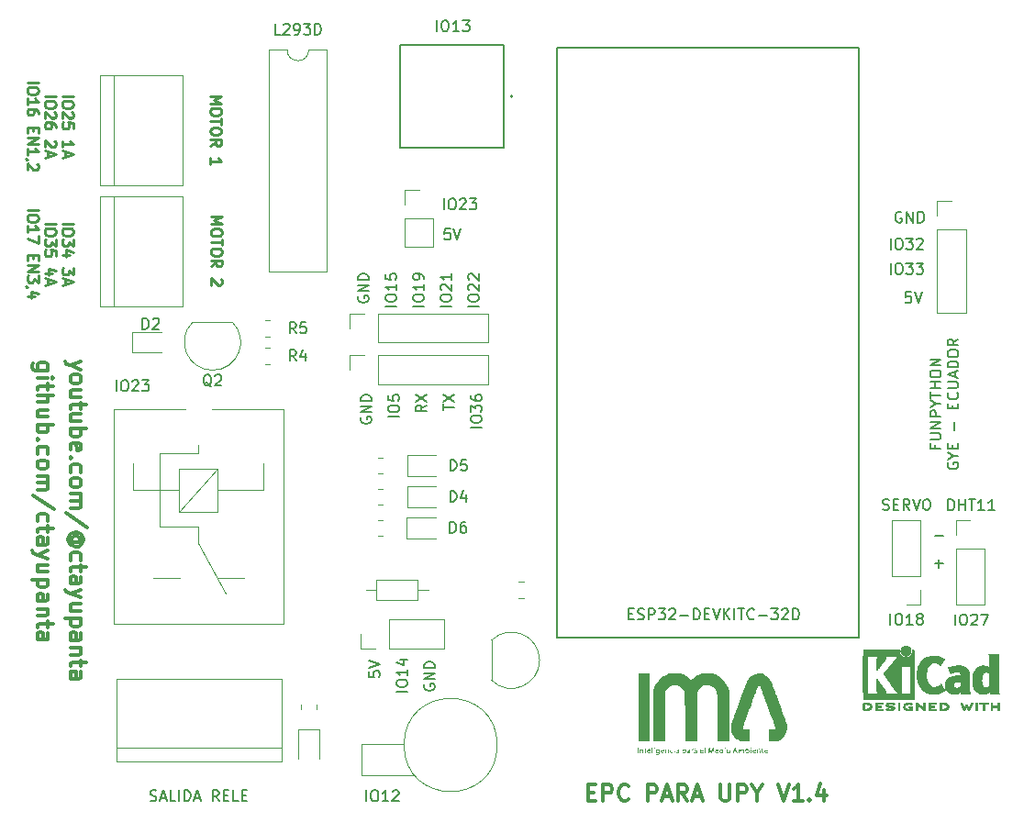
<source format=gbr>
%TF.GenerationSoftware,KiCad,Pcbnew,(6.0.4)*%
%TF.CreationDate,2023-05-30T10:31:34-05:00*%
%TF.ProjectId,Modulo de Practicas uPy,4d6f6475-6c6f-4206-9465-205072616374,rev?*%
%TF.SameCoordinates,Original*%
%TF.FileFunction,Legend,Top*%
%TF.FilePolarity,Positive*%
%FSLAX46Y46*%
G04 Gerber Fmt 4.6, Leading zero omitted, Abs format (unit mm)*
G04 Created by KiCad (PCBNEW (6.0.4)) date 2023-05-30 10:31:34*
%MOMM*%
%LPD*%
G01*
G04 APERTURE LIST*
%ADD10C,0.150000*%
%ADD11C,0.300000*%
%ADD12C,0.250000*%
%ADD13C,0.120000*%
%ADD14C,0.127000*%
%ADD15C,0.010000*%
%ADD16C,0.200000*%
G04 APERTURE END LIST*
D10*
X123388380Y-103363976D02*
X122388380Y-103363976D01*
X122388380Y-102697309D02*
X122388380Y-102506833D01*
X122436000Y-102411595D01*
X122531238Y-102316357D01*
X122721714Y-102268738D01*
X123055047Y-102268738D01*
X123245523Y-102316357D01*
X123340761Y-102411595D01*
X123388380Y-102506833D01*
X123388380Y-102697309D01*
X123340761Y-102792547D01*
X123245523Y-102887785D01*
X123055047Y-102935404D01*
X122721714Y-102935404D01*
X122531238Y-102887785D01*
X122436000Y-102792547D01*
X122388380Y-102697309D01*
X123388380Y-101316357D02*
X123388380Y-101887785D01*
X123388380Y-101602071D02*
X122388380Y-101602071D01*
X122531238Y-101697309D01*
X122626476Y-101792547D01*
X122674095Y-101887785D01*
X122721714Y-100459214D02*
X123388380Y-100459214D01*
X122340761Y-100697309D02*
X123055047Y-100935404D01*
X123055047Y-100316357D01*
X122372380Y-67803976D02*
X121372380Y-67803976D01*
X121372380Y-67137309D02*
X121372380Y-66946833D01*
X121420000Y-66851595D01*
X121515238Y-66756357D01*
X121705714Y-66708738D01*
X122039047Y-66708738D01*
X122229523Y-66756357D01*
X122324761Y-66851595D01*
X122372380Y-66946833D01*
X122372380Y-67137309D01*
X122324761Y-67232547D01*
X122229523Y-67327785D01*
X122039047Y-67375404D01*
X121705714Y-67375404D01*
X121515238Y-67327785D01*
X121420000Y-67232547D01*
X121372380Y-67137309D01*
X122372380Y-65756357D02*
X122372380Y-66327785D01*
X122372380Y-66042071D02*
X121372380Y-66042071D01*
X121515238Y-66137309D01*
X121610476Y-66232547D01*
X121658095Y-66327785D01*
X121372380Y-64851595D02*
X121372380Y-65327785D01*
X121848571Y-65375404D01*
X121800952Y-65327785D01*
X121753333Y-65232547D01*
X121753333Y-64994452D01*
X121800952Y-64899214D01*
X121848571Y-64851595D01*
X121943809Y-64803976D01*
X122181904Y-64803976D01*
X122277142Y-64851595D01*
X122324761Y-64899214D01*
X122372380Y-64994452D01*
X122372380Y-65232547D01*
X122324761Y-65327785D01*
X122277142Y-65375404D01*
X118880000Y-66899214D02*
X118832380Y-66994452D01*
X118832380Y-67137309D01*
X118880000Y-67280166D01*
X118975238Y-67375404D01*
X119070476Y-67423023D01*
X119260952Y-67470642D01*
X119403809Y-67470642D01*
X119594285Y-67423023D01*
X119689523Y-67375404D01*
X119784761Y-67280166D01*
X119832380Y-67137309D01*
X119832380Y-67042071D01*
X119784761Y-66899214D01*
X119737142Y-66851595D01*
X119403809Y-66851595D01*
X119403809Y-67042071D01*
X119832380Y-66423023D02*
X118832380Y-66423023D01*
X119832380Y-65851595D01*
X118832380Y-65851595D01*
X119832380Y-65375404D02*
X118832380Y-65375404D01*
X118832380Y-65137309D01*
X118880000Y-64994452D01*
X118975238Y-64899214D01*
X119070476Y-64851595D01*
X119260952Y-64803976D01*
X119403809Y-64803976D01*
X119594285Y-64851595D01*
X119689523Y-64899214D01*
X119784761Y-64994452D01*
X119832380Y-65137309D01*
X119832380Y-65375404D01*
X130246380Y-78979976D02*
X129246380Y-78979976D01*
X129246380Y-78313309D02*
X129246380Y-78122833D01*
X129294000Y-78027595D01*
X129389238Y-77932357D01*
X129579714Y-77884738D01*
X129913047Y-77884738D01*
X130103523Y-77932357D01*
X130198761Y-78027595D01*
X130246380Y-78122833D01*
X130246380Y-78313309D01*
X130198761Y-78408547D01*
X130103523Y-78503785D01*
X129913047Y-78551404D01*
X129579714Y-78551404D01*
X129389238Y-78503785D01*
X129294000Y-78408547D01*
X129246380Y-78313309D01*
X129246380Y-77551404D02*
X129246380Y-76932357D01*
X129627333Y-77265690D01*
X129627333Y-77122833D01*
X129674952Y-77027595D01*
X129722571Y-76979976D01*
X129817809Y-76932357D01*
X130055904Y-76932357D01*
X130151142Y-76979976D01*
X130198761Y-77027595D01*
X130246380Y-77122833D01*
X130246380Y-77408547D01*
X130198761Y-77503785D01*
X130151142Y-77551404D01*
X129246380Y-76075214D02*
X129246380Y-76265690D01*
X129294000Y-76360928D01*
X129341619Y-76408547D01*
X129484476Y-76503785D01*
X129674952Y-76551404D01*
X130055904Y-76551404D01*
X130151142Y-76503785D01*
X130198761Y-76456166D01*
X130246380Y-76360928D01*
X130246380Y-76170452D01*
X130198761Y-76075214D01*
X130151142Y-76027595D01*
X130055904Y-75979976D01*
X129817809Y-75979976D01*
X129722571Y-76027595D01*
X129674952Y-76075214D01*
X129627333Y-76170452D01*
X129627333Y-76360928D01*
X129674952Y-76456166D01*
X129722571Y-76503785D01*
X129817809Y-76551404D01*
D11*
X140074428Y-112668857D02*
X140574428Y-112668857D01*
X140788714Y-113454571D02*
X140074428Y-113454571D01*
X140074428Y-111954571D01*
X140788714Y-111954571D01*
X141431571Y-113454571D02*
X141431571Y-111954571D01*
X142003000Y-111954571D01*
X142145857Y-112026000D01*
X142217285Y-112097428D01*
X142288714Y-112240285D01*
X142288714Y-112454571D01*
X142217285Y-112597428D01*
X142145857Y-112668857D01*
X142003000Y-112740285D01*
X141431571Y-112740285D01*
X143788714Y-113311714D02*
X143717285Y-113383142D01*
X143503000Y-113454571D01*
X143360142Y-113454571D01*
X143145857Y-113383142D01*
X143003000Y-113240285D01*
X142931571Y-113097428D01*
X142860142Y-112811714D01*
X142860142Y-112597428D01*
X142931571Y-112311714D01*
X143003000Y-112168857D01*
X143145857Y-112026000D01*
X143360142Y-111954571D01*
X143503000Y-111954571D01*
X143717285Y-112026000D01*
X143788714Y-112097428D01*
X145574428Y-113454571D02*
X145574428Y-111954571D01*
X146145857Y-111954571D01*
X146288714Y-112026000D01*
X146360142Y-112097428D01*
X146431571Y-112240285D01*
X146431571Y-112454571D01*
X146360142Y-112597428D01*
X146288714Y-112668857D01*
X146145857Y-112740285D01*
X145574428Y-112740285D01*
X147003000Y-113026000D02*
X147717285Y-113026000D01*
X146860142Y-113454571D02*
X147360142Y-111954571D01*
X147860142Y-113454571D01*
X149217285Y-113454571D02*
X148717285Y-112740285D01*
X148360142Y-113454571D02*
X148360142Y-111954571D01*
X148931571Y-111954571D01*
X149074428Y-112026000D01*
X149145857Y-112097428D01*
X149217285Y-112240285D01*
X149217285Y-112454571D01*
X149145857Y-112597428D01*
X149074428Y-112668857D01*
X148931571Y-112740285D01*
X148360142Y-112740285D01*
X149788714Y-113026000D02*
X150503000Y-113026000D01*
X149645857Y-113454571D02*
X150145857Y-111954571D01*
X150645857Y-113454571D01*
X152288714Y-111954571D02*
X152288714Y-113168857D01*
X152360142Y-113311714D01*
X152431571Y-113383142D01*
X152574428Y-113454571D01*
X152860142Y-113454571D01*
X153003000Y-113383142D01*
X153074428Y-113311714D01*
X153145857Y-113168857D01*
X153145857Y-111954571D01*
X153860142Y-113454571D02*
X153860142Y-111954571D01*
X154431571Y-111954571D01*
X154574428Y-112026000D01*
X154645857Y-112097428D01*
X154717285Y-112240285D01*
X154717285Y-112454571D01*
X154645857Y-112597428D01*
X154574428Y-112668857D01*
X154431571Y-112740285D01*
X153860142Y-112740285D01*
X155645857Y-112740285D02*
X155645857Y-113454571D01*
X155145857Y-111954571D02*
X155645857Y-112740285D01*
X156145857Y-111954571D01*
X157574428Y-111954571D02*
X158074428Y-113454571D01*
X158574428Y-111954571D01*
X159860142Y-113454571D02*
X159003000Y-113454571D01*
X159431571Y-113454571D02*
X159431571Y-111954571D01*
X159288714Y-112168857D01*
X159145857Y-112311714D01*
X159003000Y-112383142D01*
X160503000Y-113311714D02*
X160574428Y-113383142D01*
X160503000Y-113454571D01*
X160431571Y-113383142D01*
X160503000Y-113311714D01*
X160503000Y-113454571D01*
X161860142Y-112454571D02*
X161860142Y-113454571D01*
X161503000Y-111883142D02*
X161145857Y-112954571D01*
X162074428Y-112954571D01*
D12*
X105262419Y-59568152D02*
X106262419Y-59568152D01*
X105548133Y-59901485D01*
X106262419Y-60234819D01*
X105262419Y-60234819D01*
X106262419Y-60901485D02*
X106262419Y-61091961D01*
X106214800Y-61187200D01*
X106119561Y-61282438D01*
X105929085Y-61330057D01*
X105595752Y-61330057D01*
X105405276Y-61282438D01*
X105310038Y-61187200D01*
X105262419Y-61091961D01*
X105262419Y-60901485D01*
X105310038Y-60806247D01*
X105405276Y-60711009D01*
X105595752Y-60663390D01*
X105929085Y-60663390D01*
X106119561Y-60711009D01*
X106214800Y-60806247D01*
X106262419Y-60901485D01*
X106262419Y-61615771D02*
X106262419Y-62187200D01*
X105262419Y-61901485D02*
X106262419Y-61901485D01*
X106262419Y-62711009D02*
X106262419Y-62901485D01*
X106214800Y-62996723D01*
X106119561Y-63091961D01*
X105929085Y-63139580D01*
X105595752Y-63139580D01*
X105405276Y-63091961D01*
X105310038Y-62996723D01*
X105262419Y-62901485D01*
X105262419Y-62711009D01*
X105310038Y-62615771D01*
X105405276Y-62520533D01*
X105595752Y-62472914D01*
X105929085Y-62472914D01*
X106119561Y-62520533D01*
X106214800Y-62615771D01*
X106262419Y-62711009D01*
X105262419Y-64139580D02*
X105738609Y-63806247D01*
X105262419Y-63568152D02*
X106262419Y-63568152D01*
X106262419Y-63949104D01*
X106214800Y-64044342D01*
X106167180Y-64091961D01*
X106071942Y-64139580D01*
X105929085Y-64139580D01*
X105833847Y-64091961D01*
X105786228Y-64044342D01*
X105738609Y-63949104D01*
X105738609Y-63568152D01*
X106167180Y-65282438D02*
X106214800Y-65330057D01*
X106262419Y-65425295D01*
X106262419Y-65663390D01*
X106214800Y-65758628D01*
X106167180Y-65806247D01*
X106071942Y-65853866D01*
X105976704Y-65853866D01*
X105833847Y-65806247D01*
X105262419Y-65234819D01*
X105262419Y-65853866D01*
D10*
X119134000Y-78075214D02*
X119086380Y-78170452D01*
X119086380Y-78313309D01*
X119134000Y-78456166D01*
X119229238Y-78551404D01*
X119324476Y-78599023D01*
X119514952Y-78646642D01*
X119657809Y-78646642D01*
X119848285Y-78599023D01*
X119943523Y-78551404D01*
X120038761Y-78456166D01*
X120086380Y-78313309D01*
X120086380Y-78218071D01*
X120038761Y-78075214D01*
X119991142Y-78027595D01*
X119657809Y-78027595D01*
X119657809Y-78218071D01*
X120086380Y-77599023D02*
X119086380Y-77599023D01*
X120086380Y-77027595D01*
X119086380Y-77027595D01*
X120086380Y-76551404D02*
X119086380Y-76551404D01*
X119086380Y-76313309D01*
X119134000Y-76170452D01*
X119229238Y-76075214D01*
X119324476Y-76027595D01*
X119514952Y-75979976D01*
X119657809Y-75979976D01*
X119848285Y-76027595D01*
X119943523Y-76075214D01*
X120038761Y-76170452D01*
X120086380Y-76313309D01*
X120086380Y-76551404D01*
X119848380Y-101522738D02*
X119848380Y-101998928D01*
X120324571Y-102046547D01*
X120276952Y-101998928D01*
X120229333Y-101903690D01*
X120229333Y-101665595D01*
X120276952Y-101570357D01*
X120324571Y-101522738D01*
X120419809Y-101475119D01*
X120657904Y-101475119D01*
X120753142Y-101522738D01*
X120800761Y-101570357D01*
X120848380Y-101665595D01*
X120848380Y-101903690D01*
X120800761Y-101998928D01*
X120753142Y-102046547D01*
X119848380Y-101189404D02*
X120848380Y-100856071D01*
X119848380Y-100522738D01*
X122626380Y-78027595D02*
X121626380Y-78027595D01*
X121626380Y-77360928D02*
X121626380Y-77170452D01*
X121674000Y-77075214D01*
X121769238Y-76979976D01*
X121959714Y-76932357D01*
X122293047Y-76932357D01*
X122483523Y-76979976D01*
X122578761Y-77075214D01*
X122626380Y-77170452D01*
X122626380Y-77360928D01*
X122578761Y-77456166D01*
X122483523Y-77551404D01*
X122293047Y-77599023D01*
X121959714Y-77599023D01*
X121769238Y-77551404D01*
X121674000Y-77456166D01*
X121626380Y-77360928D01*
X121626380Y-76027595D02*
X121626380Y-76503785D01*
X122102571Y-76551404D01*
X122054952Y-76503785D01*
X122007333Y-76408547D01*
X122007333Y-76170452D01*
X122054952Y-76075214D01*
X122102571Y-76027595D01*
X122197809Y-75979976D01*
X122435904Y-75979976D01*
X122531142Y-76027595D01*
X122578761Y-76075214D01*
X122626380Y-76170452D01*
X122626380Y-76408547D01*
X122578761Y-76503785D01*
X122531142Y-76551404D01*
X173936209Y-97236780D02*
X173936209Y-96236780D01*
X174602876Y-96236780D02*
X174793352Y-96236780D01*
X174888590Y-96284400D01*
X174983828Y-96379638D01*
X175031447Y-96570114D01*
X175031447Y-96903447D01*
X174983828Y-97093923D01*
X174888590Y-97189161D01*
X174793352Y-97236780D01*
X174602876Y-97236780D01*
X174507638Y-97189161D01*
X174412400Y-97093923D01*
X174364780Y-96903447D01*
X174364780Y-96570114D01*
X174412400Y-96379638D01*
X174507638Y-96284400D01*
X174602876Y-96236780D01*
X175412400Y-96332019D02*
X175460019Y-96284400D01*
X175555257Y-96236780D01*
X175793352Y-96236780D01*
X175888590Y-96284400D01*
X175936209Y-96332019D01*
X175983828Y-96427257D01*
X175983828Y-96522495D01*
X175936209Y-96665352D01*
X175364780Y-97236780D01*
X175983828Y-97236780D01*
X176317161Y-96236780D02*
X176983828Y-96236780D01*
X176555257Y-97236780D01*
X127452380Y-67803976D02*
X126452380Y-67803976D01*
X126452380Y-67137309D02*
X126452380Y-66946833D01*
X126500000Y-66851595D01*
X126595238Y-66756357D01*
X126785714Y-66708738D01*
X127119047Y-66708738D01*
X127309523Y-66756357D01*
X127404761Y-66851595D01*
X127452380Y-66946833D01*
X127452380Y-67137309D01*
X127404761Y-67232547D01*
X127309523Y-67327785D01*
X127119047Y-67375404D01*
X126785714Y-67375404D01*
X126595238Y-67327785D01*
X126500000Y-67232547D01*
X126452380Y-67137309D01*
X126547619Y-66327785D02*
X126500000Y-66280166D01*
X126452380Y-66184928D01*
X126452380Y-65946833D01*
X126500000Y-65851595D01*
X126547619Y-65803976D01*
X126642857Y-65756357D01*
X126738095Y-65756357D01*
X126880952Y-65803976D01*
X127452380Y-66375404D01*
X127452380Y-65756357D01*
X127452380Y-64803976D02*
X127452380Y-65375404D01*
X127452380Y-65089690D02*
X126452380Y-65089690D01*
X126595238Y-65184928D01*
X126690476Y-65280166D01*
X126738095Y-65375404D01*
X167975595Y-64841380D02*
X167975595Y-63841380D01*
X168642261Y-63841380D02*
X168832738Y-63841380D01*
X168927976Y-63889000D01*
X169023214Y-63984238D01*
X169070833Y-64174714D01*
X169070833Y-64508047D01*
X169023214Y-64698523D01*
X168927976Y-64793761D01*
X168832738Y-64841380D01*
X168642261Y-64841380D01*
X168547023Y-64793761D01*
X168451785Y-64698523D01*
X168404166Y-64508047D01*
X168404166Y-64174714D01*
X168451785Y-63984238D01*
X168547023Y-63889000D01*
X168642261Y-63841380D01*
X169404166Y-63841380D02*
X170023214Y-63841380D01*
X169689880Y-64222333D01*
X169832738Y-64222333D01*
X169927976Y-64269952D01*
X169975595Y-64317571D01*
X170023214Y-64412809D01*
X170023214Y-64650904D01*
X169975595Y-64746142D01*
X169927976Y-64793761D01*
X169832738Y-64841380D01*
X169547023Y-64841380D01*
X169451785Y-64793761D01*
X169404166Y-64746142D01*
X170356547Y-63841380D02*
X170975595Y-63841380D01*
X170642261Y-64222333D01*
X170785119Y-64222333D01*
X170880357Y-64269952D01*
X170927976Y-64317571D01*
X170975595Y-64412809D01*
X170975595Y-64650904D01*
X170927976Y-64746142D01*
X170880357Y-64793761D01*
X170785119Y-64841380D01*
X170499404Y-64841380D01*
X170404166Y-64793761D01*
X170356547Y-64746142D01*
X172097571Y-80620714D02*
X172097571Y-80954047D01*
X172621380Y-80954047D02*
X171621380Y-80954047D01*
X171621380Y-80477857D01*
X171621380Y-80096904D02*
X172430904Y-80096904D01*
X172526142Y-80049285D01*
X172573761Y-80001666D01*
X172621380Y-79906428D01*
X172621380Y-79715952D01*
X172573761Y-79620714D01*
X172526142Y-79573095D01*
X172430904Y-79525476D01*
X171621380Y-79525476D01*
X172621380Y-79049285D02*
X171621380Y-79049285D01*
X172621380Y-78477857D01*
X171621380Y-78477857D01*
X172621380Y-78001666D02*
X171621380Y-78001666D01*
X171621380Y-77620714D01*
X171669000Y-77525476D01*
X171716619Y-77477857D01*
X171811857Y-77430238D01*
X171954714Y-77430238D01*
X172049952Y-77477857D01*
X172097571Y-77525476D01*
X172145190Y-77620714D01*
X172145190Y-78001666D01*
X172145190Y-76811190D02*
X172621380Y-76811190D01*
X171621380Y-77144523D02*
X172145190Y-76811190D01*
X171621380Y-76477857D01*
X171621380Y-76287380D02*
X171621380Y-75715952D01*
X172621380Y-76001666D02*
X171621380Y-76001666D01*
X172621380Y-75382619D02*
X171621380Y-75382619D01*
X172097571Y-75382619D02*
X172097571Y-74811190D01*
X172621380Y-74811190D02*
X171621380Y-74811190D01*
X171621380Y-74144523D02*
X171621380Y-73954047D01*
X171669000Y-73858809D01*
X171764238Y-73763571D01*
X171954714Y-73715952D01*
X172288047Y-73715952D01*
X172478523Y-73763571D01*
X172573761Y-73858809D01*
X172621380Y-73954047D01*
X172621380Y-74144523D01*
X172573761Y-74239761D01*
X172478523Y-74335000D01*
X172288047Y-74382619D01*
X171954714Y-74382619D01*
X171764238Y-74335000D01*
X171669000Y-74239761D01*
X171621380Y-74144523D01*
X172621380Y-73287380D02*
X171621380Y-73287380D01*
X172621380Y-72715952D01*
X171621380Y-72715952D01*
X173279000Y-82263571D02*
X173231380Y-82358809D01*
X173231380Y-82501666D01*
X173279000Y-82644523D01*
X173374238Y-82739761D01*
X173469476Y-82787380D01*
X173659952Y-82835000D01*
X173802809Y-82835000D01*
X173993285Y-82787380D01*
X174088523Y-82739761D01*
X174183761Y-82644523D01*
X174231380Y-82501666D01*
X174231380Y-82406428D01*
X174183761Y-82263571D01*
X174136142Y-82215952D01*
X173802809Y-82215952D01*
X173802809Y-82406428D01*
X173755190Y-81596904D02*
X174231380Y-81596904D01*
X173231380Y-81930238D02*
X173755190Y-81596904D01*
X173231380Y-81263571D01*
X173707571Y-80930238D02*
X173707571Y-80596904D01*
X174231380Y-80454047D02*
X174231380Y-80930238D01*
X173231380Y-80930238D01*
X173231380Y-80454047D01*
X173850428Y-79263571D02*
X173850428Y-78501666D01*
X173707571Y-77263571D02*
X173707571Y-76930238D01*
X174231380Y-76787380D02*
X174231380Y-77263571D01*
X173231380Y-77263571D01*
X173231380Y-76787380D01*
X174136142Y-75787380D02*
X174183761Y-75835000D01*
X174231380Y-75977857D01*
X174231380Y-76073095D01*
X174183761Y-76215952D01*
X174088523Y-76311190D01*
X173993285Y-76358809D01*
X173802809Y-76406428D01*
X173659952Y-76406428D01*
X173469476Y-76358809D01*
X173374238Y-76311190D01*
X173279000Y-76215952D01*
X173231380Y-76073095D01*
X173231380Y-75977857D01*
X173279000Y-75835000D01*
X173326619Y-75787380D01*
X173231380Y-75358809D02*
X174040904Y-75358809D01*
X174136142Y-75311190D01*
X174183761Y-75263571D01*
X174231380Y-75168333D01*
X174231380Y-74977857D01*
X174183761Y-74882619D01*
X174136142Y-74835000D01*
X174040904Y-74787380D01*
X173231380Y-74787380D01*
X173945666Y-74358809D02*
X173945666Y-73882619D01*
X174231380Y-74454047D02*
X173231380Y-74120714D01*
X174231380Y-73787380D01*
X174231380Y-73454047D02*
X173231380Y-73454047D01*
X173231380Y-73215952D01*
X173279000Y-73073095D01*
X173374238Y-72977857D01*
X173469476Y-72930238D01*
X173659952Y-72882619D01*
X173802809Y-72882619D01*
X173993285Y-72930238D01*
X174088523Y-72977857D01*
X174183761Y-73073095D01*
X174231380Y-73215952D01*
X174231380Y-73454047D01*
X173231380Y-72263571D02*
X173231380Y-72073095D01*
X173279000Y-71977857D01*
X173374238Y-71882619D01*
X173564714Y-71835000D01*
X173898047Y-71835000D01*
X174088523Y-71882619D01*
X174183761Y-71977857D01*
X174231380Y-72073095D01*
X174231380Y-72263571D01*
X174183761Y-72358809D01*
X174088523Y-72454047D01*
X173898047Y-72501666D01*
X173564714Y-72501666D01*
X173374238Y-72454047D01*
X173279000Y-72358809D01*
X173231380Y-72263571D01*
X174231380Y-70835000D02*
X173755190Y-71168333D01*
X174231380Y-71406428D02*
X173231380Y-71406428D01*
X173231380Y-71025476D01*
X173279000Y-70930238D01*
X173326619Y-70882619D01*
X173421857Y-70835000D01*
X173564714Y-70835000D01*
X173659952Y-70882619D01*
X173707571Y-70930238D01*
X173755190Y-71025476D01*
X173755190Y-71406428D01*
X96534023Y-75636380D02*
X96534023Y-74636380D01*
X97200690Y-74636380D02*
X97391166Y-74636380D01*
X97486404Y-74684000D01*
X97581642Y-74779238D01*
X97629261Y-74969714D01*
X97629261Y-75303047D01*
X97581642Y-75493523D01*
X97486404Y-75588761D01*
X97391166Y-75636380D01*
X97200690Y-75636380D01*
X97105452Y-75588761D01*
X97010214Y-75493523D01*
X96962595Y-75303047D01*
X96962595Y-74969714D01*
X97010214Y-74779238D01*
X97105452Y-74684000D01*
X97200690Y-74636380D01*
X98010214Y-74731619D02*
X98057833Y-74684000D01*
X98153071Y-74636380D01*
X98391166Y-74636380D01*
X98486404Y-74684000D01*
X98534023Y-74731619D01*
X98581642Y-74826857D01*
X98581642Y-74922095D01*
X98534023Y-75064952D01*
X97962595Y-75636380D01*
X98581642Y-75636380D01*
X98914976Y-74636380D02*
X99534023Y-74636380D01*
X99200690Y-75017333D01*
X99343547Y-75017333D01*
X99438785Y-75064952D01*
X99486404Y-75112571D01*
X99534023Y-75207809D01*
X99534023Y-75445904D01*
X99486404Y-75541142D01*
X99438785Y-75588761D01*
X99343547Y-75636380D01*
X99057833Y-75636380D01*
X98962595Y-75588761D01*
X98914976Y-75541142D01*
D11*
X90237428Y-73744857D02*
X89023142Y-73744857D01*
X88880285Y-73673428D01*
X88808857Y-73601999D01*
X88737428Y-73459142D01*
X88737428Y-73244857D01*
X88808857Y-73101999D01*
X89308857Y-73744857D02*
X89237428Y-73601999D01*
X89237428Y-73316285D01*
X89308857Y-73173428D01*
X89380285Y-73101999D01*
X89523142Y-73030571D01*
X89951714Y-73030571D01*
X90094571Y-73101999D01*
X90166000Y-73173428D01*
X90237428Y-73316285D01*
X90237428Y-73601999D01*
X90166000Y-73744857D01*
X89237428Y-74459142D02*
X90237428Y-74459142D01*
X90737428Y-74459142D02*
X90666000Y-74387714D01*
X90594571Y-74459142D01*
X90666000Y-74530571D01*
X90737428Y-74459142D01*
X90594571Y-74459142D01*
X90237428Y-74959142D02*
X90237428Y-75530571D01*
X90737428Y-75173428D02*
X89451714Y-75173428D01*
X89308857Y-75244857D01*
X89237428Y-75387714D01*
X89237428Y-75530571D01*
X89237428Y-76030571D02*
X90737428Y-76030571D01*
X89237428Y-76673428D02*
X90023142Y-76673428D01*
X90166000Y-76601999D01*
X90237428Y-76459142D01*
X90237428Y-76244857D01*
X90166000Y-76101999D01*
X90094571Y-76030571D01*
X90237428Y-78030571D02*
X89237428Y-78030571D01*
X90237428Y-77387714D02*
X89451714Y-77387714D01*
X89308857Y-77459142D01*
X89237428Y-77601999D01*
X89237428Y-77816285D01*
X89308857Y-77959142D01*
X89380285Y-78030571D01*
X89237428Y-78744857D02*
X90737428Y-78744857D01*
X90166000Y-78744857D02*
X90237428Y-78887714D01*
X90237428Y-79173428D01*
X90166000Y-79316285D01*
X90094571Y-79387714D01*
X89951714Y-79459142D01*
X89523142Y-79459142D01*
X89380285Y-79387714D01*
X89308857Y-79316285D01*
X89237428Y-79173428D01*
X89237428Y-78887714D01*
X89308857Y-78744857D01*
X89380285Y-80101999D02*
X89308857Y-80173428D01*
X89237428Y-80101999D01*
X89308857Y-80030571D01*
X89380285Y-80101999D01*
X89237428Y-80101999D01*
X89308857Y-81459142D02*
X89237428Y-81316285D01*
X89237428Y-81030571D01*
X89308857Y-80887714D01*
X89380285Y-80816285D01*
X89523142Y-80744857D01*
X89951714Y-80744857D01*
X90094571Y-80816285D01*
X90166000Y-80887714D01*
X90237428Y-81030571D01*
X90237428Y-81316285D01*
X90166000Y-81459142D01*
X89237428Y-82316285D02*
X89308857Y-82173428D01*
X89380285Y-82101999D01*
X89523142Y-82030571D01*
X89951714Y-82030571D01*
X90094571Y-82101999D01*
X90166000Y-82173428D01*
X90237428Y-82316285D01*
X90237428Y-82530571D01*
X90166000Y-82673428D01*
X90094571Y-82744857D01*
X89951714Y-82816285D01*
X89523142Y-82816285D01*
X89380285Y-82744857D01*
X89308857Y-82673428D01*
X89237428Y-82530571D01*
X89237428Y-82316285D01*
X89237428Y-83459142D02*
X90237428Y-83459142D01*
X90094571Y-83459142D02*
X90166000Y-83530571D01*
X90237428Y-83673428D01*
X90237428Y-83887714D01*
X90166000Y-84030571D01*
X90023142Y-84101999D01*
X89237428Y-84101999D01*
X90023142Y-84101999D02*
X90166000Y-84173428D01*
X90237428Y-84316285D01*
X90237428Y-84530571D01*
X90166000Y-84673428D01*
X90023142Y-84744857D01*
X89237428Y-84744857D01*
X90808857Y-86530571D02*
X88880285Y-85244857D01*
X89308857Y-87673428D02*
X89237428Y-87530571D01*
X89237428Y-87244857D01*
X89308857Y-87101999D01*
X89380285Y-87030571D01*
X89523142Y-86959142D01*
X89951714Y-86959142D01*
X90094571Y-87030571D01*
X90166000Y-87101999D01*
X90237428Y-87244857D01*
X90237428Y-87530571D01*
X90166000Y-87673428D01*
X90237428Y-88101999D02*
X90237428Y-88673428D01*
X90737428Y-88316285D02*
X89451714Y-88316285D01*
X89308857Y-88387714D01*
X89237428Y-88530571D01*
X89237428Y-88673428D01*
X89237428Y-89816285D02*
X90023142Y-89816285D01*
X90166000Y-89744857D01*
X90237428Y-89601999D01*
X90237428Y-89316285D01*
X90166000Y-89173428D01*
X89308857Y-89816285D02*
X89237428Y-89673428D01*
X89237428Y-89316285D01*
X89308857Y-89173428D01*
X89451714Y-89101999D01*
X89594571Y-89101999D01*
X89737428Y-89173428D01*
X89808857Y-89316285D01*
X89808857Y-89673428D01*
X89880285Y-89816285D01*
X90237428Y-90387714D02*
X89237428Y-90744857D01*
X90237428Y-91101999D02*
X89237428Y-90744857D01*
X88880285Y-90601999D01*
X88808857Y-90530571D01*
X88737428Y-90387714D01*
X90237428Y-92316285D02*
X89237428Y-92316285D01*
X90237428Y-91673428D02*
X89451714Y-91673428D01*
X89308857Y-91744857D01*
X89237428Y-91887714D01*
X89237428Y-92101999D01*
X89308857Y-92244857D01*
X89380285Y-92316285D01*
X90237428Y-93030571D02*
X88737428Y-93030571D01*
X90166000Y-93030571D02*
X90237428Y-93173428D01*
X90237428Y-93459142D01*
X90166000Y-93601999D01*
X90094571Y-93673428D01*
X89951714Y-93744857D01*
X89523142Y-93744857D01*
X89380285Y-93673428D01*
X89308857Y-93601999D01*
X89237428Y-93459142D01*
X89237428Y-93173428D01*
X89308857Y-93030571D01*
X89237428Y-95030571D02*
X90023142Y-95030571D01*
X90166000Y-94959142D01*
X90237428Y-94816285D01*
X90237428Y-94530571D01*
X90166000Y-94387714D01*
X89308857Y-95030571D02*
X89237428Y-94887714D01*
X89237428Y-94530571D01*
X89308857Y-94387714D01*
X89451714Y-94316285D01*
X89594571Y-94316285D01*
X89737428Y-94387714D01*
X89808857Y-94530571D01*
X89808857Y-94887714D01*
X89880285Y-95030571D01*
X90237428Y-95744857D02*
X89237428Y-95744857D01*
X90094571Y-95744857D02*
X90166000Y-95816285D01*
X90237428Y-95959142D01*
X90237428Y-96173428D01*
X90166000Y-96316285D01*
X90023142Y-96387714D01*
X89237428Y-96387714D01*
X90237428Y-96887714D02*
X90237428Y-97459142D01*
X90737428Y-97102000D02*
X89451714Y-97102000D01*
X89308857Y-97173428D01*
X89237428Y-97316285D01*
X89237428Y-97459142D01*
X89237428Y-98602000D02*
X90023142Y-98602000D01*
X90166000Y-98530571D01*
X90237428Y-98387714D01*
X90237428Y-98102000D01*
X90166000Y-97959142D01*
X89308857Y-98602000D02*
X89237428Y-98459142D01*
X89237428Y-98102000D01*
X89308857Y-97959142D01*
X89451714Y-97887714D01*
X89594571Y-97887714D01*
X89737428Y-97959142D01*
X89808857Y-98102000D01*
X89808857Y-98459142D01*
X89880285Y-98602000D01*
D10*
X124976000Y-102713214D02*
X124928380Y-102808452D01*
X124928380Y-102951309D01*
X124976000Y-103094166D01*
X125071238Y-103189404D01*
X125166476Y-103237023D01*
X125356952Y-103284642D01*
X125499809Y-103284642D01*
X125690285Y-103237023D01*
X125785523Y-103189404D01*
X125880761Y-103094166D01*
X125928380Y-102951309D01*
X125928380Y-102856071D01*
X125880761Y-102713214D01*
X125833142Y-102665595D01*
X125499809Y-102665595D01*
X125499809Y-102856071D01*
X125928380Y-102237023D02*
X124928380Y-102237023D01*
X125928380Y-101665595D01*
X124928380Y-101665595D01*
X125928380Y-101189404D02*
X124928380Y-101189404D01*
X124928380Y-100951309D01*
X124976000Y-100808452D01*
X125071238Y-100713214D01*
X125166476Y-100665595D01*
X125356952Y-100617976D01*
X125499809Y-100617976D01*
X125690285Y-100665595D01*
X125785523Y-100713214D01*
X125880761Y-100808452D01*
X125928380Y-100951309D01*
X125928380Y-101189404D01*
X169848785Y-66508380D02*
X169372595Y-66508380D01*
X169324976Y-66984571D01*
X169372595Y-66936952D01*
X169467833Y-66889333D01*
X169705928Y-66889333D01*
X169801166Y-66936952D01*
X169848785Y-66984571D01*
X169896404Y-67079809D01*
X169896404Y-67317904D01*
X169848785Y-67413142D01*
X169801166Y-67460761D01*
X169705928Y-67508380D01*
X169467833Y-67508380D01*
X169372595Y-67460761D01*
X169324976Y-67413142D01*
X170182119Y-66508380D02*
X170515452Y-67508380D01*
X170848785Y-66508380D01*
X126108009Y-42438580D02*
X126108009Y-41438580D01*
X126774676Y-41438580D02*
X126965152Y-41438580D01*
X127060390Y-41486200D01*
X127155628Y-41581438D01*
X127203247Y-41771914D01*
X127203247Y-42105247D01*
X127155628Y-42295723D01*
X127060390Y-42390961D01*
X126965152Y-42438580D01*
X126774676Y-42438580D01*
X126679438Y-42390961D01*
X126584200Y-42295723D01*
X126536580Y-42105247D01*
X126536580Y-41771914D01*
X126584200Y-41581438D01*
X126679438Y-41486200D01*
X126774676Y-41438580D01*
X128155628Y-42438580D02*
X127584200Y-42438580D01*
X127869914Y-42438580D02*
X127869914Y-41438580D01*
X127774676Y-41581438D01*
X127679438Y-41676676D01*
X127584200Y-41724295D01*
X128488961Y-41438580D02*
X129108009Y-41438580D01*
X128774676Y-41819533D01*
X128917533Y-41819533D01*
X129012771Y-41867152D01*
X129060390Y-41914771D01*
X129108009Y-42010009D01*
X129108009Y-42248104D01*
X129060390Y-42343342D01*
X129012771Y-42390961D01*
X128917533Y-42438580D01*
X128631819Y-42438580D01*
X128536580Y-42390961D01*
X128488961Y-42343342D01*
X127331261Y-60666380D02*
X126855071Y-60666380D01*
X126807452Y-61142571D01*
X126855071Y-61094952D01*
X126950309Y-61047333D01*
X127188404Y-61047333D01*
X127283642Y-61094952D01*
X127331261Y-61142571D01*
X127378880Y-61237809D01*
X127378880Y-61475904D01*
X127331261Y-61571142D01*
X127283642Y-61618761D01*
X127188404Y-61666380D01*
X126950309Y-61666380D01*
X126855071Y-61618761D01*
X126807452Y-61571142D01*
X127664595Y-60666380D02*
X127997928Y-61666380D01*
X128331261Y-60666380D01*
X119605609Y-113482380D02*
X119605609Y-112482380D01*
X120272276Y-112482380D02*
X120462752Y-112482380D01*
X120557990Y-112530000D01*
X120653228Y-112625238D01*
X120700847Y-112815714D01*
X120700847Y-113149047D01*
X120653228Y-113339523D01*
X120557990Y-113434761D01*
X120462752Y-113482380D01*
X120272276Y-113482380D01*
X120177038Y-113434761D01*
X120081800Y-113339523D01*
X120034180Y-113149047D01*
X120034180Y-112815714D01*
X120081800Y-112625238D01*
X120177038Y-112530000D01*
X120272276Y-112482380D01*
X121653228Y-113482380D02*
X121081800Y-113482380D01*
X121367514Y-113482380D02*
X121367514Y-112482380D01*
X121272276Y-112625238D01*
X121177038Y-112720476D01*
X121081800Y-112768095D01*
X122034180Y-112577619D02*
X122081800Y-112530000D01*
X122177038Y-112482380D01*
X122415133Y-112482380D01*
X122510371Y-112530000D01*
X122557990Y-112577619D01*
X122605609Y-112672857D01*
X122605609Y-112768095D01*
X122557990Y-112910952D01*
X121986561Y-113482380D01*
X122605609Y-113482380D01*
X168982004Y-59139200D02*
X168886766Y-59091580D01*
X168743909Y-59091580D01*
X168601052Y-59139200D01*
X168505814Y-59234438D01*
X168458195Y-59329676D01*
X168410576Y-59520152D01*
X168410576Y-59663009D01*
X168458195Y-59853485D01*
X168505814Y-59948723D01*
X168601052Y-60043961D01*
X168743909Y-60091580D01*
X168839147Y-60091580D01*
X168982004Y-60043961D01*
X169029623Y-59996342D01*
X169029623Y-59663009D01*
X168839147Y-59663009D01*
X169458195Y-60091580D02*
X169458195Y-59091580D01*
X170029623Y-60091580D01*
X170029623Y-59091580D01*
X170505814Y-60091580D02*
X170505814Y-59091580D01*
X170743909Y-59091580D01*
X170886766Y-59139200D01*
X170982004Y-59234438D01*
X171029623Y-59329676D01*
X171077242Y-59520152D01*
X171077242Y-59663009D01*
X171029623Y-59853485D01*
X170982004Y-59948723D01*
X170886766Y-60043961D01*
X170743909Y-60091580D01*
X170505814Y-60091580D01*
D12*
X105211619Y-48417552D02*
X106211619Y-48417552D01*
X105497333Y-48750885D01*
X106211619Y-49084219D01*
X105211619Y-49084219D01*
X106211619Y-49750885D02*
X106211619Y-49941361D01*
X106164000Y-50036600D01*
X106068761Y-50131838D01*
X105878285Y-50179457D01*
X105544952Y-50179457D01*
X105354476Y-50131838D01*
X105259238Y-50036600D01*
X105211619Y-49941361D01*
X105211619Y-49750885D01*
X105259238Y-49655647D01*
X105354476Y-49560409D01*
X105544952Y-49512790D01*
X105878285Y-49512790D01*
X106068761Y-49560409D01*
X106164000Y-49655647D01*
X106211619Y-49750885D01*
X106211619Y-50465171D02*
X106211619Y-51036600D01*
X105211619Y-50750885D02*
X106211619Y-50750885D01*
X106211619Y-51560409D02*
X106211619Y-51750885D01*
X106164000Y-51846123D01*
X106068761Y-51941361D01*
X105878285Y-51988980D01*
X105544952Y-51988980D01*
X105354476Y-51941361D01*
X105259238Y-51846123D01*
X105211619Y-51750885D01*
X105211619Y-51560409D01*
X105259238Y-51465171D01*
X105354476Y-51369933D01*
X105544952Y-51322314D01*
X105878285Y-51322314D01*
X106068761Y-51369933D01*
X106164000Y-51465171D01*
X106211619Y-51560409D01*
X105211619Y-52988980D02*
X105687809Y-52655647D01*
X105211619Y-52417552D02*
X106211619Y-52417552D01*
X106211619Y-52798504D01*
X106164000Y-52893742D01*
X106116380Y-52941361D01*
X106021142Y-52988980D01*
X105878285Y-52988980D01*
X105783047Y-52941361D01*
X105735428Y-52893742D01*
X105687809Y-52798504D01*
X105687809Y-52417552D01*
X105211619Y-54703266D02*
X105211619Y-54131838D01*
X105211619Y-54417552D02*
X106211619Y-54417552D01*
X106068761Y-54322314D01*
X105973523Y-54227076D01*
X105925904Y-54131838D01*
D10*
X126706380Y-77408547D02*
X126706380Y-76837119D01*
X127706380Y-77122833D02*
X126706380Y-77122833D01*
X126706380Y-76599023D02*
X127706380Y-75932357D01*
X126706380Y-75932357D02*
X127706380Y-76599023D01*
X167975595Y-62555380D02*
X167975595Y-61555380D01*
X168642261Y-61555380D02*
X168832738Y-61555380D01*
X168927976Y-61603000D01*
X169023214Y-61698238D01*
X169070833Y-61888714D01*
X169070833Y-62222047D01*
X169023214Y-62412523D01*
X168927976Y-62507761D01*
X168832738Y-62555380D01*
X168642261Y-62555380D01*
X168547023Y-62507761D01*
X168451785Y-62412523D01*
X168404166Y-62222047D01*
X168404166Y-61888714D01*
X168451785Y-61698238D01*
X168547023Y-61603000D01*
X168642261Y-61555380D01*
X169404166Y-61555380D02*
X170023214Y-61555380D01*
X169689880Y-61936333D01*
X169832738Y-61936333D01*
X169927976Y-61983952D01*
X169975595Y-62031571D01*
X170023214Y-62126809D01*
X170023214Y-62364904D01*
X169975595Y-62460142D01*
X169927976Y-62507761D01*
X169832738Y-62555380D01*
X169547023Y-62555380D01*
X169451785Y-62507761D01*
X169404166Y-62460142D01*
X170404166Y-61650619D02*
X170451785Y-61603000D01*
X170547023Y-61555380D01*
X170785119Y-61555380D01*
X170880357Y-61603000D01*
X170927976Y-61650619D01*
X170975595Y-61745857D01*
X170975595Y-61841095D01*
X170927976Y-61983952D01*
X170356547Y-62555380D01*
X170975595Y-62555380D01*
D12*
X91538619Y-48419666D02*
X92538619Y-48419666D01*
X92538619Y-49086333D02*
X92538619Y-49276809D01*
X92491000Y-49372047D01*
X92395761Y-49467285D01*
X92205285Y-49514904D01*
X91871952Y-49514904D01*
X91681476Y-49467285D01*
X91586238Y-49372047D01*
X91538619Y-49276809D01*
X91538619Y-49086333D01*
X91586238Y-48991095D01*
X91681476Y-48895857D01*
X91871952Y-48848238D01*
X92205285Y-48848238D01*
X92395761Y-48895857D01*
X92491000Y-48991095D01*
X92538619Y-49086333D01*
X92443380Y-49895857D02*
X92491000Y-49943476D01*
X92538619Y-50038714D01*
X92538619Y-50276809D01*
X92491000Y-50372047D01*
X92443380Y-50419666D01*
X92348142Y-50467285D01*
X92252904Y-50467285D01*
X92110047Y-50419666D01*
X91538619Y-49848238D01*
X91538619Y-50467285D01*
X92538619Y-51372047D02*
X92538619Y-50895857D01*
X92062428Y-50848238D01*
X92110047Y-50895857D01*
X92157666Y-50991095D01*
X92157666Y-51229190D01*
X92110047Y-51324428D01*
X92062428Y-51372047D01*
X91967190Y-51419666D01*
X91729095Y-51419666D01*
X91633857Y-51372047D01*
X91586238Y-51324428D01*
X91538619Y-51229190D01*
X91538619Y-50991095D01*
X91586238Y-50895857D01*
X91633857Y-50848238D01*
X91538619Y-53133952D02*
X91538619Y-52562523D01*
X91538619Y-52848238D02*
X92538619Y-52848238D01*
X92395761Y-52753000D01*
X92300523Y-52657761D01*
X92252904Y-52562523D01*
X91824333Y-53514904D02*
X91824333Y-53991095D01*
X91538619Y-53419666D02*
X92538619Y-53753000D01*
X91538619Y-54086333D01*
X91538619Y-60181571D02*
X92538619Y-60181571D01*
X92538619Y-60848238D02*
X92538619Y-61038714D01*
X92491000Y-61133952D01*
X92395761Y-61229190D01*
X92205285Y-61276809D01*
X91871952Y-61276809D01*
X91681476Y-61229190D01*
X91586238Y-61133952D01*
X91538619Y-61038714D01*
X91538619Y-60848238D01*
X91586238Y-60753000D01*
X91681476Y-60657761D01*
X91871952Y-60610142D01*
X92205285Y-60610142D01*
X92395761Y-60657761D01*
X92491000Y-60753000D01*
X92538619Y-60848238D01*
X92538619Y-61610142D02*
X92538619Y-62229190D01*
X92157666Y-61895857D01*
X92157666Y-62038714D01*
X92110047Y-62133952D01*
X92062428Y-62181571D01*
X91967190Y-62229190D01*
X91729095Y-62229190D01*
X91633857Y-62181571D01*
X91586238Y-62133952D01*
X91538619Y-62038714D01*
X91538619Y-61753000D01*
X91586238Y-61657761D01*
X91633857Y-61610142D01*
X92205285Y-63086333D02*
X91538619Y-63086333D01*
X92586238Y-62848238D02*
X91871952Y-62610142D01*
X91871952Y-63229190D01*
X92538619Y-64276809D02*
X92538619Y-64895857D01*
X92157666Y-64562523D01*
X92157666Y-64705380D01*
X92110047Y-64800619D01*
X92062428Y-64848238D01*
X91967190Y-64895857D01*
X91729095Y-64895857D01*
X91633857Y-64848238D01*
X91586238Y-64800619D01*
X91538619Y-64705380D01*
X91538619Y-64419666D01*
X91586238Y-64324428D01*
X91633857Y-64276809D01*
X91824333Y-65276809D02*
X91824333Y-65753000D01*
X91538619Y-65181571D02*
X92538619Y-65514904D01*
X91538619Y-65848238D01*
X89928619Y-48419666D02*
X90928619Y-48419666D01*
X90928619Y-49086333D02*
X90928619Y-49276809D01*
X90881000Y-49372047D01*
X90785761Y-49467285D01*
X90595285Y-49514904D01*
X90261952Y-49514904D01*
X90071476Y-49467285D01*
X89976238Y-49372047D01*
X89928619Y-49276809D01*
X89928619Y-49086333D01*
X89976238Y-48991095D01*
X90071476Y-48895857D01*
X90261952Y-48848238D01*
X90595285Y-48848238D01*
X90785761Y-48895857D01*
X90881000Y-48991095D01*
X90928619Y-49086333D01*
X90833380Y-49895857D02*
X90881000Y-49943476D01*
X90928619Y-50038714D01*
X90928619Y-50276809D01*
X90881000Y-50372047D01*
X90833380Y-50419666D01*
X90738142Y-50467285D01*
X90642904Y-50467285D01*
X90500047Y-50419666D01*
X89928619Y-49848238D01*
X89928619Y-50467285D01*
X90928619Y-51324428D02*
X90928619Y-51133952D01*
X90881000Y-51038714D01*
X90833380Y-50991095D01*
X90690523Y-50895857D01*
X90500047Y-50848238D01*
X90119095Y-50848238D01*
X90023857Y-50895857D01*
X89976238Y-50943476D01*
X89928619Y-51038714D01*
X89928619Y-51229190D01*
X89976238Y-51324428D01*
X90023857Y-51372047D01*
X90119095Y-51419666D01*
X90357190Y-51419666D01*
X90452428Y-51372047D01*
X90500047Y-51324428D01*
X90547666Y-51229190D01*
X90547666Y-51038714D01*
X90500047Y-50943476D01*
X90452428Y-50895857D01*
X90357190Y-50848238D01*
X90833380Y-52562523D02*
X90881000Y-52610142D01*
X90928619Y-52705380D01*
X90928619Y-52943476D01*
X90881000Y-53038714D01*
X90833380Y-53086333D01*
X90738142Y-53133952D01*
X90642904Y-53133952D01*
X90500047Y-53086333D01*
X89928619Y-52514904D01*
X89928619Y-53133952D01*
X90214333Y-53514904D02*
X90214333Y-53991095D01*
X89928619Y-53419666D02*
X90928619Y-53753000D01*
X89928619Y-54086333D01*
X89928619Y-60181571D02*
X90928619Y-60181571D01*
X90928619Y-60848238D02*
X90928619Y-61038714D01*
X90881000Y-61133952D01*
X90785761Y-61229190D01*
X90595285Y-61276809D01*
X90261952Y-61276809D01*
X90071476Y-61229190D01*
X89976238Y-61133952D01*
X89928619Y-61038714D01*
X89928619Y-60848238D01*
X89976238Y-60753000D01*
X90071476Y-60657761D01*
X90261952Y-60610142D01*
X90595285Y-60610142D01*
X90785761Y-60657761D01*
X90881000Y-60753000D01*
X90928619Y-60848238D01*
X90928619Y-61610142D02*
X90928619Y-62229190D01*
X90547666Y-61895857D01*
X90547666Y-62038714D01*
X90500047Y-62133952D01*
X90452428Y-62181571D01*
X90357190Y-62229190D01*
X90119095Y-62229190D01*
X90023857Y-62181571D01*
X89976238Y-62133952D01*
X89928619Y-62038714D01*
X89928619Y-61753000D01*
X89976238Y-61657761D01*
X90023857Y-61610142D01*
X90928619Y-63133952D02*
X90928619Y-62657761D01*
X90452428Y-62610142D01*
X90500047Y-62657761D01*
X90547666Y-62753000D01*
X90547666Y-62991095D01*
X90500047Y-63086333D01*
X90452428Y-63133952D01*
X90357190Y-63181571D01*
X90119095Y-63181571D01*
X90023857Y-63133952D01*
X89976238Y-63086333D01*
X89928619Y-62991095D01*
X89928619Y-62753000D01*
X89976238Y-62657761D01*
X90023857Y-62610142D01*
X90595285Y-64800619D02*
X89928619Y-64800619D01*
X90976238Y-64562523D02*
X90261952Y-64324428D01*
X90261952Y-64943476D01*
X90214333Y-65276809D02*
X90214333Y-65753000D01*
X89928619Y-65181571D02*
X90928619Y-65514904D01*
X89928619Y-65848238D01*
X88318619Y-47157761D02*
X89318619Y-47157761D01*
X89318619Y-47824428D02*
X89318619Y-48014904D01*
X89271000Y-48110142D01*
X89175761Y-48205380D01*
X88985285Y-48253000D01*
X88651952Y-48253000D01*
X88461476Y-48205380D01*
X88366238Y-48110142D01*
X88318619Y-48014904D01*
X88318619Y-47824428D01*
X88366238Y-47729190D01*
X88461476Y-47633952D01*
X88651952Y-47586333D01*
X88985285Y-47586333D01*
X89175761Y-47633952D01*
X89271000Y-47729190D01*
X89318619Y-47824428D01*
X88318619Y-49205380D02*
X88318619Y-48633952D01*
X88318619Y-48919666D02*
X89318619Y-48919666D01*
X89175761Y-48824428D01*
X89080523Y-48729190D01*
X89032904Y-48633952D01*
X89318619Y-50062523D02*
X89318619Y-49872047D01*
X89271000Y-49776809D01*
X89223380Y-49729190D01*
X89080523Y-49633952D01*
X88890047Y-49586333D01*
X88509095Y-49586333D01*
X88413857Y-49633952D01*
X88366238Y-49681571D01*
X88318619Y-49776809D01*
X88318619Y-49967285D01*
X88366238Y-50062523D01*
X88413857Y-50110142D01*
X88509095Y-50157761D01*
X88747190Y-50157761D01*
X88842428Y-50110142D01*
X88890047Y-50062523D01*
X88937666Y-49967285D01*
X88937666Y-49776809D01*
X88890047Y-49681571D01*
X88842428Y-49633952D01*
X88747190Y-49586333D01*
X88842428Y-51348238D02*
X88842428Y-51681571D01*
X88318619Y-51824428D02*
X88318619Y-51348238D01*
X89318619Y-51348238D01*
X89318619Y-51824428D01*
X88318619Y-52253000D02*
X89318619Y-52253000D01*
X88318619Y-52824428D01*
X89318619Y-52824428D01*
X88318619Y-53824428D02*
X88318619Y-53253000D01*
X88318619Y-53538714D02*
X89318619Y-53538714D01*
X89175761Y-53443476D01*
X89080523Y-53348238D01*
X89032904Y-53253000D01*
X88366238Y-54300619D02*
X88318619Y-54300619D01*
X88223380Y-54253000D01*
X88175761Y-54205380D01*
X89223380Y-54681571D02*
X89271000Y-54729190D01*
X89318619Y-54824428D01*
X89318619Y-55062523D01*
X89271000Y-55157761D01*
X89223380Y-55205380D01*
X89128142Y-55253000D01*
X89032904Y-55253000D01*
X88890047Y-55205380D01*
X88318619Y-54633952D01*
X88318619Y-55253000D01*
X88318619Y-58919666D02*
X89318619Y-58919666D01*
X89318619Y-59586333D02*
X89318619Y-59776809D01*
X89271000Y-59872047D01*
X89175761Y-59967285D01*
X88985285Y-60014904D01*
X88651952Y-60014904D01*
X88461476Y-59967285D01*
X88366238Y-59872047D01*
X88318619Y-59776809D01*
X88318619Y-59586333D01*
X88366238Y-59491095D01*
X88461476Y-59395857D01*
X88651952Y-59348238D01*
X88985285Y-59348238D01*
X89175761Y-59395857D01*
X89271000Y-59491095D01*
X89318619Y-59586333D01*
X88318619Y-60967285D02*
X88318619Y-60395857D01*
X88318619Y-60681571D02*
X89318619Y-60681571D01*
X89175761Y-60586333D01*
X89080523Y-60491095D01*
X89032904Y-60395857D01*
X89318619Y-61300619D02*
X89318619Y-61967285D01*
X88318619Y-61538714D01*
X88842428Y-63110142D02*
X88842428Y-63443476D01*
X88318619Y-63586333D02*
X88318619Y-63110142D01*
X89318619Y-63110142D01*
X89318619Y-63586333D01*
X88318619Y-64014904D02*
X89318619Y-64014904D01*
X88318619Y-64586333D01*
X89318619Y-64586333D01*
X89318619Y-64967285D02*
X89318619Y-65586333D01*
X88937666Y-65253000D01*
X88937666Y-65395857D01*
X88890047Y-65491095D01*
X88842428Y-65538714D01*
X88747190Y-65586333D01*
X88509095Y-65586333D01*
X88413857Y-65538714D01*
X88366238Y-65491095D01*
X88318619Y-65395857D01*
X88318619Y-65110142D01*
X88366238Y-65014904D01*
X88413857Y-64967285D01*
X88366238Y-66062523D02*
X88318619Y-66062523D01*
X88223380Y-66014904D01*
X88175761Y-65967285D01*
X88985285Y-66919666D02*
X88318619Y-66919666D01*
X89366238Y-66681571D02*
X88651952Y-66443476D01*
X88651952Y-67062523D01*
D10*
X172059647Y-91562228D02*
X172821552Y-91562228D01*
X172440600Y-91943180D02*
X172440600Y-91181276D01*
X125166380Y-76932357D02*
X124690190Y-77265690D01*
X125166380Y-77503785D02*
X124166380Y-77503785D01*
X124166380Y-77122833D01*
X124214000Y-77027595D01*
X124261619Y-76979976D01*
X124356857Y-76932357D01*
X124499714Y-76932357D01*
X124594952Y-76979976D01*
X124642571Y-77027595D01*
X124690190Y-77122833D01*
X124690190Y-77503785D01*
X124166380Y-76599023D02*
X125166380Y-75932357D01*
X124166380Y-75932357D02*
X125166380Y-76599023D01*
X129992380Y-67803976D02*
X128992380Y-67803976D01*
X128992380Y-67137309D02*
X128992380Y-66946833D01*
X129040000Y-66851595D01*
X129135238Y-66756357D01*
X129325714Y-66708738D01*
X129659047Y-66708738D01*
X129849523Y-66756357D01*
X129944761Y-66851595D01*
X129992380Y-66946833D01*
X129992380Y-67137309D01*
X129944761Y-67232547D01*
X129849523Y-67327785D01*
X129659047Y-67375404D01*
X129325714Y-67375404D01*
X129135238Y-67327785D01*
X129040000Y-67232547D01*
X128992380Y-67137309D01*
X129087619Y-66327785D02*
X129040000Y-66280166D01*
X128992380Y-66184928D01*
X128992380Y-65946833D01*
X129040000Y-65851595D01*
X129087619Y-65803976D01*
X129182857Y-65756357D01*
X129278095Y-65756357D01*
X129420952Y-65803976D01*
X129992380Y-66375404D01*
X129992380Y-65756357D01*
X129087619Y-65375404D02*
X129040000Y-65327785D01*
X128992380Y-65232547D01*
X128992380Y-64994452D01*
X129040000Y-64899214D01*
X129087619Y-64851595D01*
X129182857Y-64803976D01*
X129278095Y-64803976D01*
X129420952Y-64851595D01*
X129992380Y-65423023D01*
X129992380Y-64803976D01*
X124912380Y-67803976D02*
X123912380Y-67803976D01*
X123912380Y-67137309D02*
X123912380Y-66946833D01*
X123960000Y-66851595D01*
X124055238Y-66756357D01*
X124245714Y-66708738D01*
X124579047Y-66708738D01*
X124769523Y-66756357D01*
X124864761Y-66851595D01*
X124912380Y-66946833D01*
X124912380Y-67137309D01*
X124864761Y-67232547D01*
X124769523Y-67327785D01*
X124579047Y-67375404D01*
X124245714Y-67375404D01*
X124055238Y-67327785D01*
X123960000Y-67232547D01*
X123912380Y-67137309D01*
X124912380Y-65756357D02*
X124912380Y-66327785D01*
X124912380Y-66042071D02*
X123912380Y-66042071D01*
X124055238Y-66137309D01*
X124150476Y-66232547D01*
X124198095Y-66327785D01*
X124912380Y-65280166D02*
X124912380Y-65089690D01*
X124864761Y-64994452D01*
X124817142Y-64946833D01*
X124674285Y-64851595D01*
X124483809Y-64803976D01*
X124102857Y-64803976D01*
X124007619Y-64851595D01*
X123960000Y-64899214D01*
X123912380Y-64994452D01*
X123912380Y-65184928D01*
X123960000Y-65280166D01*
X124007619Y-65327785D01*
X124102857Y-65375404D01*
X124340952Y-65375404D01*
X124436190Y-65327785D01*
X124483809Y-65280166D01*
X124531428Y-65184928D01*
X124531428Y-64994452D01*
X124483809Y-64899214D01*
X124436190Y-64851595D01*
X124340952Y-64803976D01*
X126760023Y-58872380D02*
X126760023Y-57872380D01*
X127426690Y-57872380D02*
X127617166Y-57872380D01*
X127712404Y-57920000D01*
X127807642Y-58015238D01*
X127855261Y-58205714D01*
X127855261Y-58539047D01*
X127807642Y-58729523D01*
X127712404Y-58824761D01*
X127617166Y-58872380D01*
X127426690Y-58872380D01*
X127331452Y-58824761D01*
X127236214Y-58729523D01*
X127188595Y-58539047D01*
X127188595Y-58205714D01*
X127236214Y-58015238D01*
X127331452Y-57920000D01*
X127426690Y-57872380D01*
X128236214Y-57967619D02*
X128283833Y-57920000D01*
X128379071Y-57872380D01*
X128617166Y-57872380D01*
X128712404Y-57920000D01*
X128760023Y-57967619D01*
X128807642Y-58062857D01*
X128807642Y-58158095D01*
X128760023Y-58300952D01*
X128188595Y-58872380D01*
X128807642Y-58872380D01*
X129140976Y-57872380D02*
X129760023Y-57872380D01*
X129426690Y-58253333D01*
X129569547Y-58253333D01*
X129664785Y-58300952D01*
X129712404Y-58348571D01*
X129760023Y-58443809D01*
X129760023Y-58681904D01*
X129712404Y-58777142D01*
X129664785Y-58824761D01*
X129569547Y-58872380D01*
X129283833Y-58872380D01*
X129188595Y-58824761D01*
X129140976Y-58777142D01*
D11*
X93285428Y-72915714D02*
X92285428Y-73272857D01*
X93285428Y-73630000D02*
X92285428Y-73272857D01*
X91928285Y-73130000D01*
X91856857Y-73058571D01*
X91785428Y-72915714D01*
X92285428Y-74415714D02*
X92356857Y-74272857D01*
X92428285Y-74201428D01*
X92571142Y-74130000D01*
X92999714Y-74130000D01*
X93142571Y-74201428D01*
X93214000Y-74272857D01*
X93285428Y-74415714D01*
X93285428Y-74630000D01*
X93214000Y-74772857D01*
X93142571Y-74844285D01*
X92999714Y-74915714D01*
X92571142Y-74915714D01*
X92428285Y-74844285D01*
X92356857Y-74772857D01*
X92285428Y-74630000D01*
X92285428Y-74415714D01*
X93285428Y-76201428D02*
X92285428Y-76201428D01*
X93285428Y-75558571D02*
X92499714Y-75558571D01*
X92356857Y-75630000D01*
X92285428Y-75772857D01*
X92285428Y-75987142D01*
X92356857Y-76130000D01*
X92428285Y-76201428D01*
X93285428Y-76701428D02*
X93285428Y-77272857D01*
X93785428Y-76915714D02*
X92499714Y-76915714D01*
X92356857Y-76987142D01*
X92285428Y-77130000D01*
X92285428Y-77272857D01*
X93285428Y-78415714D02*
X92285428Y-78415714D01*
X93285428Y-77772857D02*
X92499714Y-77772857D01*
X92356857Y-77844285D01*
X92285428Y-77987142D01*
X92285428Y-78201428D01*
X92356857Y-78344285D01*
X92428285Y-78415714D01*
X92285428Y-79130000D02*
X93785428Y-79130000D01*
X93214000Y-79130000D02*
X93285428Y-79272857D01*
X93285428Y-79558571D01*
X93214000Y-79701428D01*
X93142571Y-79772857D01*
X92999714Y-79844285D01*
X92571142Y-79844285D01*
X92428285Y-79772857D01*
X92356857Y-79701428D01*
X92285428Y-79558571D01*
X92285428Y-79272857D01*
X92356857Y-79130000D01*
X92356857Y-81058571D02*
X92285428Y-80915714D01*
X92285428Y-80630000D01*
X92356857Y-80487142D01*
X92499714Y-80415714D01*
X93071142Y-80415714D01*
X93214000Y-80487142D01*
X93285428Y-80630000D01*
X93285428Y-80915714D01*
X93214000Y-81058571D01*
X93071142Y-81130000D01*
X92928285Y-81130000D01*
X92785428Y-80415714D01*
X92428285Y-81772857D02*
X92356857Y-81844285D01*
X92285428Y-81772857D01*
X92356857Y-81701428D01*
X92428285Y-81772857D01*
X92285428Y-81772857D01*
X92356857Y-83130000D02*
X92285428Y-82987142D01*
X92285428Y-82701428D01*
X92356857Y-82558571D01*
X92428285Y-82487142D01*
X92571142Y-82415714D01*
X92999714Y-82415714D01*
X93142571Y-82487142D01*
X93214000Y-82558571D01*
X93285428Y-82701428D01*
X93285428Y-82987142D01*
X93214000Y-83130000D01*
X92285428Y-83987142D02*
X92356857Y-83844285D01*
X92428285Y-83772857D01*
X92571142Y-83701428D01*
X92999714Y-83701428D01*
X93142571Y-83772857D01*
X93214000Y-83844285D01*
X93285428Y-83987142D01*
X93285428Y-84201428D01*
X93214000Y-84344285D01*
X93142571Y-84415714D01*
X92999714Y-84487142D01*
X92571142Y-84487142D01*
X92428285Y-84415714D01*
X92356857Y-84344285D01*
X92285428Y-84201428D01*
X92285428Y-83987142D01*
X92285428Y-85130000D02*
X93285428Y-85130000D01*
X93142571Y-85130000D02*
X93214000Y-85201428D01*
X93285428Y-85344285D01*
X93285428Y-85558571D01*
X93214000Y-85701428D01*
X93071142Y-85772857D01*
X92285428Y-85772857D01*
X93071142Y-85772857D02*
X93214000Y-85844285D01*
X93285428Y-85987142D01*
X93285428Y-86201428D01*
X93214000Y-86344285D01*
X93071142Y-86415714D01*
X92285428Y-86415714D01*
X93856857Y-88201428D02*
X91928285Y-86915714D01*
X92999714Y-89630000D02*
X93071142Y-89558571D01*
X93142571Y-89415714D01*
X93142571Y-89272857D01*
X93071142Y-89130000D01*
X92999714Y-89058571D01*
X92856857Y-88987142D01*
X92714000Y-88987142D01*
X92571142Y-89058571D01*
X92499714Y-89130000D01*
X92428285Y-89272857D01*
X92428285Y-89415714D01*
X92499714Y-89558571D01*
X92571142Y-89630000D01*
X93142571Y-89630000D02*
X92571142Y-89630000D01*
X92499714Y-89701428D01*
X92499714Y-89772857D01*
X92571142Y-89915714D01*
X92714000Y-89987142D01*
X93071142Y-89987142D01*
X93285428Y-89844285D01*
X93428285Y-89630000D01*
X93499714Y-89344285D01*
X93428285Y-89058571D01*
X93285428Y-88844285D01*
X93071142Y-88701428D01*
X92785428Y-88630000D01*
X92499714Y-88701428D01*
X92285428Y-88844285D01*
X92142571Y-89058571D01*
X92071142Y-89344285D01*
X92142571Y-89630000D01*
X92285428Y-89844285D01*
X92356857Y-91272857D02*
X92285428Y-91130000D01*
X92285428Y-90844285D01*
X92356857Y-90701428D01*
X92428285Y-90630000D01*
X92571142Y-90558571D01*
X92999714Y-90558571D01*
X93142571Y-90630000D01*
X93214000Y-90701428D01*
X93285428Y-90844285D01*
X93285428Y-91130000D01*
X93214000Y-91272857D01*
X93285428Y-91701428D02*
X93285428Y-92272857D01*
X93785428Y-91915714D02*
X92499714Y-91915714D01*
X92356857Y-91987142D01*
X92285428Y-92130000D01*
X92285428Y-92272857D01*
X92285428Y-93415714D02*
X93071142Y-93415714D01*
X93214000Y-93344285D01*
X93285428Y-93201428D01*
X93285428Y-92915714D01*
X93214000Y-92772857D01*
X92356857Y-93415714D02*
X92285428Y-93272857D01*
X92285428Y-92915714D01*
X92356857Y-92772857D01*
X92499714Y-92701428D01*
X92642571Y-92701428D01*
X92785428Y-92772857D01*
X92856857Y-92915714D01*
X92856857Y-93272857D01*
X92928285Y-93415714D01*
X93285428Y-93987142D02*
X92285428Y-94344285D01*
X93285428Y-94701428D02*
X92285428Y-94344285D01*
X91928285Y-94201428D01*
X91856857Y-94130000D01*
X91785428Y-93987142D01*
X93285428Y-95915714D02*
X92285428Y-95915714D01*
X93285428Y-95272857D02*
X92499714Y-95272857D01*
X92356857Y-95344285D01*
X92285428Y-95487142D01*
X92285428Y-95701428D01*
X92356857Y-95844285D01*
X92428285Y-95915714D01*
X93285428Y-96630000D02*
X91785428Y-96630000D01*
X93214000Y-96630000D02*
X93285428Y-96772857D01*
X93285428Y-97058571D01*
X93214000Y-97201428D01*
X93142571Y-97272857D01*
X92999714Y-97344285D01*
X92571142Y-97344285D01*
X92428285Y-97272857D01*
X92356857Y-97201428D01*
X92285428Y-97058571D01*
X92285428Y-96772857D01*
X92356857Y-96630000D01*
X92285428Y-98630000D02*
X93071142Y-98630000D01*
X93214000Y-98558571D01*
X93285428Y-98415714D01*
X93285428Y-98130000D01*
X93214000Y-97987142D01*
X92356857Y-98630000D02*
X92285428Y-98487142D01*
X92285428Y-98130000D01*
X92356857Y-97987142D01*
X92499714Y-97915714D01*
X92642571Y-97915714D01*
X92785428Y-97987142D01*
X92856857Y-98130000D01*
X92856857Y-98487142D01*
X92928285Y-98630000D01*
X93285428Y-99344285D02*
X92285428Y-99344285D01*
X93142571Y-99344285D02*
X93214000Y-99415714D01*
X93285428Y-99558571D01*
X93285428Y-99772857D01*
X93214000Y-99915714D01*
X93071142Y-99987142D01*
X92285428Y-99987142D01*
X93285428Y-100487142D02*
X93285428Y-101058571D01*
X93785428Y-100701428D02*
X92499714Y-100701428D01*
X92356857Y-100772857D01*
X92285428Y-100915714D01*
X92285428Y-101058571D01*
X92285428Y-102201428D02*
X93071142Y-102201428D01*
X93214000Y-102130000D01*
X93285428Y-101987142D01*
X93285428Y-101701428D01*
X93214000Y-101558571D01*
X92356857Y-102201428D02*
X92285428Y-102058571D01*
X92285428Y-101701428D01*
X92356857Y-101558571D01*
X92499714Y-101487142D01*
X92642571Y-101487142D01*
X92785428Y-101558571D01*
X92856857Y-101701428D01*
X92856857Y-102058571D01*
X92928285Y-102201428D01*
D10*
X172034247Y-88971428D02*
X172796152Y-88971428D01*
%TO.C,IO18*%
X167967209Y-97211380D02*
X167967209Y-96211380D01*
X168633876Y-96211380D02*
X168824352Y-96211380D01*
X168919590Y-96259000D01*
X169014828Y-96354238D01*
X169062447Y-96544714D01*
X169062447Y-96878047D01*
X169014828Y-97068523D01*
X168919590Y-97163761D01*
X168824352Y-97211380D01*
X168633876Y-97211380D01*
X168538638Y-97163761D01*
X168443400Y-97068523D01*
X168395780Y-96878047D01*
X168395780Y-96544714D01*
X168443400Y-96354238D01*
X168538638Y-96259000D01*
X168633876Y-96211380D01*
X170014828Y-97211380D02*
X169443400Y-97211380D01*
X169729114Y-97211380D02*
X169729114Y-96211380D01*
X169633876Y-96354238D01*
X169538638Y-96449476D01*
X169443400Y-96497095D01*
X170586257Y-96639952D02*
X170491019Y-96592333D01*
X170443400Y-96544714D01*
X170395780Y-96449476D01*
X170395780Y-96401857D01*
X170443400Y-96306619D01*
X170491019Y-96259000D01*
X170586257Y-96211380D01*
X170776733Y-96211380D01*
X170871971Y-96259000D01*
X170919590Y-96306619D01*
X170967209Y-96401857D01*
X170967209Y-96449476D01*
X170919590Y-96544714D01*
X170871971Y-96592333D01*
X170776733Y-96639952D01*
X170586257Y-96639952D01*
X170491019Y-96687571D01*
X170443400Y-96735190D01*
X170395780Y-96830428D01*
X170395780Y-97020904D01*
X170443400Y-97116142D01*
X170491019Y-97163761D01*
X170586257Y-97211380D01*
X170776733Y-97211380D01*
X170871971Y-97163761D01*
X170919590Y-97116142D01*
X170967209Y-97020904D01*
X170967209Y-96830428D01*
X170919590Y-96735190D01*
X170871971Y-96687571D01*
X170776733Y-96639952D01*
%TO.C,U3*%
X111674952Y-42743380D02*
X111198761Y-42743380D01*
X111198761Y-41743380D01*
X111960666Y-41838619D02*
X112008285Y-41791000D01*
X112103523Y-41743380D01*
X112341619Y-41743380D01*
X112436857Y-41791000D01*
X112484476Y-41838619D01*
X112532095Y-41933857D01*
X112532095Y-42029095D01*
X112484476Y-42171952D01*
X111913047Y-42743380D01*
X112532095Y-42743380D01*
X113008285Y-42743380D02*
X113198761Y-42743380D01*
X113294000Y-42695761D01*
X113341619Y-42648142D01*
X113436857Y-42505285D01*
X113484476Y-42314809D01*
X113484476Y-41933857D01*
X113436857Y-41838619D01*
X113389238Y-41791000D01*
X113294000Y-41743380D01*
X113103523Y-41743380D01*
X113008285Y-41791000D01*
X112960666Y-41838619D01*
X112913047Y-41933857D01*
X112913047Y-42171952D01*
X112960666Y-42267190D01*
X113008285Y-42314809D01*
X113103523Y-42362428D01*
X113294000Y-42362428D01*
X113389238Y-42314809D01*
X113436857Y-42267190D01*
X113484476Y-42171952D01*
X113817809Y-41743380D02*
X114436857Y-41743380D01*
X114103523Y-42124333D01*
X114246380Y-42124333D01*
X114341619Y-42171952D01*
X114389238Y-42219571D01*
X114436857Y-42314809D01*
X114436857Y-42552904D01*
X114389238Y-42648142D01*
X114341619Y-42695761D01*
X114246380Y-42743380D01*
X113960666Y-42743380D01*
X113865428Y-42695761D01*
X113817809Y-42648142D01*
X114865428Y-42743380D02*
X114865428Y-41743380D01*
X115103523Y-41743380D01*
X115246380Y-41791000D01*
X115341619Y-41886238D01*
X115389238Y-41981476D01*
X115436857Y-42171952D01*
X115436857Y-42314809D01*
X115389238Y-42505285D01*
X115341619Y-42600523D01*
X115246380Y-42695761D01*
X115103523Y-42743380D01*
X114865428Y-42743380D01*
%TO.C,D6*%
X127315504Y-88717380D02*
X127315504Y-87717380D01*
X127553600Y-87717380D01*
X127696457Y-87765000D01*
X127791695Y-87860238D01*
X127839314Y-87955476D01*
X127886933Y-88145952D01*
X127886933Y-88288809D01*
X127839314Y-88479285D01*
X127791695Y-88574523D01*
X127696457Y-88669761D01*
X127553600Y-88717380D01*
X127315504Y-88717380D01*
X128744076Y-87717380D02*
X128553600Y-87717380D01*
X128458361Y-87765000D01*
X128410742Y-87812619D01*
X128315504Y-87955476D01*
X128267885Y-88145952D01*
X128267885Y-88526904D01*
X128315504Y-88622142D01*
X128363123Y-88669761D01*
X128458361Y-88717380D01*
X128648838Y-88717380D01*
X128744076Y-88669761D01*
X128791695Y-88622142D01*
X128839314Y-88526904D01*
X128839314Y-88288809D01*
X128791695Y-88193571D01*
X128744076Y-88145952D01*
X128648838Y-88098333D01*
X128458361Y-88098333D01*
X128363123Y-88145952D01*
X128315504Y-88193571D01*
X128267885Y-88288809D01*
%TO.C,Q2*%
X105314761Y-75227619D02*
X105219523Y-75180000D01*
X105124285Y-75084761D01*
X104981428Y-74941904D01*
X104886190Y-74894285D01*
X104790952Y-74894285D01*
X104838571Y-75132380D02*
X104743333Y-75084761D01*
X104648095Y-74989523D01*
X104600476Y-74799047D01*
X104600476Y-74465714D01*
X104648095Y-74275238D01*
X104743333Y-74180000D01*
X104838571Y-74132380D01*
X105029047Y-74132380D01*
X105124285Y-74180000D01*
X105219523Y-74275238D01*
X105267142Y-74465714D01*
X105267142Y-74799047D01*
X105219523Y-74989523D01*
X105124285Y-75084761D01*
X105029047Y-75132380D01*
X104838571Y-75132380D01*
X105648095Y-74227619D02*
X105695714Y-74180000D01*
X105790952Y-74132380D01*
X106029047Y-74132380D01*
X106124285Y-74180000D01*
X106171904Y-74227619D01*
X106219523Y-74322857D01*
X106219523Y-74418095D01*
X106171904Y-74560952D01*
X105600476Y-75132380D01*
X106219523Y-75132380D01*
%TO.C,U1*%
X143796465Y-96194496D02*
X144130147Y-96194496D01*
X144273154Y-96718854D02*
X143796465Y-96718854D01*
X143796465Y-95717807D01*
X144273154Y-95717807D01*
X144654505Y-96671185D02*
X144797512Y-96718854D01*
X145035856Y-96718854D01*
X145131194Y-96671185D01*
X145178863Y-96623516D01*
X145226532Y-96528178D01*
X145226532Y-96432841D01*
X145178863Y-96337503D01*
X145131194Y-96289834D01*
X145035856Y-96242165D01*
X144845181Y-96194496D01*
X144749843Y-96146827D01*
X144702174Y-96099158D01*
X144654505Y-96003821D01*
X144654505Y-95908483D01*
X144702174Y-95813145D01*
X144749843Y-95765476D01*
X144845181Y-95717807D01*
X145083525Y-95717807D01*
X145226532Y-95765476D01*
X145655552Y-96718854D02*
X145655552Y-95717807D01*
X146036903Y-95717807D01*
X146132241Y-95765476D01*
X146179910Y-95813145D01*
X146227579Y-95908483D01*
X146227579Y-96051489D01*
X146179910Y-96146827D01*
X146132241Y-96194496D01*
X146036903Y-96242165D01*
X145655552Y-96242165D01*
X146561261Y-95717807D02*
X147180957Y-95717807D01*
X146847275Y-96099158D01*
X146990281Y-96099158D01*
X147085619Y-96146827D01*
X147133288Y-96194496D01*
X147180957Y-96289834D01*
X147180957Y-96528178D01*
X147133288Y-96623516D01*
X147085619Y-96671185D01*
X146990281Y-96718854D01*
X146704268Y-96718854D01*
X146608930Y-96671185D01*
X146561261Y-96623516D01*
X147562308Y-95813145D02*
X147609977Y-95765476D01*
X147705315Y-95717807D01*
X147943659Y-95717807D01*
X148038997Y-95765476D01*
X148086666Y-95813145D01*
X148134335Y-95908483D01*
X148134335Y-96003821D01*
X148086666Y-96146827D01*
X147514639Y-96718854D01*
X148134335Y-96718854D01*
X148563355Y-96337503D02*
X149326058Y-96337503D01*
X149802747Y-96718854D02*
X149802747Y-95717807D01*
X150041091Y-95717807D01*
X150184098Y-95765476D01*
X150279436Y-95860814D01*
X150327105Y-95956152D01*
X150374774Y-96146827D01*
X150374774Y-96289834D01*
X150327105Y-96480510D01*
X150279436Y-96575847D01*
X150184098Y-96671185D01*
X150041091Y-96718854D01*
X149802747Y-96718854D01*
X150803794Y-96194496D02*
X151137476Y-96194496D01*
X151280483Y-96718854D02*
X150803794Y-96718854D01*
X150803794Y-95717807D01*
X151280483Y-95717807D01*
X151566496Y-95717807D02*
X151900178Y-96718854D01*
X152233861Y-95717807D01*
X152567543Y-96718854D02*
X152567543Y-95717807D01*
X153139570Y-96718854D02*
X152710550Y-96146827D01*
X153139570Y-95717807D02*
X152567543Y-96289834D01*
X153568590Y-96718854D02*
X153568590Y-95717807D01*
X153902272Y-95717807D02*
X154474299Y-95717807D01*
X154188286Y-96718854D02*
X154188286Y-95717807D01*
X155380009Y-96623516D02*
X155332340Y-96671185D01*
X155189333Y-96718854D01*
X155093995Y-96718854D01*
X154950988Y-96671185D01*
X154855651Y-96575847D01*
X154807982Y-96480510D01*
X154760313Y-96289834D01*
X154760313Y-96146827D01*
X154807982Y-95956152D01*
X154855651Y-95860814D01*
X154950988Y-95765476D01*
X155093995Y-95717807D01*
X155189333Y-95717807D01*
X155332340Y-95765476D01*
X155380009Y-95813145D01*
X155809029Y-96337503D02*
X156571731Y-96337503D01*
X156953082Y-95717807D02*
X157572778Y-95717807D01*
X157239096Y-96099158D01*
X157382103Y-96099158D01*
X157477440Y-96146827D01*
X157525109Y-96194496D01*
X157572778Y-96289834D01*
X157572778Y-96528178D01*
X157525109Y-96623516D01*
X157477440Y-96671185D01*
X157382103Y-96718854D01*
X157096089Y-96718854D01*
X157000751Y-96671185D01*
X156953082Y-96623516D01*
X157954129Y-95813145D02*
X158001798Y-95765476D01*
X158097136Y-95717807D01*
X158335481Y-95717807D01*
X158430818Y-95765476D01*
X158478487Y-95813145D01*
X158526156Y-95908483D01*
X158526156Y-96003821D01*
X158478487Y-96146827D01*
X157906460Y-96718854D01*
X158526156Y-96718854D01*
X158955176Y-96718854D02*
X158955176Y-95717807D01*
X159193521Y-95717807D01*
X159336528Y-95765476D01*
X159431865Y-95860814D01*
X159479534Y-95956152D01*
X159527203Y-96146827D01*
X159527203Y-96289834D01*
X159479534Y-96480510D01*
X159431865Y-96575847D01*
X159336528Y-96671185D01*
X159193521Y-96718854D01*
X158955176Y-96718854D01*
%TO.C,D2*%
X98956904Y-69922380D02*
X98956904Y-68922380D01*
X99195000Y-68922380D01*
X99337857Y-68970000D01*
X99433095Y-69065238D01*
X99480714Y-69160476D01*
X99528333Y-69350952D01*
X99528333Y-69493809D01*
X99480714Y-69684285D01*
X99433095Y-69779523D01*
X99337857Y-69874761D01*
X99195000Y-69922380D01*
X98956904Y-69922380D01*
X99909285Y-69017619D02*
X99956904Y-68970000D01*
X100052142Y-68922380D01*
X100290238Y-68922380D01*
X100385476Y-68970000D01*
X100433095Y-69017619D01*
X100480714Y-69112857D01*
X100480714Y-69208095D01*
X100433095Y-69350952D01*
X99861666Y-69922380D01*
X100480714Y-69922380D01*
%TO.C,R4*%
X113117333Y-72842380D02*
X112784000Y-72366190D01*
X112545904Y-72842380D02*
X112545904Y-71842380D01*
X112926857Y-71842380D01*
X113022095Y-71890000D01*
X113069714Y-71937619D01*
X113117333Y-72032857D01*
X113117333Y-72175714D01*
X113069714Y-72270952D01*
X113022095Y-72318571D01*
X112926857Y-72366190D01*
X112545904Y-72366190D01*
X113974476Y-72175714D02*
X113974476Y-72842380D01*
X113736380Y-71794761D02*
X113498285Y-72509047D01*
X114117333Y-72509047D01*
%TO.C,D4*%
X127351804Y-85847180D02*
X127351804Y-84847180D01*
X127589900Y-84847180D01*
X127732757Y-84894800D01*
X127827995Y-84990038D01*
X127875614Y-85085276D01*
X127923233Y-85275752D01*
X127923233Y-85418609D01*
X127875614Y-85609085D01*
X127827995Y-85704323D01*
X127732757Y-85799561D01*
X127589900Y-85847180D01*
X127351804Y-85847180D01*
X128780376Y-85180514D02*
X128780376Y-85847180D01*
X128542280Y-84799561D02*
X128304185Y-85513847D01*
X128923233Y-85513847D01*
%TO.C,D5*%
X127351804Y-82976980D02*
X127351804Y-81976980D01*
X127589900Y-81976980D01*
X127732757Y-82024600D01*
X127827995Y-82119838D01*
X127875614Y-82215076D01*
X127923233Y-82405552D01*
X127923233Y-82548409D01*
X127875614Y-82738885D01*
X127827995Y-82834123D01*
X127732757Y-82929361D01*
X127589900Y-82976980D01*
X127351804Y-82976980D01*
X128827995Y-81976980D02*
X128351804Y-81976980D01*
X128304185Y-82453171D01*
X128351804Y-82405552D01*
X128447042Y-82357933D01*
X128685138Y-82357933D01*
X128780376Y-82405552D01*
X128827995Y-82453171D01*
X128875614Y-82548409D01*
X128875614Y-82786504D01*
X128827995Y-82881742D01*
X128780376Y-82929361D01*
X128685138Y-82976980D01*
X128447042Y-82976980D01*
X128351804Y-82929361D01*
X128304185Y-82881742D01*
%TO.C,R5*%
X113117333Y-70302380D02*
X112784000Y-69826190D01*
X112545904Y-70302380D02*
X112545904Y-69302380D01*
X112926857Y-69302380D01*
X113022095Y-69350000D01*
X113069714Y-69397619D01*
X113117333Y-69492857D01*
X113117333Y-69635714D01*
X113069714Y-69730952D01*
X113022095Y-69778571D01*
X112926857Y-69826190D01*
X112545904Y-69826190D01*
X114022095Y-69302380D02*
X113545904Y-69302380D01*
X113498285Y-69778571D01*
X113545904Y-69730952D01*
X113641142Y-69683333D01*
X113879238Y-69683333D01*
X113974476Y-69730952D01*
X114022095Y-69778571D01*
X114069714Y-69873809D01*
X114069714Y-70111904D01*
X114022095Y-70207142D01*
X113974476Y-70254761D01*
X113879238Y-70302380D01*
X113641142Y-70302380D01*
X113545904Y-70254761D01*
X113498285Y-70207142D01*
%TO.C,J1*%
X99663809Y-113434761D02*
X99806666Y-113482380D01*
X100044761Y-113482380D01*
X100140000Y-113434761D01*
X100187619Y-113387142D01*
X100235238Y-113291904D01*
X100235238Y-113196666D01*
X100187619Y-113101428D01*
X100140000Y-113053809D01*
X100044761Y-113006190D01*
X99854285Y-112958571D01*
X99759047Y-112910952D01*
X99711428Y-112863333D01*
X99663809Y-112768095D01*
X99663809Y-112672857D01*
X99711428Y-112577619D01*
X99759047Y-112530000D01*
X99854285Y-112482380D01*
X100092380Y-112482380D01*
X100235238Y-112530000D01*
X100616190Y-113196666D02*
X101092380Y-113196666D01*
X100520952Y-113482380D02*
X100854285Y-112482380D01*
X101187619Y-113482380D01*
X101997142Y-113482380D02*
X101520952Y-113482380D01*
X101520952Y-112482380D01*
X102330476Y-113482380D02*
X102330476Y-112482380D01*
X102806666Y-113482380D02*
X102806666Y-112482380D01*
X103044761Y-112482380D01*
X103187619Y-112530000D01*
X103282857Y-112625238D01*
X103330476Y-112720476D01*
X103378095Y-112910952D01*
X103378095Y-113053809D01*
X103330476Y-113244285D01*
X103282857Y-113339523D01*
X103187619Y-113434761D01*
X103044761Y-113482380D01*
X102806666Y-113482380D01*
X103759047Y-113196666D02*
X104235238Y-113196666D01*
X103663809Y-113482380D02*
X103997142Y-112482380D01*
X104330476Y-113482380D01*
X105997142Y-113482380D02*
X105663809Y-113006190D01*
X105425714Y-113482380D02*
X105425714Y-112482380D01*
X105806666Y-112482380D01*
X105901904Y-112530000D01*
X105949523Y-112577619D01*
X105997142Y-112672857D01*
X105997142Y-112815714D01*
X105949523Y-112910952D01*
X105901904Y-112958571D01*
X105806666Y-113006190D01*
X105425714Y-113006190D01*
X106425714Y-112958571D02*
X106759047Y-112958571D01*
X106901904Y-113482380D02*
X106425714Y-113482380D01*
X106425714Y-112482380D01*
X106901904Y-112482380D01*
X107806666Y-113482380D02*
X107330476Y-113482380D01*
X107330476Y-112482380D01*
X108140000Y-112958571D02*
X108473333Y-112958571D01*
X108616190Y-113482380D02*
X108140000Y-113482380D01*
X108140000Y-112482380D01*
X108616190Y-112482380D01*
%TO.C,J6*%
X173293352Y-86644980D02*
X173293352Y-85644980D01*
X173531447Y-85644980D01*
X173674304Y-85692600D01*
X173769542Y-85787838D01*
X173817161Y-85883076D01*
X173864780Y-86073552D01*
X173864780Y-86216409D01*
X173817161Y-86406885D01*
X173769542Y-86502123D01*
X173674304Y-86597361D01*
X173531447Y-86644980D01*
X173293352Y-86644980D01*
X174293352Y-86644980D02*
X174293352Y-85644980D01*
X174293352Y-86121171D02*
X174864780Y-86121171D01*
X174864780Y-86644980D02*
X174864780Y-85644980D01*
X175198114Y-85644980D02*
X175769542Y-85644980D01*
X175483828Y-86644980D02*
X175483828Y-85644980D01*
X176626685Y-86644980D02*
X176055257Y-86644980D01*
X176340971Y-86644980D02*
X176340971Y-85644980D01*
X176245733Y-85787838D01*
X176150495Y-85883076D01*
X176055257Y-85930695D01*
X177579066Y-86644980D02*
X177007638Y-86644980D01*
X177293352Y-86644980D02*
X177293352Y-85644980D01*
X177198114Y-85787838D01*
X177102876Y-85883076D01*
X177007638Y-85930695D01*
X167252923Y-86571961D02*
X167395780Y-86619580D01*
X167633876Y-86619580D01*
X167729114Y-86571961D01*
X167776733Y-86524342D01*
X167824352Y-86429104D01*
X167824352Y-86333866D01*
X167776733Y-86238628D01*
X167729114Y-86191009D01*
X167633876Y-86143390D01*
X167443400Y-86095771D01*
X167348161Y-86048152D01*
X167300542Y-86000533D01*
X167252923Y-85905295D01*
X167252923Y-85810057D01*
X167300542Y-85714819D01*
X167348161Y-85667200D01*
X167443400Y-85619580D01*
X167681495Y-85619580D01*
X167824352Y-85667200D01*
X168252923Y-86095771D02*
X168586257Y-86095771D01*
X168729114Y-86619580D02*
X168252923Y-86619580D01*
X168252923Y-85619580D01*
X168729114Y-85619580D01*
X169729114Y-86619580D02*
X169395780Y-86143390D01*
X169157685Y-86619580D02*
X169157685Y-85619580D01*
X169538638Y-85619580D01*
X169633876Y-85667200D01*
X169681495Y-85714819D01*
X169729114Y-85810057D01*
X169729114Y-85952914D01*
X169681495Y-86048152D01*
X169633876Y-86095771D01*
X169538638Y-86143390D01*
X169157685Y-86143390D01*
X170014828Y-85619580D02*
X170348161Y-86619580D01*
X170681495Y-85619580D01*
X171205304Y-85619580D02*
X171395780Y-85619580D01*
X171491019Y-85667200D01*
X171586257Y-85762438D01*
X171633876Y-85952914D01*
X171633876Y-86286247D01*
X171586257Y-86476723D01*
X171491019Y-86571961D01*
X171395780Y-86619580D01*
X171205304Y-86619580D01*
X171110066Y-86571961D01*
X171014828Y-86476723D01*
X170967209Y-86286247D01*
X170967209Y-85952914D01*
X171014828Y-85762438D01*
X171110066Y-85667200D01*
X171205304Y-85619580D01*
D13*
%TO.C,J8*%
X123130000Y-59690000D02*
X125790000Y-59690000D01*
X123130000Y-62290000D02*
X125790000Y-62290000D01*
X123130000Y-59690000D02*
X123130000Y-62290000D01*
X123130000Y-57090000D02*
X124460000Y-57090000D01*
X123130000Y-58420000D02*
X123130000Y-57090000D01*
X125790000Y-59690000D02*
X125790000Y-62290000D01*
%TO.C,J2*%
X94996000Y-56642000D02*
X102616000Y-56642000D01*
X102616000Y-56642000D02*
X102616000Y-46482000D01*
X102616000Y-46482000D02*
X94996000Y-46482000D01*
X96266000Y-56642000D02*
X96266000Y-46482000D01*
X94996000Y-46482000D02*
X94996000Y-56642000D01*
%TO.C,Q1*%
X131140000Y-98682400D02*
X131140000Y-102282400D01*
X131151522Y-102320878D02*
G75*
G03*
X135590000Y-100482400I1838478J1838478D01*
G01*
X135590001Y-100482400D02*
G75*
G03*
X131151522Y-98643922I-2600001J0D01*
G01*
%TO.C,U2*%
X121681000Y-99374000D02*
X126821000Y-99374000D01*
X121681000Y-99374000D02*
X121681000Y-96714000D01*
X119081000Y-99374000D02*
X119081000Y-98044000D01*
X120411000Y-99374000D02*
X119081000Y-99374000D01*
X126821000Y-99374000D02*
X126821000Y-96714000D01*
X121681000Y-96714000D02*
X126821000Y-96714000D01*
%TO.C,IO18*%
X170748000Y-95320400D02*
X169418000Y-95320400D01*
X170748000Y-92720400D02*
X168088000Y-92720400D01*
X170748000Y-93990400D02*
X170748000Y-95320400D01*
X168088000Y-92720400D02*
X168088000Y-87580400D01*
X170748000Y-87580400D02*
X168088000Y-87580400D01*
X170748000Y-92720400D02*
X170748000Y-87580400D01*
%TO.C,R2*%
X124348000Y-94900000D02*
X124348000Y-93060000D01*
X124348000Y-93060000D02*
X120508000Y-93060000D01*
X125298000Y-93980000D02*
X124348000Y-93980000D01*
X119558000Y-93980000D02*
X120508000Y-93980000D01*
X120508000Y-93060000D02*
X120508000Y-94900000D01*
X120508000Y-94900000D02*
X124348000Y-94900000D01*
%TO.C,U3*%
X110644000Y-44151000D02*
X110644000Y-64591000D01*
X115944000Y-64591000D02*
X115944000Y-44151000D01*
X115944000Y-44151000D02*
X114294000Y-44151000D01*
X110644000Y-64591000D02*
X115944000Y-64591000D01*
X112294000Y-44151000D02*
X110644000Y-44151000D01*
X112294000Y-44151000D02*
G75*
G03*
X114294000Y-44151000I1000000J0D01*
G01*
%TO.C,R6*%
X121141964Y-84659800D02*
X120687836Y-84659800D01*
X121141964Y-86129800D02*
X120687836Y-86129800D01*
%TO.C,D6*%
X126005600Y-87305000D02*
X123320600Y-87305000D01*
X123320600Y-87305000D02*
X123320600Y-89225000D01*
X123320600Y-89225000D02*
X126005600Y-89225000D01*
%TO.C,Q2*%
X107210000Y-69270000D02*
X103610000Y-69270000D01*
X103571522Y-69281522D02*
G75*
G03*
X105410000Y-73720000I1838478J-1838478D01*
G01*
X105410000Y-73720001D02*
G75*
G03*
X107248478Y-69281522I0J2600001D01*
G01*
D14*
%TO.C,U1*%
X165080000Y-98370000D02*
X137180000Y-98370000D01*
X137180000Y-98370000D02*
X137180000Y-43970000D01*
X137180000Y-43970000D02*
X165080000Y-43970000D01*
X165080000Y-43970000D02*
X165080000Y-98370000D01*
D13*
%TO.C,D2*%
X98010000Y-70160000D02*
X98010000Y-72080000D01*
X98010000Y-72080000D02*
X100695000Y-72080000D01*
X100695000Y-70160000D02*
X98010000Y-70160000D01*
%TO.C,R4*%
X110262936Y-71655000D02*
X110717064Y-71655000D01*
X110262936Y-73125000D02*
X110717064Y-73125000D01*
%TO.C,J7*%
X172279000Y-59436000D02*
X172279000Y-58106000D01*
X172279000Y-60706000D02*
X172279000Y-68386000D01*
X172279000Y-60706000D02*
X174939000Y-60706000D01*
X174939000Y-60706000D02*
X174939000Y-68386000D01*
X172279000Y-68386000D02*
X174939000Y-68386000D01*
X172279000Y-58106000D02*
X173609000Y-58106000D01*
%TO.C,D1*%
X119126000Y-111099600D02*
X123952000Y-111099600D01*
X119126000Y-108178600D02*
X119126000Y-111099600D01*
X122936000Y-108178600D02*
X119126000Y-108178600D01*
X131681000Y-108305600D02*
G75*
G03*
X131681000Y-108305600I-4300000J0D01*
G01*
%TO.C,R8*%
X121105664Y-87530000D02*
X120651536Y-87530000D01*
X121105664Y-89000000D02*
X120651536Y-89000000D01*
%TO.C,R7*%
X121141964Y-83259600D02*
X120687836Y-83259600D01*
X121141964Y-81789600D02*
X120687836Y-81789600D01*
%TO.C,J3*%
X102616000Y-57658000D02*
X94996000Y-57658000D01*
X94996000Y-67818000D02*
X102616000Y-67818000D01*
X96266000Y-67818000D02*
X96266000Y-57658000D01*
X102616000Y-67818000D02*
X102616000Y-57658000D01*
X94996000Y-57658000D02*
X94996000Y-67818000D01*
%TO.C,G\u002A\u002A\u002A*%
G36*
X155093071Y-108696314D02*
G01*
X155102131Y-108721754D01*
X155106837Y-108772458D01*
X155108324Y-108855218D01*
X155108339Y-108868216D01*
X155107178Y-108955481D01*
X155102937Y-109009838D01*
X155094487Y-109038078D01*
X155080694Y-109046995D01*
X155078527Y-109047089D01*
X155063983Y-109040119D01*
X155054924Y-109014678D01*
X155050217Y-108963974D01*
X155048731Y-108881215D01*
X155048715Y-108868216D01*
X155049877Y-108780951D01*
X155054117Y-108726595D01*
X155062567Y-108698355D01*
X155076361Y-108689437D01*
X155078527Y-108689343D01*
X155093071Y-108696314D01*
G37*
G36*
X146839557Y-108713004D02*
G01*
X146863402Y-108697674D01*
X146938407Y-108677717D01*
X147007362Y-108692164D01*
X147061960Y-108735733D01*
X147093895Y-108803143D01*
X147098793Y-108847354D01*
X147095009Y-108869373D01*
X147077775Y-108881647D01*
X147038269Y-108886959D01*
X146969607Y-108888091D01*
X146889738Y-108892186D01*
X146847254Y-108905512D01*
X146840539Y-108929634D01*
X146867975Y-108966116D01*
X146878599Y-108976105D01*
X146936628Y-109002752D01*
X146991292Y-109004236D01*
X147043121Y-109006270D01*
X147071258Y-109019143D01*
X147070577Y-109036996D01*
X147035954Y-109053970D01*
X147035013Y-109054225D01*
X146948046Y-109064785D01*
X146870216Y-109043375D01*
X146856937Y-109036565D01*
X146803297Y-108987188D01*
X146774956Y-108918737D01*
X146771698Y-108842620D01*
X146785181Y-108797453D01*
X146844730Y-108797453D01*
X146850191Y-108818027D01*
X146887172Y-108826925D01*
X146939154Y-108828467D01*
X146997168Y-108827230D01*
X147023878Y-108820466D01*
X147027719Y-108803594D01*
X147021478Y-108783748D01*
X146989635Y-108746153D01*
X146940491Y-108730840D01*
X146890879Y-108740276D01*
X146866244Y-108760998D01*
X146844730Y-108797453D01*
X146785181Y-108797453D01*
X146793304Y-108770240D01*
X146839557Y-108713004D01*
G37*
G36*
X154399587Y-108683463D02*
G01*
X154432596Y-108709218D01*
X154453978Y-108737905D01*
X154466204Y-108777673D01*
X154471524Y-108839209D01*
X154472346Y-108898028D01*
X154470784Y-108976654D01*
X154465140Y-109022807D01*
X154453978Y-109043674D01*
X154442533Y-109047089D01*
X154424461Y-109037179D01*
X154415214Y-109002458D01*
X154412721Y-108939072D01*
X154405952Y-108836729D01*
X154386178Y-108767177D01*
X154354200Y-108732632D01*
X154336794Y-108729093D01*
X154284576Y-108745943D01*
X154250797Y-108796914D01*
X154235125Y-108882634D01*
X154233848Y-108924437D01*
X154231669Y-108994793D01*
X154223923Y-109033045D01*
X154208795Y-109046658D01*
X154204036Y-109047089D01*
X154186807Y-109038008D01*
X154177511Y-109005776D01*
X154174299Y-108942915D01*
X154174224Y-108926534D01*
X154167855Y-108825915D01*
X154148353Y-108761473D01*
X154115121Y-108731665D01*
X154098000Y-108729093D01*
X154057143Y-108738879D01*
X154031411Y-108771919D01*
X154018305Y-108833732D01*
X154015225Y-108911941D01*
X154014091Y-108983787D01*
X154008999Y-109024519D01*
X153997418Y-109042748D01*
X153976814Y-109047083D01*
X153975475Y-109047089D01*
X153956590Y-109044101D01*
X153944855Y-109030090D01*
X153938589Y-108997493D01*
X153936111Y-108938744D01*
X153935726Y-108868216D01*
X153936888Y-108780951D01*
X153941128Y-108726595D01*
X153949578Y-108698355D01*
X153963372Y-108689437D01*
X153965538Y-108689343D01*
X153991994Y-108699585D01*
X153995350Y-108708293D01*
X154010121Y-108712358D01*
X154046507Y-108698004D01*
X154054975Y-108693387D01*
X154098175Y-108672215D01*
X154130695Y-108672179D01*
X154174306Y-108693445D01*
X154175833Y-108694311D01*
X154220389Y-108715966D01*
X154250850Y-108715868D01*
X154279630Y-108699280D01*
X154342442Y-108671907D01*
X154399587Y-108683463D01*
G37*
G36*
X148187243Y-108896035D02*
G01*
X148229110Y-108860470D01*
X148291070Y-108835297D01*
X148339662Y-108828467D01*
X148380743Y-108817340D01*
X148388387Y-108785563D01*
X148373187Y-108752180D01*
X148339537Y-108734070D01*
X148279086Y-108732235D01*
X148224954Y-108731163D01*
X148207143Y-108718851D01*
X148225710Y-108700331D01*
X148278516Y-108681200D01*
X148338760Y-108673278D01*
X148387711Y-108689452D01*
X148399237Y-108696565D01*
X148431201Y-108724056D01*
X148446296Y-108760826D01*
X148450270Y-108821493D01*
X148450280Y-108826440D01*
X148452909Y-108899000D01*
X148459505Y-108965932D01*
X148462579Y-108984366D01*
X148467843Y-109026789D01*
X148453853Y-109042872D01*
X148417860Y-109044782D01*
X148355504Y-109048579D01*
X148311156Y-109056298D01*
X148247891Y-109053104D01*
X148216751Y-109036988D01*
X148180926Y-108990839D01*
X148173827Y-108937572D01*
X148231657Y-108937572D01*
X148247758Y-108980638D01*
X148286568Y-109004209D01*
X148333847Y-109003445D01*
X148366806Y-108983490D01*
X148386060Y-108945419D01*
X148390655Y-108913928D01*
X148381047Y-108878485D01*
X148345412Y-108868241D01*
X148342388Y-108868216D01*
X148300644Y-108878507D01*
X148258859Y-108902473D01*
X148233567Y-108929761D01*
X148231657Y-108937572D01*
X148173827Y-108937572D01*
X148173314Y-108933726D01*
X148187243Y-108896035D01*
G37*
G36*
X155285684Y-108727564D02*
G01*
X155351885Y-108680798D01*
X155418413Y-108673620D01*
X155486971Y-108705890D01*
X155493218Y-108710660D01*
X155534518Y-108759465D01*
X155545585Y-108819972D01*
X155545585Y-108888091D01*
X155416399Y-108888091D01*
X155339475Y-108890939D01*
X155299036Y-108901330D01*
X155292103Y-108922032D01*
X155315700Y-108955815D01*
X155328868Y-108969496D01*
X155372485Y-108998732D01*
X155430346Y-109005060D01*
X155448117Y-109003752D01*
X155500542Y-109005446D01*
X155525677Y-109018733D01*
X155519493Y-109037398D01*
X155480992Y-109054437D01*
X155407026Y-109064679D01*
X155338192Y-109048897D01*
X155334057Y-109047257D01*
X155273375Y-109003604D01*
X155237312Y-108938311D01*
X155227501Y-108862166D01*
X155239880Y-108809965D01*
X155296416Y-108809965D01*
X155299897Y-108823196D01*
X155329524Y-108827884D01*
X155384162Y-108828467D01*
X155449480Y-108824852D01*
X155481014Y-108813041D01*
X155485961Y-108801088D01*
X155470515Y-108758847D01*
X155432241Y-108736796D01*
X155383233Y-108736140D01*
X155335584Y-108758085D01*
X155311910Y-108783748D01*
X155296416Y-108809965D01*
X155239880Y-108809965D01*
X155245574Y-108785956D01*
X155285684Y-108727564D01*
G37*
G36*
X151827180Y-108756565D02*
G01*
X151879455Y-108701787D01*
X151943793Y-108677343D01*
X152009947Y-108682363D01*
X152067673Y-108715975D01*
X152106725Y-108777306D01*
X152107793Y-108780445D01*
X152119387Y-108830659D01*
X152118628Y-108865294D01*
X152117421Y-108867828D01*
X152092423Y-108878357D01*
X152039694Y-108885683D01*
X151978745Y-108888091D01*
X151910580Y-108889101D01*
X151873980Y-108894034D01*
X151860775Y-108905743D01*
X151862794Y-108927083D01*
X151863152Y-108928470D01*
X151894554Y-108976293D01*
X151953599Y-109001809D01*
X152019501Y-109003370D01*
X152067855Y-109005127D01*
X152094578Y-109019047D01*
X152093935Y-109038048D01*
X152061150Y-109054797D01*
X151959989Y-109063445D01*
X151895716Y-109047257D01*
X151834669Y-109003332D01*
X151799584Y-108937107D01*
X151792729Y-108858193D01*
X151808750Y-108802629D01*
X151868746Y-108802629D01*
X151887106Y-108820858D01*
X151942761Y-108828262D01*
X151958183Y-108828467D01*
X152021281Y-108823163D01*
X152046913Y-108807085D01*
X152047619Y-108802629D01*
X152030141Y-108760518D01*
X151986962Y-108733443D01*
X151958183Y-108729093D01*
X151906967Y-108743464D01*
X151874037Y-108778966D01*
X151868746Y-108802629D01*
X151808750Y-108802629D01*
X151816370Y-108776203D01*
X151827180Y-108756565D01*
G37*
G36*
X144693239Y-108534553D02*
G01*
X144702968Y-108546362D01*
X144709056Y-108575584D01*
X144712335Y-108628276D01*
X144713636Y-108710494D01*
X144713817Y-108787260D01*
X144713496Y-108893051D01*
X144711881Y-108965416D01*
X144707989Y-109010680D01*
X144700838Y-109035164D01*
X144689446Y-109045193D01*
X144673473Y-109047089D01*
X144656920Y-109045153D01*
X144645855Y-109035070D01*
X144639401Y-109010433D01*
X144636674Y-108964834D01*
X144636797Y-108891864D01*
X144638692Y-108793929D01*
X144641585Y-108688451D01*
X144645465Y-108616309D01*
X144651328Y-108571089D01*
X144660170Y-108546377D01*
X144672987Y-108535759D01*
X144679036Y-108534100D01*
X144693239Y-108534553D01*
G37*
G36*
X156124747Y-101731103D02*
G01*
X156339580Y-101802508D01*
X156414266Y-101836726D01*
X156534658Y-101910622D01*
X156657577Y-102011751D01*
X156772604Y-102129765D01*
X156869320Y-102254313D01*
X156920288Y-102339343D01*
X156943549Y-102389836D01*
X156978250Y-102472564D01*
X157022373Y-102582362D01*
X157073896Y-102714063D01*
X157130799Y-102862502D01*
X157191063Y-103022513D01*
X157252667Y-103188931D01*
X157254512Y-103193960D01*
X157316318Y-103362445D01*
X157376558Y-103526533D01*
X157433211Y-103680728D01*
X157484255Y-103819535D01*
X157527671Y-103937459D01*
X157561437Y-104029004D01*
X157583402Y-104088326D01*
X157613208Y-104168752D01*
X157654839Y-104281509D01*
X157706461Y-104421603D01*
X157766238Y-104584035D01*
X157832335Y-104763811D01*
X157902914Y-104955933D01*
X157976142Y-105155405D01*
X158050182Y-105357231D01*
X158123200Y-105556415D01*
X158193358Y-105747961D01*
X158249182Y-105900511D01*
X158316724Y-106088364D01*
X158369983Y-106245172D01*
X158410108Y-106376522D01*
X158438248Y-106488000D01*
X158455551Y-106585192D01*
X158463167Y-106673687D01*
X158462244Y-106759069D01*
X158453931Y-106846927D01*
X158449891Y-106876526D01*
X158399306Y-107099970D01*
X158315908Y-107305815D01*
X158201979Y-107490713D01*
X158059798Y-107651311D01*
X157891649Y-107784261D01*
X157791866Y-107842849D01*
X157700609Y-107887321D01*
X157613294Y-107921324D01*
X157521838Y-107946481D01*
X157418158Y-107964418D01*
X157294169Y-107976759D01*
X157141788Y-107985129D01*
X157070976Y-107987732D01*
X156718199Y-107999425D01*
X156718199Y-106880736D01*
X157273777Y-106880736D01*
X157308022Y-106828471D01*
X157333066Y-106769140D01*
X157341165Y-106714191D01*
X157334187Y-106683225D01*
X157314642Y-106619053D01*
X157283916Y-106525687D01*
X157243398Y-106407142D01*
X157194475Y-106267429D01*
X157138534Y-106110563D01*
X157076963Y-105940557D01*
X157020832Y-105787622D01*
X156941512Y-105572695D01*
X156854452Y-105336601D01*
X156763184Y-105088933D01*
X156671243Y-104839287D01*
X156582161Y-104597256D01*
X156499472Y-104372436D01*
X156426709Y-104174422D01*
X156420638Y-104157888D01*
X156327741Y-103904919D01*
X156247513Y-103686636D01*
X156178919Y-103500412D01*
X156120923Y-103343618D01*
X156072491Y-103213628D01*
X156032587Y-103107814D01*
X156000177Y-103023549D01*
X155974224Y-102958206D01*
X155953695Y-102909157D01*
X155937554Y-102873776D01*
X155924765Y-102849434D01*
X155914295Y-102833505D01*
X155905107Y-102823362D01*
X155896167Y-102816377D01*
X155890673Y-102812728D01*
X155841036Y-102795536D01*
X155796542Y-102814135D01*
X155755336Y-102869948D01*
X155724196Y-102940475D01*
X155708079Y-102983812D01*
X155679975Y-103059831D01*
X155641590Y-103163896D01*
X155594633Y-103291371D01*
X155540809Y-103437621D01*
X155481826Y-103598012D01*
X155419392Y-103767908D01*
X155392952Y-103839891D01*
X155328425Y-104015542D01*
X155265661Y-104186303D01*
X155206540Y-104347061D01*
X155152944Y-104492707D01*
X155106754Y-104618127D01*
X155069851Y-104718210D01*
X155044117Y-104787846D01*
X155038193Y-104803819D01*
X154925264Y-105108508D01*
X154820707Y-105391966D01*
X154725113Y-105652549D01*
X154639071Y-105888612D01*
X154563171Y-106098511D01*
X154498002Y-106280600D01*
X154444155Y-106433236D01*
X154402218Y-106554774D01*
X154372782Y-106643569D01*
X154356435Y-106697977D01*
X154353097Y-106714630D01*
X154364543Y-106777597D01*
X154392931Y-106836100D01*
X154420665Y-106865525D01*
X154447538Y-106870793D01*
X154506366Y-106875259D01*
X154589358Y-106878545D01*
X154688720Y-106880268D01*
X154725749Y-106880431D01*
X155008965Y-106880736D01*
X155008965Y-107993725D01*
X154715812Y-107991272D01*
X154599300Y-107989110D01*
X154485284Y-107984903D01*
X154385242Y-107979210D01*
X154310653Y-107972592D01*
X154297546Y-107970889D01*
X154154364Y-107939492D01*
X154004225Y-107888185D01*
X153866098Y-107823951D01*
X153812096Y-107792165D01*
X153714345Y-107717078D01*
X153610822Y-107616849D01*
X153511528Y-107502820D01*
X153426466Y-107386334D01*
X153373015Y-107294247D01*
X153307041Y-107140788D01*
X153265531Y-106991892D01*
X153245784Y-106833990D01*
X153245098Y-106653513D01*
X153245152Y-106652176D01*
X153248559Y-106578845D01*
X153253259Y-106516422D01*
X153260913Y-106458614D01*
X153273180Y-106399129D01*
X153291723Y-106331673D01*
X153318202Y-106249954D01*
X153354278Y-106147678D01*
X153401612Y-106018553D01*
X153438937Y-105917959D01*
X153468134Y-105839165D01*
X153509615Y-105726866D01*
X153561979Y-105584876D01*
X153623822Y-105417010D01*
X153693743Y-105227082D01*
X153770338Y-105018905D01*
X153852207Y-104796295D01*
X153937945Y-104563065D01*
X154026152Y-104323029D01*
X154115423Y-104080001D01*
X154204358Y-103837796D01*
X154291554Y-103600228D01*
X154375608Y-103371111D01*
X154455118Y-103154259D01*
X154466063Y-103124398D01*
X154523503Y-102968939D01*
X154579329Y-102820214D01*
X154631412Y-102683717D01*
X154677624Y-102564943D01*
X154715837Y-102469385D01*
X154743924Y-102402538D01*
X154754732Y-102379093D01*
X154866767Y-102193869D01*
X155004181Y-102036701D01*
X155096093Y-101958526D01*
X155288655Y-101835771D01*
X155489932Y-101751454D01*
X155697793Y-101705773D01*
X155910108Y-101698923D01*
X156124747Y-101731103D01*
G37*
G36*
X152731551Y-108556804D02*
G01*
X152739454Y-108575063D01*
X152732540Y-108603235D01*
X152703488Y-108609844D01*
X152670868Y-108599785D01*
X152667522Y-108575063D01*
X152687120Y-108545495D01*
X152703488Y-108540282D01*
X152731551Y-108556804D01*
G37*
G36*
X152857654Y-108797271D02*
G01*
X152896641Y-108734739D01*
X152957591Y-108690502D01*
X153005657Y-108676284D01*
X153058042Y-108672921D01*
X153097680Y-108688128D01*
X153139812Y-108725113D01*
X153185316Y-108792602D01*
X153199834Y-108865328D01*
X153187681Y-108935983D01*
X153153173Y-108997262D01*
X153100625Y-109041858D01*
X153034355Y-109062466D01*
X152958676Y-109051778D01*
X152949081Y-109048009D01*
X152886342Y-109003468D01*
X152851117Y-108940753D01*
X152842253Y-108870853D01*
X152914736Y-108870853D01*
X152925104Y-108933961D01*
X152956494Y-108980492D01*
X153003131Y-109003911D01*
X153059241Y-108997683D01*
X153091765Y-108979460D01*
X153121254Y-108937977D01*
X153129893Y-108872659D01*
X153118389Y-108793714D01*
X153083292Y-108746263D01*
X153023726Y-108729181D01*
X153018037Y-108729093D01*
X152974765Y-108736522D01*
X152946336Y-108766011D01*
X152931165Y-108797704D01*
X152914736Y-108870853D01*
X152842253Y-108870853D01*
X152842016Y-108868982D01*
X152857654Y-108797271D01*
G37*
G36*
X148051794Y-108692332D02*
G01*
X148063530Y-108706342D01*
X148069796Y-108738939D01*
X148072274Y-108797689D01*
X148072659Y-108868216D01*
X148071994Y-108953201D01*
X148068881Y-109006009D01*
X148061637Y-109034206D01*
X148048582Y-109045357D01*
X148032909Y-109047089D01*
X148014023Y-109044101D01*
X148002288Y-109030090D01*
X147996022Y-108997493D01*
X147993544Y-108938744D01*
X147993159Y-108868216D01*
X147993824Y-108783232D01*
X147996937Y-108730423D01*
X148004181Y-108702227D01*
X148017236Y-108691075D01*
X148032909Y-108689343D01*
X148051794Y-108692332D01*
G37*
G36*
X148771387Y-108766356D02*
G01*
X148776292Y-108720578D01*
X148784335Y-108696896D01*
X148796194Y-108689429D01*
X148798089Y-108689343D01*
X148824528Y-108700671D01*
X148827901Y-108710345D01*
X148841293Y-108716155D01*
X148872073Y-108700407D01*
X148941023Y-108672000D01*
X149010199Y-108683320D01*
X149051504Y-108708869D01*
X149098263Y-108764827D01*
X149117971Y-108831065D01*
X149114295Y-108900269D01*
X149090904Y-108965126D01*
X149051464Y-109018325D01*
X148999643Y-109052553D01*
X148939110Y-109060496D01*
X148884570Y-109041712D01*
X148827901Y-109009189D01*
X148827901Y-109107638D01*
X148824653Y-109169806D01*
X148813424Y-109199999D01*
X148798089Y-109206088D01*
X148785673Y-109200330D01*
X148777163Y-109179136D01*
X148771881Y-109136626D01*
X148769148Y-109066921D01*
X148768287Y-108964140D01*
X148768277Y-108947715D01*
X148768719Y-108876042D01*
X148827901Y-108876042D01*
X148842426Y-108942773D01*
X148879917Y-108987492D01*
X148931245Y-109005273D01*
X148987282Y-108991188D01*
X149010178Y-108974447D01*
X149037971Y-108926053D01*
X149045693Y-108861125D01*
X149033048Y-108797612D01*
X149013631Y-108765438D01*
X148964183Y-108733317D01*
X148912743Y-108734733D01*
X148867509Y-108764804D01*
X148836681Y-108818647D01*
X148827901Y-108876042D01*
X148768719Y-108876042D01*
X148768941Y-108840108D01*
X148771387Y-108766356D01*
G37*
G36*
X156179108Y-108587401D02*
G01*
X156181578Y-108629087D01*
X156181579Y-108629719D01*
X156186926Y-108672331D01*
X156209659Y-108687919D01*
X156231266Y-108689343D01*
X156268617Y-108696146D01*
X156280953Y-108709218D01*
X156263944Y-108724158D01*
X156231266Y-108729093D01*
X156204702Y-108731314D01*
X156189827Y-108743924D01*
X156183259Y-108775840D01*
X156181617Y-108835981D01*
X156181579Y-108860140D01*
X156183066Y-108931770D01*
X156189294Y-108973141D01*
X156202916Y-108993688D01*
X156221328Y-109001581D01*
X156253215Y-109021398D01*
X156259162Y-109047640D01*
X156238309Y-109065461D01*
X156225127Y-109066964D01*
X156180382Y-109055556D01*
X156151691Y-109039555D01*
X156129361Y-109012699D01*
X156115199Y-108965898D01*
X156106628Y-108889979D01*
X156105671Y-108875588D01*
X156098322Y-108804665D01*
X156087244Y-108749743D01*
X156074827Y-108722658D01*
X156074764Y-108722611D01*
X156064058Y-108704838D01*
X156077236Y-108696111D01*
X156096769Y-108670564D01*
X156102080Y-108640126D01*
X156119258Y-108595072D01*
X156161274Y-108571136D01*
X156173267Y-108570094D01*
X156179108Y-108587401D01*
G37*
G36*
X146212615Y-108556804D02*
G01*
X146220518Y-108575063D01*
X146213605Y-108603235D01*
X146184552Y-108609844D01*
X146151932Y-108599785D01*
X146148586Y-108575063D01*
X146168184Y-108545495D01*
X146184552Y-108540282D01*
X146212615Y-108556804D01*
G37*
G36*
X149776773Y-108675872D02*
G01*
X149781892Y-108697941D01*
X149765390Y-108726603D01*
X149743803Y-108738503D01*
X149706677Y-108769715D01*
X149679193Y-108831849D01*
X149664374Y-108916631D01*
X149662643Y-108960619D01*
X149658476Y-109018486D01*
X149644403Y-109044174D01*
X149632831Y-109047089D01*
X149618287Y-109040119D01*
X149609227Y-109014678D01*
X149604520Y-108963974D01*
X149603034Y-108881215D01*
X149603019Y-108868216D01*
X149604180Y-108780951D01*
X149608420Y-108726595D01*
X149616871Y-108698355D01*
X149630664Y-108689437D01*
X149632831Y-108689343D01*
X149659270Y-108700671D01*
X149662643Y-108710345D01*
X149676035Y-108716155D01*
X149706815Y-108700407D01*
X149753217Y-108673572D01*
X149776773Y-108675872D01*
G37*
G36*
X146189159Y-108696314D02*
G01*
X146198218Y-108721754D01*
X146202925Y-108772458D01*
X146204411Y-108855218D01*
X146204427Y-108868216D01*
X146203265Y-108955481D01*
X146199025Y-109009838D01*
X146190574Y-109038078D01*
X146176781Y-109046995D01*
X146174615Y-109047089D01*
X146160071Y-109040119D01*
X146151011Y-109014678D01*
X146146304Y-108963974D01*
X146144818Y-108881215D01*
X146144803Y-108868216D01*
X146145964Y-108780951D01*
X146150204Y-108726595D01*
X146158655Y-108698355D01*
X146172448Y-108689437D01*
X146174615Y-108689343D01*
X146189159Y-108696314D01*
G37*
G36*
X147863272Y-108677454D02*
G01*
X147899799Y-108695085D01*
X147902931Y-108715355D01*
X147877683Y-108730665D01*
X147829067Y-108733414D01*
X147826542Y-108733135D01*
X147772937Y-108734803D01*
X147733273Y-108761423D01*
X147717800Y-108779623D01*
X147688491Y-108826353D01*
X147675229Y-108866202D01*
X147675163Y-108868216D01*
X147686904Y-108906783D01*
X147715408Y-108953716D01*
X147717800Y-108956810D01*
X147757410Y-108994994D01*
X147803251Y-109005022D01*
X147827111Y-109003231D01*
X147876951Y-109003741D01*
X147893785Y-109019142D01*
X147876764Y-109048114D01*
X147833172Y-109062891D01*
X147774220Y-109061640D01*
X147722007Y-109047257D01*
X147663385Y-109004238D01*
X147626968Y-108938888D01*
X147615047Y-108863275D01*
X147629910Y-108789467D01*
X147663513Y-108738935D01*
X147738721Y-108687854D01*
X147822722Y-108671846D01*
X147863272Y-108677454D01*
G37*
G36*
X153542517Y-108688743D02*
G01*
X153570049Y-108616144D01*
X153592007Y-108570110D01*
X153611230Y-108544864D01*
X153630561Y-108534628D01*
X153634287Y-108533931D01*
X153668183Y-108532502D01*
X153677353Y-108536855D01*
X153683604Y-108557998D01*
X153700724Y-108609395D01*
X153726267Y-108683851D01*
X153757783Y-108774166D01*
X153765685Y-108796610D01*
X153800992Y-108898256D01*
X153823558Y-108968347D01*
X153834576Y-109012557D01*
X153835240Y-109036559D01*
X153826743Y-109046024D01*
X153818387Y-109047089D01*
X153784766Y-109027711D01*
X153753112Y-108971555D01*
X153751529Y-108967590D01*
X153729270Y-108918096D01*
X153704343Y-108895069D01*
X153661641Y-108888424D01*
X153632446Y-108888091D01*
X153577118Y-108890421D01*
X153547148Y-108904087D01*
X153528166Y-108939101D01*
X153518355Y-108967590D01*
X153490070Y-109026926D01*
X153457416Y-109047087D01*
X153457016Y-109047089D01*
X153444084Y-109043251D01*
X153439383Y-109027944D01*
X153444026Y-108995481D01*
X153459125Y-108940176D01*
X153485791Y-108856342D01*
X153490092Y-108843373D01*
X153558397Y-108843373D01*
X153575691Y-108846658D01*
X153618588Y-108848299D01*
X153627666Y-108848341D01*
X153679321Y-108841414D01*
X153697228Y-108822070D01*
X153691139Y-108788971D01*
X153675625Y-108733958D01*
X153664547Y-108699885D01*
X153631866Y-108603971D01*
X153595278Y-108721188D01*
X153576105Y-108783210D01*
X153562750Y-108827555D01*
X153558397Y-108843373D01*
X153490092Y-108843373D01*
X153506568Y-108793686D01*
X153542517Y-108688743D01*
G37*
G36*
X148060972Y-108556804D02*
G01*
X148068875Y-108575063D01*
X148061961Y-108603235D01*
X148032909Y-108609844D01*
X148000289Y-108599785D01*
X147996943Y-108575063D01*
X148016540Y-108545495D01*
X148032909Y-108540282D01*
X148060972Y-108556804D01*
G37*
G36*
X145355413Y-108582553D02*
G01*
X145357805Y-108584713D01*
X145367160Y-108611944D01*
X145369685Y-108642968D01*
X145378760Y-108678517D01*
X145413159Y-108689246D01*
X145419372Y-108689343D01*
X145456723Y-108696146D01*
X145469059Y-108709218D01*
X145452051Y-108724158D01*
X145419372Y-108729093D01*
X145392809Y-108731314D01*
X145377934Y-108743924D01*
X145371365Y-108775840D01*
X145369723Y-108835981D01*
X145369685Y-108860140D01*
X145371172Y-108931770D01*
X145377401Y-108973141D01*
X145391023Y-108993688D01*
X145409435Y-109001581D01*
X145443746Y-109022373D01*
X145445312Y-109048456D01*
X145416043Y-109065653D01*
X145400624Y-109066964D01*
X145350915Y-109050616D01*
X145321125Y-109022792D01*
X145299694Y-108965800D01*
X145290476Y-108876150D01*
X145290186Y-108853857D01*
X145288071Y-108782815D01*
X145280541Y-108743904D01*
X145265813Y-108729671D01*
X145260374Y-108729093D01*
X145233925Y-108718361D01*
X145230562Y-108709218D01*
X145246659Y-108691585D01*
X145260374Y-108689343D01*
X145284422Y-108672185D01*
X145290186Y-108641782D01*
X145301538Y-108602274D01*
X145327384Y-108579067D01*
X145355413Y-108582553D01*
G37*
G36*
X150436389Y-108755833D02*
G01*
X150488475Y-108701493D01*
X150553266Y-108676666D01*
X150620210Y-108680936D01*
X150678754Y-108713887D01*
X150715167Y-108766813D01*
X150732964Y-108825061D01*
X150725192Y-108861783D01*
X150687656Y-108881299D01*
X150616160Y-108887931D01*
X150597383Y-108888091D01*
X150526970Y-108890585D01*
X150489280Y-108899139D01*
X150477538Y-108915356D01*
X150477510Y-108916484D01*
X150495141Y-108963929D01*
X150542035Y-108995075D01*
X150609193Y-109004393D01*
X150619429Y-109003667D01*
X150671294Y-109005291D01*
X150701920Y-109017873D01*
X150705609Y-109035642D01*
X150676664Y-109052828D01*
X150669914Y-109054797D01*
X150579431Y-109065097D01*
X150498572Y-109041837D01*
X150497776Y-109041436D01*
X150437341Y-108990770D01*
X150405596Y-108920040D01*
X150404563Y-108838657D01*
X150423042Y-108790500D01*
X150476616Y-108790500D01*
X150489280Y-108815544D01*
X150538840Y-108827486D01*
X150566947Y-108828467D01*
X150620289Y-108824841D01*
X150652283Y-108815669D01*
X150656383Y-108810217D01*
X150640093Y-108761682D01*
X150600090Y-108732551D01*
X150549676Y-108727737D01*
X150502154Y-108752157D01*
X150501360Y-108752942D01*
X150476616Y-108790500D01*
X150423042Y-108790500D01*
X150436267Y-108756033D01*
X150436389Y-108755833D01*
G37*
G36*
X154591594Y-108778780D02*
G01*
X154592037Y-108670420D01*
X154593893Y-108595685D01*
X154597955Y-108548457D01*
X154605018Y-108522614D01*
X154615874Y-108512039D01*
X154626375Y-108510443D01*
X154646215Y-108515986D01*
X154655327Y-108538745D01*
X154656054Y-108587854D01*
X154654362Y-108619523D01*
X154647567Y-108728630D01*
X154704049Y-108699172D01*
X154760505Y-108674848D01*
X154805721Y-108673183D01*
X154857626Y-108691921D01*
X154909075Y-108735148D01*
X154938517Y-108800511D01*
X154945201Y-108876556D01*
X154928372Y-108951827D01*
X154887277Y-109014871D01*
X154879342Y-109022246D01*
X154811473Y-109060861D01*
X154742788Y-109059805D01*
X154695391Y-109036025D01*
X154663441Y-109020014D01*
X154651219Y-109026088D01*
X154635139Y-109044713D01*
X154621407Y-109047089D01*
X154609192Y-109041429D01*
X154600749Y-109020591D01*
X154595436Y-108978791D01*
X154592610Y-108910242D01*
X154592521Y-108901100D01*
X154662853Y-108901100D01*
X154685576Y-108960111D01*
X154725972Y-108998152D01*
X154777567Y-109008574D01*
X154823880Y-108991725D01*
X154858959Y-108949020D01*
X154876968Y-108886362D01*
X154873723Y-108821400D01*
X154868223Y-108804685D01*
X154830554Y-108753952D01*
X154779936Y-108733547D01*
X154727544Y-108742205D01*
X154684551Y-108778661D01*
X154664277Y-108827769D01*
X154662853Y-108901100D01*
X154592521Y-108901100D01*
X154591627Y-108809160D01*
X154591594Y-108778780D01*
G37*
G36*
X151248748Y-101666578D02*
G01*
X151390565Y-101677506D01*
X151511459Y-101694133D01*
X151577154Y-101708807D01*
X151851622Y-101805094D01*
X152105012Y-101934214D01*
X152335309Y-102094502D01*
X152540497Y-102284291D01*
X152718560Y-102501914D01*
X152867481Y-102745706D01*
X152893105Y-102796464D01*
X152941136Y-102900698D01*
X152987272Y-103011095D01*
X153025462Y-103112640D01*
X153045286Y-103174085D01*
X153090685Y-103333083D01*
X153096310Y-105663719D01*
X153101936Y-107994355D01*
X151997932Y-107983787D01*
X151987995Y-105737935D01*
X151986433Y-105390510D01*
X151984965Y-105080582D01*
X151983546Y-104805900D01*
X151982129Y-104564211D01*
X151980671Y-104353263D01*
X151979125Y-104170805D01*
X151977446Y-104014583D01*
X151975590Y-103882347D01*
X151973511Y-103771844D01*
X151971164Y-103680822D01*
X151968504Y-103607028D01*
X151965484Y-103548212D01*
X151962061Y-103502121D01*
X151958189Y-103466503D01*
X151953823Y-103439105D01*
X151948917Y-103417677D01*
X151943426Y-103399965D01*
X151940907Y-103393016D01*
X151858174Y-103223746D01*
X151746651Y-103074453D01*
X151611471Y-102949930D01*
X151457767Y-102854970D01*
X151303107Y-102797497D01*
X151114125Y-102767499D01*
X150930133Y-102775221D01*
X150754946Y-102818652D01*
X150592378Y-102895781D01*
X150446244Y-103004597D01*
X150320359Y-103143087D01*
X150218538Y-103309240D01*
X150183409Y-103387927D01*
X150178157Y-103403385D01*
X150173444Y-103423660D01*
X150169229Y-103450966D01*
X150165470Y-103487516D01*
X150162126Y-103535526D01*
X150159155Y-103597209D01*
X150156516Y-103674779D01*
X150154168Y-103770451D01*
X150152069Y-103886440D01*
X150150177Y-104024959D01*
X150148452Y-104188222D01*
X150146851Y-104378444D01*
X150145334Y-104597838D01*
X150143859Y-104848620D01*
X150142385Y-105133004D01*
X150140870Y-105453203D01*
X150139638Y-105727997D01*
X150129701Y-107983787D01*
X149016712Y-107983787D01*
X149006774Y-105727997D01*
X148996837Y-103472207D01*
X148952217Y-103362895D01*
X148863187Y-103193160D01*
X148746589Y-103047480D01*
X148606834Y-102928922D01*
X148448334Y-102840554D01*
X148275501Y-102785442D01*
X148094616Y-102766651D01*
X147900878Y-102785154D01*
X147722497Y-102839688D01*
X147561622Y-102928793D01*
X147420402Y-103051010D01*
X147300989Y-103204878D01*
X147216713Y-103362895D01*
X147168355Y-103472207D01*
X147158418Y-105727997D01*
X147148480Y-107983787D01*
X146596954Y-107989071D01*
X146045429Y-107994354D01*
X146045429Y-105730060D01*
X146045501Y-105370125D01*
X146045733Y-105047813D01*
X146046152Y-104760998D01*
X146046780Y-104507554D01*
X146047643Y-104285354D01*
X146048766Y-104092274D01*
X146050173Y-103926185D01*
X146051889Y-103784963D01*
X146053938Y-103666481D01*
X146056346Y-103568613D01*
X146059137Y-103489233D01*
X146062336Y-103426215D01*
X146065968Y-103377432D01*
X146070056Y-103340758D01*
X146073436Y-103319925D01*
X146145656Y-103046239D01*
X146252789Y-102788767D01*
X146392391Y-102550142D01*
X146562019Y-102332997D01*
X146759228Y-102139964D01*
X146981576Y-101973675D01*
X147226617Y-101836764D01*
X147491908Y-101731862D01*
X147569258Y-101708648D01*
X147631460Y-101692608D01*
X147691491Y-101681002D01*
X147757529Y-101673154D01*
X147837753Y-101668387D01*
X147940343Y-101666026D01*
X148073476Y-101665395D01*
X148092533Y-101665404D01*
X148225339Y-101665890D01*
X148326653Y-101667637D01*
X148404734Y-101671468D01*
X148467838Y-101678204D01*
X148524222Y-101688669D01*
X148582142Y-101703685D01*
X148634799Y-101719425D01*
X148896282Y-101815380D01*
X149130100Y-101934987D01*
X149343006Y-102082014D01*
X149454406Y-102176629D01*
X149573190Y-102284577D01*
X149682510Y-102184355D01*
X149896908Y-102014177D01*
X150138816Y-101870600D01*
X150404510Y-101755641D01*
X150576884Y-101700369D01*
X150672857Y-101681537D01*
X150798061Y-101668827D01*
X150942464Y-101662153D01*
X151096037Y-101661432D01*
X151248748Y-101666578D01*
G37*
G36*
X146331641Y-108801785D02*
G01*
X146361733Y-108749404D01*
X146383934Y-108725401D01*
X146428941Y-108686735D01*
X146467982Y-108673794D01*
X146508152Y-108677872D01*
X146568220Y-108686941D01*
X146616829Y-108690195D01*
X146636848Y-108691762D01*
X146649777Y-108701641D01*
X146657164Y-108726939D01*
X146660558Y-108774767D01*
X146661506Y-108852233D01*
X146661547Y-108895571D01*
X146660536Y-108992051D01*
X146656526Y-109057977D01*
X146648054Y-109102515D01*
X146633660Y-109134829D01*
X146620355Y-109153721D01*
X146586368Y-109187312D01*
X146544071Y-109202680D01*
X146484544Y-109206088D01*
X146426109Y-109203515D01*
X146385612Y-109196989D01*
X146376675Y-109192838D01*
X146362450Y-109166258D01*
X146383084Y-109153113D01*
X146435434Y-109155183D01*
X146441430Y-109156148D01*
X146499591Y-109160729D01*
X146538962Y-109146711D01*
X146560679Y-109128083D01*
X146591133Y-109084386D01*
X146601923Y-109046390D01*
X146596370Y-109018418D01*
X146572662Y-109021837D01*
X146563480Y-109026515D01*
X146489391Y-109047242D01*
X146420709Y-109033497D01*
X146365281Y-108990481D01*
X146330957Y-108923397D01*
X146325301Y-108880045D01*
X146399856Y-108880045D01*
X146419210Y-108939671D01*
X146446322Y-108972559D01*
X146488970Y-109001929D01*
X146522695Y-109000043D01*
X146562173Y-108967590D01*
X146595480Y-108913545D01*
X146602634Y-108853295D01*
X146587424Y-108796732D01*
X146553638Y-108753747D01*
X146505066Y-108734230D01*
X146473840Y-108736977D01*
X146428631Y-108766201D01*
X146403483Y-108818056D01*
X146399856Y-108880045D01*
X146325301Y-108880045D01*
X146323676Y-108867591D01*
X146331641Y-108801785D01*
G37*
G36*
X152213650Y-108782666D02*
G01*
X152258324Y-108713345D01*
X152319695Y-108679931D01*
X152398254Y-108682250D01*
X152450084Y-108699152D01*
X152470579Y-108702807D01*
X152481012Y-108686475D01*
X152484613Y-108642062D01*
X152484865Y-108611970D01*
X152487933Y-108548734D01*
X152498588Y-108517463D01*
X152514677Y-108510470D01*
X152526892Y-108516130D01*
X152535335Y-108536968D01*
X152540648Y-108578768D01*
X152543474Y-108647317D01*
X152544457Y-108748399D01*
X152544490Y-108778780D01*
X152543861Y-108888713D01*
X152541545Y-108964696D01*
X152536901Y-109012513D01*
X152529284Y-109037951D01*
X152518053Y-109046794D01*
X152514677Y-109047089D01*
X152488238Y-109035762D01*
X152484865Y-109026088D01*
X152471473Y-109020277D01*
X152440693Y-109036025D01*
X152370935Y-109064577D01*
X152300995Y-109053453D01*
X152271247Y-109036433D01*
X152222995Y-108980296D01*
X152198825Y-108903908D01*
X152199821Y-108876042D01*
X152266242Y-108876042D01*
X152280437Y-108944207D01*
X152317549Y-108988433D01*
X152369371Y-109003716D01*
X152427696Y-108985054D01*
X152435896Y-108979460D01*
X152462466Y-108938996D01*
X152474042Y-108878239D01*
X152469752Y-108814057D01*
X152448719Y-108763313D01*
X152447199Y-108761415D01*
X152402381Y-108731196D01*
X152353540Y-108733464D01*
X152309022Y-108762934D01*
X152277175Y-108814318D01*
X152266242Y-108876042D01*
X152199821Y-108876042D01*
X152201798Y-108820753D01*
X152213650Y-108782666D01*
G37*
G36*
X155882593Y-108679425D02*
G01*
X155923206Y-108709218D01*
X155944588Y-108737905D01*
X155956814Y-108777673D01*
X155962135Y-108839209D01*
X155962956Y-108898028D01*
X155961394Y-108976654D01*
X155955751Y-109022807D01*
X155944588Y-109043674D01*
X155933144Y-109047089D01*
X155916205Y-109038273D01*
X155906907Y-109006859D01*
X155903480Y-108945399D01*
X155903332Y-108921702D01*
X155897535Y-108824603D01*
X155879121Y-108763193D01*
X155846555Y-108734988D01*
X155798302Y-108737506D01*
X155790984Y-108739894D01*
X155761609Y-108752462D01*
X155744178Y-108771029D01*
X155734961Y-108805366D01*
X155730229Y-108865243D01*
X155728556Y-108903409D01*
X155724352Y-108978241D01*
X155717605Y-109021605D01*
X155705738Y-109041785D01*
X155686173Y-109047062D01*
X155683838Y-109047089D01*
X155665350Y-109043896D01*
X155653861Y-109029286D01*
X155647729Y-108995715D01*
X155645316Y-108935637D01*
X155644959Y-108868216D01*
X155646121Y-108780951D01*
X155650361Y-108726595D01*
X155658812Y-108698355D01*
X155672605Y-108689437D01*
X155674771Y-108689343D01*
X155701229Y-108699450D01*
X155704583Y-108708039D01*
X155719517Y-108713058D01*
X155755810Y-108699977D01*
X155759239Y-108698224D01*
X155828112Y-108672723D01*
X155882593Y-108679425D01*
G37*
G36*
X146001777Y-108512595D02*
G01*
X146012782Y-108523117D01*
X146019740Y-108548254D01*
X146023575Y-108594225D01*
X146025205Y-108667248D01*
X146025553Y-108773542D01*
X146025554Y-108778780D01*
X146025239Y-108886593D01*
X146023680Y-108960877D01*
X146019956Y-109007850D01*
X146013146Y-109033730D01*
X146002327Y-109044737D01*
X145986580Y-109047088D01*
X145985804Y-109047089D01*
X145969832Y-109044964D01*
X145958827Y-109034442D01*
X145951868Y-109009305D01*
X145948034Y-108963334D01*
X145946403Y-108890311D01*
X145946055Y-108784017D01*
X145946055Y-108778780D01*
X145946369Y-108670966D01*
X145947928Y-108596682D01*
X145951652Y-108549709D01*
X145958463Y-108523829D01*
X145969281Y-108512823D01*
X145985028Y-108510472D01*
X145985804Y-108510470D01*
X146001777Y-108512595D01*
G37*
G36*
X147420471Y-108682248D02*
G01*
X147467380Y-108718252D01*
X147493709Y-108749704D01*
X147508503Y-108785920D01*
X147514926Y-108839140D01*
X147516164Y-108907062D01*
X147515105Y-108980462D01*
X147510324Y-109022608D01*
X147499415Y-109041976D01*
X147479974Y-109047040D01*
X147476414Y-109047089D01*
X147455283Y-109043232D01*
X147443303Y-109025920D01*
X147437942Y-108986544D01*
X147436667Y-108916493D01*
X147436665Y-108911941D01*
X147432124Y-108821233D01*
X147416955Y-108764115D01*
X147388835Y-108735307D01*
X147356271Y-108729093D01*
X147306342Y-108746950D01*
X147273734Y-108800070D01*
X147258789Y-108887773D01*
X147257792Y-108924437D01*
X147255613Y-108994793D01*
X147247867Y-109033045D01*
X147232739Y-109046658D01*
X147227979Y-109047089D01*
X147213435Y-109040119D01*
X147204376Y-109014678D01*
X147199669Y-108963974D01*
X147198183Y-108881215D01*
X147198167Y-108868216D01*
X147199329Y-108780951D01*
X147203569Y-108726595D01*
X147212020Y-108698355D01*
X147225813Y-108689437D01*
X147227979Y-108689343D01*
X147254419Y-108700671D01*
X147257792Y-108710345D01*
X147271184Y-108716155D01*
X147301963Y-108700407D01*
X147363705Y-108672457D01*
X147420471Y-108682248D01*
G37*
G36*
X150877283Y-108516130D02*
G01*
X150885726Y-108536968D01*
X150891039Y-108578768D01*
X150893865Y-108647317D01*
X150894848Y-108748399D01*
X150894881Y-108778780D01*
X150894252Y-108888713D01*
X150891937Y-108964696D01*
X150887292Y-109012513D01*
X150879676Y-109037951D01*
X150868444Y-109046794D01*
X150865069Y-109047089D01*
X150852854Y-109041429D01*
X150844411Y-109020591D01*
X150839098Y-108978791D01*
X150836272Y-108910242D01*
X150835289Y-108809160D01*
X150835256Y-108778780D01*
X150835885Y-108668846D01*
X150838201Y-108592864D01*
X150842845Y-108545046D01*
X150850462Y-108519609D01*
X150861693Y-108510766D01*
X150865069Y-108510470D01*
X150877283Y-108516130D01*
G37*
G36*
X155116527Y-108556804D02*
G01*
X155124431Y-108575063D01*
X155117517Y-108603235D01*
X155088465Y-108609844D01*
X155055845Y-108599785D01*
X155052499Y-108575063D01*
X155072096Y-108545495D01*
X155088465Y-108540282D01*
X155116527Y-108556804D01*
G37*
G36*
X156373663Y-108755218D02*
G01*
X156398673Y-108727564D01*
X156454630Y-108685772D01*
X156508100Y-108669473D01*
X156508888Y-108669468D01*
X156569383Y-108687263D01*
X156621435Y-108732557D01*
X156653557Y-108793220D01*
X156658574Y-108827563D01*
X156658574Y-108888091D01*
X156529388Y-108888091D01*
X156449579Y-108892156D01*
X156407147Y-108905435D01*
X156400452Y-108929554D01*
X156427851Y-108966139D01*
X156439505Y-108977124D01*
X156481954Y-109001170D01*
X156540818Y-109004023D01*
X156558754Y-109001970D01*
X156613853Y-108998739D01*
X156637050Y-109009331D01*
X156638699Y-109016850D01*
X156621346Y-109043097D01*
X156577679Y-109059549D01*
X156520289Y-109064570D01*
X156461767Y-109056519D01*
X156430014Y-109044014D01*
X156374721Y-109000742D01*
X156346880Y-108941285D01*
X156340577Y-108872826D01*
X156346235Y-108817223D01*
X156400202Y-108817223D01*
X156418088Y-108823639D01*
X156463817Y-108827709D01*
X156499576Y-108828467D01*
X156556279Y-108826443D01*
X156592258Y-108821269D01*
X156598950Y-108817223D01*
X156590603Y-108792598D01*
X156578376Y-108767536D01*
X156542760Y-108735818D01*
X156493912Y-108729952D01*
X156445165Y-108746217D01*
X156409851Y-108780898D01*
X156400202Y-108817223D01*
X156346235Y-108817223D01*
X156347408Y-108805696D01*
X156373663Y-108755218D01*
G37*
G36*
X145071062Y-108681190D02*
G01*
X145111313Y-108709218D01*
X145132695Y-108737905D01*
X145144921Y-108777673D01*
X145150241Y-108839209D01*
X145151062Y-108898028D01*
X145149501Y-108976654D01*
X145143857Y-109022807D01*
X145132694Y-109043674D01*
X145121250Y-109047089D01*
X145104448Y-109038395D01*
X145095152Y-109007359D01*
X145091629Y-108946554D01*
X145091438Y-108919323D01*
X145084349Y-108823859D01*
X145062082Y-108762766D01*
X145023133Y-108733092D01*
X144994619Y-108729093D01*
X144954059Y-108739037D01*
X144928514Y-108772503D01*
X144915540Y-108834944D01*
X144912565Y-108911941D01*
X144911430Y-108983787D01*
X144906339Y-109024519D01*
X144894757Y-109042748D01*
X144874154Y-109047083D01*
X144872815Y-109047089D01*
X144853930Y-109044101D01*
X144842194Y-109030090D01*
X144835928Y-108997493D01*
X144833450Y-108938744D01*
X144833065Y-108868216D01*
X144834227Y-108780951D01*
X144838467Y-108726595D01*
X144846918Y-108698355D01*
X144860711Y-108689437D01*
X144862878Y-108689343D01*
X144889317Y-108700671D01*
X144892690Y-108710345D01*
X144906082Y-108716155D01*
X144936862Y-108700407D01*
X145005220Y-108672189D01*
X145071062Y-108681190D01*
G37*
G36*
X145747306Y-107993725D02*
G01*
X144713817Y-107993725D01*
X144713817Y-101693412D01*
X145747306Y-101693412D01*
X145747306Y-107993725D01*
G37*
G36*
X152708095Y-108696314D02*
G01*
X152717154Y-108721754D01*
X152721861Y-108772458D01*
X152723347Y-108855218D01*
X152723363Y-108868216D01*
X152722201Y-108955481D01*
X152717961Y-109009838D01*
X152709510Y-109038078D01*
X152695717Y-109046995D01*
X152693551Y-109047089D01*
X152679006Y-109040119D01*
X152669947Y-109014678D01*
X152665240Y-108963974D01*
X152663754Y-108881215D01*
X152663738Y-108868216D01*
X152664900Y-108780951D01*
X152669140Y-108726595D01*
X152677591Y-108698355D01*
X152691384Y-108689437D01*
X152693551Y-108689343D01*
X152708095Y-108696314D01*
G37*
G36*
X151646849Y-108534621D02*
G01*
X151658791Y-108552183D01*
X151667188Y-108590132D01*
X151673836Y-108655566D01*
X151678575Y-108724124D01*
X151684813Y-108815894D01*
X151691251Y-108899706D01*
X151696881Y-108962840D01*
X151699055Y-108982496D01*
X151700673Y-109027432D01*
X151686316Y-109045064D01*
X151668749Y-109047089D01*
X151647486Y-109042456D01*
X151635650Y-109022653D01*
X151630416Y-108978829D01*
X151629103Y-108922872D01*
X151626169Y-108841640D01*
X151619825Y-108763910D01*
X151614197Y-108722942D01*
X151607668Y-108690780D01*
X151600835Y-108677287D01*
X151590952Y-108686572D01*
X151575272Y-108722743D01*
X151551048Y-108789908D01*
X151531143Y-108847159D01*
X151493119Y-108950700D01*
X151462240Y-109016004D01*
X151435676Y-109043311D01*
X151410595Y-109032864D01*
X151384167Y-108984903D01*
X151353562Y-108899668D01*
X151342015Y-108863248D01*
X151315769Y-108782135D01*
X151292194Y-108715050D01*
X151274679Y-108671358D01*
X151268715Y-108660525D01*
X151261280Y-108669679D01*
X151255593Y-108710589D01*
X151252594Y-108775267D01*
X151252356Y-108799648D01*
X151249936Y-108908812D01*
X151242438Y-108983105D01*
X151228848Y-109027197D01*
X151208150Y-109045758D01*
X151198554Y-109047089D01*
X151184249Y-109041183D01*
X151177030Y-109018584D01*
X151176144Y-108971972D01*
X151180838Y-108894028D01*
X151181670Y-108883122D01*
X151191830Y-108756225D01*
X151200513Y-108663759D01*
X151208867Y-108600493D01*
X151218035Y-108561197D01*
X151229162Y-108540639D01*
X151243396Y-108533588D01*
X151258058Y-108534196D01*
X151279363Y-108544235D01*
X151300244Y-108571774D01*
X151323887Y-108622958D01*
X151353476Y-108703936D01*
X151367491Y-108745450D01*
X151435781Y-108950618D01*
X151502066Y-108760296D01*
X151535799Y-108664201D01*
X151559986Y-108599478D01*
X151578064Y-108559929D01*
X151593469Y-108539356D01*
X151609638Y-108531560D01*
X151629567Y-108530345D01*
X151646849Y-108534621D01*
G37*
G36*
X149244489Y-108869460D02*
G01*
X149297957Y-108837854D01*
X149340430Y-108828467D01*
X149394349Y-108822751D01*
X149413648Y-108802908D01*
X149402155Y-108764895D01*
X149401612Y-108763875D01*
X149379606Y-108738296D01*
X149343006Y-108731197D01*
X149302937Y-108734785D01*
X149250685Y-108734548D01*
X149224435Y-108721264D01*
X149228435Y-108701764D01*
X149266929Y-108682876D01*
X149270116Y-108681995D01*
X149340741Y-108670891D01*
X149393771Y-108685194D01*
X149434986Y-108718252D01*
X149461389Y-108749829D01*
X149476187Y-108786222D01*
X149482573Y-108839731D01*
X149483770Y-108906262D01*
X149483181Y-108978935D01*
X149479147Y-109020472D01*
X149468262Y-109039490D01*
X149447124Y-109044603D01*
X149429114Y-109044597D01*
X149365219Y-109049200D01*
X149321748Y-109057280D01*
X149270146Y-109058273D01*
X149227342Y-109029160D01*
X149196983Y-108989085D01*
X149185648Y-108956749D01*
X149188923Y-108948250D01*
X149262763Y-108948250D01*
X149272391Y-108987168D01*
X149278397Y-108994090D01*
X149315884Y-109007162D01*
X149363614Y-108996314D01*
X149392913Y-108976108D01*
X149420172Y-108933385D01*
X149421724Y-108894201D01*
X149398665Y-108870598D01*
X149383089Y-108868216D01*
X149325388Y-108880025D01*
X149282854Y-108909619D01*
X149262763Y-108948250D01*
X149188923Y-108948250D01*
X149202589Y-108912790D01*
X149244489Y-108869460D01*
G37*
G36*
X145594908Y-108708216D02*
G01*
X145665699Y-108674348D01*
X145709395Y-108669468D01*
X145760691Y-108686900D01*
X145807785Y-108730641D01*
X145839537Y-108787863D01*
X145846681Y-108827563D01*
X145846681Y-108888091D01*
X145717494Y-108888091D01*
X145637685Y-108892156D01*
X145595253Y-108905435D01*
X145588558Y-108929554D01*
X145615957Y-108966139D01*
X145627612Y-108977124D01*
X145670060Y-109001170D01*
X145728925Y-109004023D01*
X145746860Y-109001970D01*
X145801959Y-108998739D01*
X145825157Y-109009331D01*
X145826806Y-109016850D01*
X145809615Y-109044677D01*
X145765686Y-109060527D01*
X145706484Y-109063407D01*
X145643475Y-109052320D01*
X145604101Y-109036187D01*
X145554197Y-108988356D01*
X145530764Y-108936126D01*
X145522477Y-108846515D01*
X145531079Y-108817223D01*
X145588308Y-108817223D01*
X145606194Y-108823639D01*
X145651923Y-108827709D01*
X145687682Y-108828467D01*
X145744386Y-108826443D01*
X145780364Y-108821269D01*
X145787056Y-108817223D01*
X145778709Y-108792598D01*
X145766482Y-108767536D01*
X145730866Y-108735818D01*
X145682018Y-108729952D01*
X145633271Y-108746217D01*
X145597958Y-108780898D01*
X145588308Y-108817223D01*
X145531079Y-108817223D01*
X145545513Y-108768075D01*
X145594908Y-108708216D01*
G37*
G36*
X149905806Y-108847124D02*
G01*
X149980979Y-108828820D01*
X149994999Y-108828467D01*
X150044710Y-108820814D01*
X150060139Y-108801088D01*
X150042897Y-108759710D01*
X149997044Y-108736221D01*
X149931392Y-108735110D01*
X149930785Y-108735207D01*
X149880955Y-108738463D01*
X149862008Y-108725539D01*
X149861391Y-108720224D01*
X149878306Y-108691495D01*
X149920783Y-108675174D01*
X149976423Y-108671883D01*
X150032825Y-108682248D01*
X150077587Y-108706892D01*
X150080014Y-108709218D01*
X150101456Y-108738025D01*
X150113688Y-108777989D01*
X150118975Y-108839837D01*
X150119763Y-108897228D01*
X150119763Y-109045489D01*
X150065108Y-109044597D01*
X150002872Y-109048439D01*
X149960765Y-109055482D01*
X149908957Y-109056772D01*
X149876297Y-109046249D01*
X149848527Y-109007369D01*
X149841516Y-108957792D01*
X149843898Y-108948250D01*
X149898757Y-108948250D01*
X149908385Y-108987168D01*
X149914390Y-108994090D01*
X149949743Y-109006641D01*
X149997779Y-109002534D01*
X150036059Y-108983719D01*
X150036289Y-108983490D01*
X150058753Y-108943245D01*
X150058501Y-108901467D01*
X150037739Y-108872926D01*
X150019083Y-108868216D01*
X149961382Y-108880025D01*
X149918848Y-108909619D01*
X149898757Y-108948250D01*
X149843898Y-108948250D01*
X149858165Y-108891087D01*
X149905806Y-108847124D01*
G37*
%TO.C,D4*%
X126041900Y-84434800D02*
X123356900Y-84434800D01*
X123356900Y-84434800D02*
X123356900Y-86354800D01*
X123356900Y-86354800D02*
X126041900Y-86354800D01*
%TO.C,D3*%
X115260000Y-109585000D02*
X115260000Y-106900000D01*
X113340000Y-106900000D02*
X113340000Y-109585000D01*
X115260000Y-106900000D02*
X113340000Y-106900000D01*
%TO.C,D5*%
X126041900Y-81564600D02*
X123356900Y-81564600D01*
X123356900Y-83484600D02*
X126041900Y-83484600D01*
X123356900Y-81564600D02*
X123356900Y-83484600D01*
%TO.C,K1*%
X104090000Y-81390000D02*
X100490000Y-81390000D01*
X110090000Y-84790000D02*
X105890000Y-84790000D01*
X104090000Y-88190000D02*
X104090000Y-89690000D01*
X102290000Y-82790000D02*
X105890000Y-82790000D01*
X104090000Y-88190000D02*
X100490000Y-88190000D01*
X102290000Y-86790000D02*
X102290000Y-82790000D01*
X111940000Y-77340000D02*
X111940000Y-97140000D01*
X105890000Y-82790000D02*
X105890000Y-86790000D01*
X111940000Y-97140000D02*
X96340000Y-97140000D01*
X100490000Y-88190000D02*
X100490000Y-81390000D01*
X110090000Y-84790000D02*
X110090000Y-82290000D01*
X99940000Y-92890000D02*
X102390000Y-92890000D01*
X102290000Y-86790000D02*
X105890000Y-82790000D01*
X111940000Y-77340000D02*
X105340000Y-77340000D01*
X102940000Y-77340000D02*
X96340000Y-77340000D01*
X105890000Y-86790000D02*
X102290000Y-86790000D01*
X104090000Y-89690000D02*
X106590000Y-94290000D01*
X96340000Y-97140000D02*
X96340000Y-77340000D01*
X102290000Y-84790000D02*
X98090000Y-84790000D01*
X104090000Y-81390000D02*
X104090000Y-80590000D01*
X108340000Y-92890000D02*
X105840000Y-92890000D01*
X98090000Y-82290000D02*
X98090000Y-84790000D01*
%TO.C,REF\u002A\u002A*%
G36*
X175547802Y-101942059D02*
G01*
X175583786Y-101763332D01*
X175633759Y-101601845D01*
X175697668Y-101457726D01*
X175775462Y-101331106D01*
X175867089Y-101222115D01*
X175972497Y-101130883D01*
X176017662Y-101099932D01*
X176118611Y-101043785D01*
X176221901Y-101004174D01*
X176331989Y-100980014D01*
X176453330Y-100970219D01*
X176545836Y-100971265D01*
X176675490Y-100982231D01*
X176788084Y-101004046D01*
X176886875Y-101037714D01*
X176975121Y-101084236D01*
X177023986Y-101118448D01*
X177053353Y-101140362D01*
X177075043Y-101155333D01*
X177083253Y-101159733D01*
X177084868Y-101148904D01*
X177086159Y-101118251D01*
X177087138Y-101070526D01*
X177087817Y-101008479D01*
X177088210Y-100934862D01*
X177088330Y-100852427D01*
X177088188Y-100763925D01*
X177087797Y-100672107D01*
X177087171Y-100579724D01*
X177086320Y-100489528D01*
X177085260Y-100404271D01*
X177084001Y-100326703D01*
X177082556Y-100259576D01*
X177080938Y-100205641D01*
X177079161Y-100167650D01*
X177078669Y-100160667D01*
X177071092Y-100090251D01*
X177059531Y-100035102D01*
X177041792Y-99987981D01*
X177015682Y-99941647D01*
X177009415Y-99932067D01*
X176984983Y-99895378D01*
X177890311Y-99895378D01*
X177890507Y-101580245D01*
X177890526Y-101814662D01*
X177890552Y-102027603D01*
X177890625Y-102220168D01*
X177890782Y-102393459D01*
X177891064Y-102548576D01*
X177891509Y-102686620D01*
X177892156Y-102808692D01*
X177893045Y-102915894D01*
X177894213Y-103009326D01*
X177895701Y-103090090D01*
X177897546Y-103159286D01*
X177899789Y-103218015D01*
X177902469Y-103267379D01*
X177905623Y-103308478D01*
X177909292Y-103342413D01*
X177913513Y-103370286D01*
X177918327Y-103393198D01*
X177923773Y-103412249D01*
X177929888Y-103428540D01*
X177936712Y-103443173D01*
X177944285Y-103457249D01*
X177952645Y-103471868D01*
X177957839Y-103480974D01*
X177992104Y-103541689D01*
X177133955Y-103541689D01*
X177133955Y-103445733D01*
X177133224Y-103402370D01*
X177131272Y-103369205D01*
X177128463Y-103351424D01*
X177127221Y-103349778D01*
X177115799Y-103356662D01*
X177093084Y-103374505D01*
X177070385Y-103393879D01*
X177015800Y-103434614D01*
X176946321Y-103475617D01*
X176869270Y-103513123D01*
X176791965Y-103543364D01*
X176761113Y-103553012D01*
X176692616Y-103567578D01*
X176609764Y-103577539D01*
X176520371Y-103582583D01*
X176432248Y-103582396D01*
X176353207Y-103576666D01*
X176315511Y-103570858D01*
X176177414Y-103532797D01*
X176050113Y-103475073D01*
X175934292Y-103398211D01*
X175830637Y-103302739D01*
X175739833Y-103189179D01*
X175673031Y-103078381D01*
X175618164Y-102961625D01*
X175576163Y-102842276D01*
X175546167Y-102716283D01*
X175527311Y-102579594D01*
X175518732Y-102428158D01*
X175518006Y-102350711D01*
X175520100Y-102293934D01*
X176349217Y-102293934D01*
X176349424Y-102387002D01*
X176352337Y-102474692D01*
X176358000Y-102551772D01*
X176366455Y-102613009D01*
X176369038Y-102625350D01*
X176400840Y-102732633D01*
X176442498Y-102819658D01*
X176494363Y-102886642D01*
X176556781Y-102933805D01*
X176630100Y-102961365D01*
X176714669Y-102969541D01*
X176810835Y-102958551D01*
X176874311Y-102942829D01*
X176923454Y-102924639D01*
X176977583Y-102898791D01*
X177018244Y-102875089D01*
X177088800Y-102828721D01*
X177088800Y-101678530D01*
X177021392Y-101634962D01*
X176942867Y-101594040D01*
X176858681Y-101567389D01*
X176773557Y-101555465D01*
X176692216Y-101558722D01*
X176619380Y-101577615D01*
X176587426Y-101593184D01*
X176529501Y-101636181D01*
X176480544Y-101692953D01*
X176439390Y-101765575D01*
X176404874Y-101856121D01*
X176375833Y-101966666D01*
X176374552Y-101972533D01*
X176364381Y-102034788D01*
X176356739Y-102112594D01*
X176351670Y-102200720D01*
X176349217Y-102293934D01*
X175520100Y-102293934D01*
X175525857Y-102137895D01*
X175547802Y-101942059D01*
G37*
D15*
X175547802Y-101942059D02*
X175583786Y-101763332D01*
X175633759Y-101601845D01*
X175697668Y-101457726D01*
X175775462Y-101331106D01*
X175867089Y-101222115D01*
X175972497Y-101130883D01*
X176017662Y-101099932D01*
X176118611Y-101043785D01*
X176221901Y-101004174D01*
X176331989Y-100980014D01*
X176453330Y-100970219D01*
X176545836Y-100971265D01*
X176675490Y-100982231D01*
X176788084Y-101004046D01*
X176886875Y-101037714D01*
X176975121Y-101084236D01*
X177023986Y-101118448D01*
X177053353Y-101140362D01*
X177075043Y-101155333D01*
X177083253Y-101159733D01*
X177084868Y-101148904D01*
X177086159Y-101118251D01*
X177087138Y-101070526D01*
X177087817Y-101008479D01*
X177088210Y-100934862D01*
X177088330Y-100852427D01*
X177088188Y-100763925D01*
X177087797Y-100672107D01*
X177087171Y-100579724D01*
X177086320Y-100489528D01*
X177085260Y-100404271D01*
X177084001Y-100326703D01*
X177082556Y-100259576D01*
X177080938Y-100205641D01*
X177079161Y-100167650D01*
X177078669Y-100160667D01*
X177071092Y-100090251D01*
X177059531Y-100035102D01*
X177041792Y-99987981D01*
X177015682Y-99941647D01*
X177009415Y-99932067D01*
X176984983Y-99895378D01*
X177890311Y-99895378D01*
X177890507Y-101580245D01*
X177890526Y-101814662D01*
X177890552Y-102027603D01*
X177890625Y-102220168D01*
X177890782Y-102393459D01*
X177891064Y-102548576D01*
X177891509Y-102686620D01*
X177892156Y-102808692D01*
X177893045Y-102915894D01*
X177894213Y-103009326D01*
X177895701Y-103090090D01*
X177897546Y-103159286D01*
X177899789Y-103218015D01*
X177902469Y-103267379D01*
X177905623Y-103308478D01*
X177909292Y-103342413D01*
X177913513Y-103370286D01*
X177918327Y-103393198D01*
X177923773Y-103412249D01*
X177929888Y-103428540D01*
X177936712Y-103443173D01*
X177944285Y-103457249D01*
X177952645Y-103471868D01*
X177957839Y-103480974D01*
X177992104Y-103541689D01*
X177133955Y-103541689D01*
X177133955Y-103445733D01*
X177133224Y-103402370D01*
X177131272Y-103369205D01*
X177128463Y-103351424D01*
X177127221Y-103349778D01*
X177115799Y-103356662D01*
X177093084Y-103374505D01*
X177070385Y-103393879D01*
X177015800Y-103434614D01*
X176946321Y-103475617D01*
X176869270Y-103513123D01*
X176791965Y-103543364D01*
X176761113Y-103553012D01*
X176692616Y-103567578D01*
X176609764Y-103577539D01*
X176520371Y-103582583D01*
X176432248Y-103582396D01*
X176353207Y-103576666D01*
X176315511Y-103570858D01*
X176177414Y-103532797D01*
X176050113Y-103475073D01*
X175934292Y-103398211D01*
X175830637Y-103302739D01*
X175739833Y-103189179D01*
X175673031Y-103078381D01*
X175618164Y-102961625D01*
X175576163Y-102842276D01*
X175546167Y-102716283D01*
X175527311Y-102579594D01*
X175518732Y-102428158D01*
X175518006Y-102350711D01*
X175520100Y-102293934D01*
X176349217Y-102293934D01*
X176349424Y-102387002D01*
X176352337Y-102474692D01*
X176358000Y-102551772D01*
X176366455Y-102613009D01*
X176369038Y-102625350D01*
X176400840Y-102732633D01*
X176442498Y-102819658D01*
X176494363Y-102886642D01*
X176556781Y-102933805D01*
X176630100Y-102961365D01*
X176714669Y-102969541D01*
X176810835Y-102958551D01*
X176874311Y-102942829D01*
X176923454Y-102924639D01*
X176977583Y-102898791D01*
X177018244Y-102875089D01*
X177088800Y-102828721D01*
X177088800Y-101678530D01*
X177021392Y-101634962D01*
X176942867Y-101594040D01*
X176858681Y-101567389D01*
X176773557Y-101555465D01*
X176692216Y-101558722D01*
X176619380Y-101577615D01*
X176587426Y-101593184D01*
X176529501Y-101636181D01*
X176480544Y-101692953D01*
X176439390Y-101765575D01*
X176404874Y-101856121D01*
X176375833Y-101966666D01*
X176374552Y-101972533D01*
X176364381Y-102034788D01*
X176356739Y-102112594D01*
X176351670Y-102200720D01*
X176349217Y-102293934D01*
X175520100Y-102293934D01*
X175525857Y-102137895D01*
X175547802Y-101942059D01*
G36*
X176667065Y-104377163D02*
G01*
X176745772Y-104377542D01*
X176806863Y-104378333D01*
X176852817Y-104379670D01*
X176886114Y-104381683D01*
X176909236Y-104384506D01*
X176924662Y-104388269D01*
X176934871Y-104393105D01*
X176939813Y-104396822D01*
X176965457Y-104429358D01*
X176968559Y-104463138D01*
X176952711Y-104493826D01*
X176942348Y-104506089D01*
X176931196Y-104514450D01*
X176915035Y-104519657D01*
X176889642Y-104522457D01*
X176850798Y-104523596D01*
X176794280Y-104523821D01*
X176783180Y-104523822D01*
X176637244Y-104523822D01*
X176637244Y-104794756D01*
X176637148Y-104880154D01*
X176636711Y-104945864D01*
X176635712Y-104994774D01*
X176633928Y-105029773D01*
X176631137Y-105053749D01*
X176627117Y-105069593D01*
X176621645Y-105080191D01*
X176614666Y-105088267D01*
X176581734Y-105108112D01*
X176547354Y-105106548D01*
X176516176Y-105083906D01*
X176513886Y-105081100D01*
X176506429Y-105070492D01*
X176500747Y-105058081D01*
X176496601Y-105040850D01*
X176493750Y-105015784D01*
X176491954Y-104979867D01*
X176490972Y-104930083D01*
X176490564Y-104863417D01*
X176490489Y-104787589D01*
X176490489Y-104523822D01*
X176351127Y-104523822D01*
X176291322Y-104523418D01*
X176249918Y-104521840D01*
X176222748Y-104518547D01*
X176205646Y-104512992D01*
X176194443Y-104504631D01*
X176193083Y-104503178D01*
X176176725Y-104469939D01*
X176178172Y-104432362D01*
X176196978Y-104399645D01*
X176204250Y-104393298D01*
X176213627Y-104388266D01*
X176227609Y-104384396D01*
X176248696Y-104381537D01*
X176279389Y-104379535D01*
X176322189Y-104378239D01*
X176379595Y-104377498D01*
X176454110Y-104377158D01*
X176548233Y-104377068D01*
X176568260Y-104377067D01*
X176667065Y-104377163D01*
G37*
X176667065Y-104377163D02*
X176745772Y-104377542D01*
X176806863Y-104378333D01*
X176852817Y-104379670D01*
X176886114Y-104381683D01*
X176909236Y-104384506D01*
X176924662Y-104388269D01*
X176934871Y-104393105D01*
X176939813Y-104396822D01*
X176965457Y-104429358D01*
X176968559Y-104463138D01*
X176952711Y-104493826D01*
X176942348Y-104506089D01*
X176931196Y-104514450D01*
X176915035Y-104519657D01*
X176889642Y-104522457D01*
X176850798Y-104523596D01*
X176794280Y-104523821D01*
X176783180Y-104523822D01*
X176637244Y-104523822D01*
X176637244Y-104794756D01*
X176637148Y-104880154D01*
X176636711Y-104945864D01*
X176635712Y-104994774D01*
X176633928Y-105029773D01*
X176631137Y-105053749D01*
X176627117Y-105069593D01*
X176621645Y-105080191D01*
X176614666Y-105088267D01*
X176581734Y-105108112D01*
X176547354Y-105106548D01*
X176516176Y-105083906D01*
X176513886Y-105081100D01*
X176506429Y-105070492D01*
X176500747Y-105058081D01*
X176496601Y-105040850D01*
X176493750Y-105015784D01*
X176491954Y-104979867D01*
X176490972Y-104930083D01*
X176490564Y-104863417D01*
X176490489Y-104787589D01*
X176490489Y-104523822D01*
X176351127Y-104523822D01*
X176291322Y-104523418D01*
X176249918Y-104521840D01*
X176222748Y-104518547D01*
X176205646Y-104512992D01*
X176194443Y-104504631D01*
X176193083Y-104503178D01*
X176176725Y-104469939D01*
X176178172Y-104432362D01*
X176196978Y-104399645D01*
X176204250Y-104393298D01*
X176213627Y-104388266D01*
X176227609Y-104384396D01*
X176248696Y-104381537D01*
X176279389Y-104379535D01*
X176322189Y-104378239D01*
X176379595Y-104377498D01*
X176454110Y-104377158D01*
X176548233Y-104377068D01*
X176568260Y-104377067D01*
X176667065Y-104377163D01*
G36*
X175892614Y-104383877D02*
G01*
X175916327Y-104398647D01*
X175942978Y-104420227D01*
X175942978Y-104741773D01*
X175942893Y-104835830D01*
X175942529Y-104909932D01*
X175941724Y-104966704D01*
X175940313Y-105008768D01*
X175938133Y-105038748D01*
X175935021Y-105059267D01*
X175930814Y-105072949D01*
X175925348Y-105082416D01*
X175921472Y-105087082D01*
X175890034Y-105107575D01*
X175854233Y-105106739D01*
X175822873Y-105089264D01*
X175796222Y-105067684D01*
X175796222Y-104420227D01*
X175822873Y-104398647D01*
X175848594Y-104382949D01*
X175869600Y-104377067D01*
X175892614Y-104383877D01*
G37*
X175892614Y-104383877D02*
X175916327Y-104398647D01*
X175942978Y-104420227D01*
X175942978Y-104741773D01*
X175942893Y-104835830D01*
X175942529Y-104909932D01*
X175941724Y-104966704D01*
X175940313Y-105008768D01*
X175938133Y-105038748D01*
X175935021Y-105059267D01*
X175930814Y-105072949D01*
X175925348Y-105082416D01*
X175921472Y-105087082D01*
X175890034Y-105107575D01*
X175854233Y-105106739D01*
X175822873Y-105089264D01*
X175796222Y-105067684D01*
X175796222Y-104420227D01*
X175822873Y-104398647D01*
X175848594Y-104382949D01*
X175869600Y-104377067D01*
X175892614Y-104383877D01*
G36*
X166991206Y-104377146D02*
G01*
X167060614Y-104377518D01*
X167113003Y-104378385D01*
X167151153Y-104379946D01*
X167177841Y-104382403D01*
X167195847Y-104385957D01*
X167207951Y-104390810D01*
X167216931Y-104397161D01*
X167220182Y-104400084D01*
X167239957Y-104431142D01*
X167243518Y-104466828D01*
X167230509Y-104498510D01*
X167224494Y-104504913D01*
X167214765Y-104511121D01*
X167199099Y-104515910D01*
X167174592Y-104519514D01*
X167138339Y-104522164D01*
X167087435Y-104524095D01*
X167018974Y-104525539D01*
X166956383Y-104526418D01*
X166708666Y-104529467D01*
X166705281Y-104594378D01*
X166701895Y-104659289D01*
X166870042Y-104659289D01*
X166943041Y-104659919D01*
X166996483Y-104662553D01*
X167033372Y-104668309D01*
X167056712Y-104678304D01*
X167069506Y-104693656D01*
X167074758Y-104715482D01*
X167075555Y-104735738D01*
X167073077Y-104760592D01*
X167063723Y-104778906D01*
X167044617Y-104791637D01*
X167012882Y-104799741D01*
X166965641Y-104804176D01*
X166900017Y-104805899D01*
X166864199Y-104806045D01*
X166703022Y-104806045D01*
X166703022Y-104964089D01*
X166951378Y-104964089D01*
X167032787Y-104964202D01*
X167094658Y-104964712D01*
X167140032Y-104965870D01*
X167171946Y-104967930D01*
X167193441Y-104971146D01*
X167207557Y-104975772D01*
X167217332Y-104982059D01*
X167222311Y-104986667D01*
X167239390Y-105013560D01*
X167244889Y-105037467D01*
X167237037Y-105066667D01*
X167222311Y-105088267D01*
X167214454Y-105095066D01*
X167204312Y-105100346D01*
X167189156Y-105104298D01*
X167166259Y-105107113D01*
X167132891Y-105108982D01*
X167086325Y-105110098D01*
X167023833Y-105110651D01*
X166942686Y-105110833D01*
X166900578Y-105110845D01*
X166810402Y-105110765D01*
X166740076Y-105110398D01*
X166686871Y-105109552D01*
X166648060Y-105108036D01*
X166620913Y-105105659D01*
X166602702Y-105102229D01*
X166590700Y-105097554D01*
X166582178Y-105091444D01*
X166578844Y-105088267D01*
X166572245Y-105080670D01*
X166567073Y-105070870D01*
X166563154Y-105056239D01*
X166560316Y-105034152D01*
X166558385Y-105001982D01*
X166557188Y-104957103D01*
X166556552Y-104896889D01*
X166556303Y-104818713D01*
X166556266Y-104745923D01*
X166556300Y-104652707D01*
X166556535Y-104579431D01*
X166557170Y-104523458D01*
X166558406Y-104482151D01*
X166560444Y-104452872D01*
X166563483Y-104432984D01*
X166567723Y-104419850D01*
X166573365Y-104410832D01*
X166580609Y-104403293D01*
X166582394Y-104401612D01*
X166591055Y-104394172D01*
X166601118Y-104388409D01*
X166615375Y-104384112D01*
X166636617Y-104381064D01*
X166667636Y-104379051D01*
X166711223Y-104377860D01*
X166770169Y-104377275D01*
X166847266Y-104377083D01*
X166901999Y-104377067D01*
X166991206Y-104377146D01*
G37*
X166991206Y-104377146D02*
X167060614Y-104377518D01*
X167113003Y-104378385D01*
X167151153Y-104379946D01*
X167177841Y-104382403D01*
X167195847Y-104385957D01*
X167207951Y-104390810D01*
X167216931Y-104397161D01*
X167220182Y-104400084D01*
X167239957Y-104431142D01*
X167243518Y-104466828D01*
X167230509Y-104498510D01*
X167224494Y-104504913D01*
X167214765Y-104511121D01*
X167199099Y-104515910D01*
X167174592Y-104519514D01*
X167138339Y-104522164D01*
X167087435Y-104524095D01*
X167018974Y-104525539D01*
X166956383Y-104526418D01*
X166708666Y-104529467D01*
X166705281Y-104594378D01*
X166701895Y-104659289D01*
X166870042Y-104659289D01*
X166943041Y-104659919D01*
X166996483Y-104662553D01*
X167033372Y-104668309D01*
X167056712Y-104678304D01*
X167069506Y-104693656D01*
X167074758Y-104715482D01*
X167075555Y-104735738D01*
X167073077Y-104760592D01*
X167063723Y-104778906D01*
X167044617Y-104791637D01*
X167012882Y-104799741D01*
X166965641Y-104804176D01*
X166900017Y-104805899D01*
X166864199Y-104806045D01*
X166703022Y-104806045D01*
X166703022Y-104964089D01*
X166951378Y-104964089D01*
X167032787Y-104964202D01*
X167094658Y-104964712D01*
X167140032Y-104965870D01*
X167171946Y-104967930D01*
X167193441Y-104971146D01*
X167207557Y-104975772D01*
X167217332Y-104982059D01*
X167222311Y-104986667D01*
X167239390Y-105013560D01*
X167244889Y-105037467D01*
X167237037Y-105066667D01*
X167222311Y-105088267D01*
X167214454Y-105095066D01*
X167204312Y-105100346D01*
X167189156Y-105104298D01*
X167166259Y-105107113D01*
X167132891Y-105108982D01*
X167086325Y-105110098D01*
X167023833Y-105110651D01*
X166942686Y-105110833D01*
X166900578Y-105110845D01*
X166810402Y-105110765D01*
X166740076Y-105110398D01*
X166686871Y-105109552D01*
X166648060Y-105108036D01*
X166620913Y-105105659D01*
X166602702Y-105102229D01*
X166590700Y-105097554D01*
X166582178Y-105091444D01*
X166578844Y-105088267D01*
X166572245Y-105080670D01*
X166567073Y-105070870D01*
X166563154Y-105056239D01*
X166560316Y-105034152D01*
X166558385Y-105001982D01*
X166557188Y-104957103D01*
X166556552Y-104896889D01*
X166556303Y-104818713D01*
X166556266Y-104745923D01*
X166556300Y-104652707D01*
X166556535Y-104579431D01*
X166557170Y-104523458D01*
X166558406Y-104482151D01*
X166560444Y-104452872D01*
X166563483Y-104432984D01*
X166567723Y-104419850D01*
X166573365Y-104410832D01*
X166580609Y-104403293D01*
X166582394Y-104401612D01*
X166591055Y-104394172D01*
X166601118Y-104388409D01*
X166615375Y-104384112D01*
X166636617Y-104381064D01*
X166667636Y-104379051D01*
X166711223Y-104377860D01*
X166770169Y-104377275D01*
X166847266Y-104377083D01*
X166901999Y-104377067D01*
X166991206Y-104377146D01*
G36*
X172517050Y-104882311D02*
G01*
X172516825Y-104803526D01*
X172516800Y-104741920D01*
X172516800Y-104432485D01*
X172544509Y-104404776D01*
X172556806Y-104393544D01*
X172570103Y-104385853D01*
X172588672Y-104381040D01*
X172616786Y-104378446D01*
X172658717Y-104377410D01*
X172718737Y-104377270D01*
X172722309Y-104377275D01*
X172851288Y-104381636D01*
X172960991Y-104394861D01*
X173053226Y-104417741D01*
X173129802Y-104451070D01*
X173192527Y-104495638D01*
X173243212Y-104552236D01*
X173283663Y-104621658D01*
X173284459Y-104623351D01*
X173308601Y-104685483D01*
X173317203Y-104740509D01*
X173310231Y-104795887D01*
X173287654Y-104859073D01*
X173283372Y-104868689D01*
X173254172Y-104924966D01*
X173221356Y-104968451D01*
X173179002Y-105005417D01*
X173121190Y-105042135D01*
X173117831Y-105044052D01*
X173067504Y-105068227D01*
X173010621Y-105086282D01*
X172943527Y-105098839D01*
X172862565Y-105106522D01*
X172764082Y-105109953D01*
X172729286Y-105110251D01*
X172563594Y-105110845D01*
X172540197Y-105081100D01*
X172533257Y-105071319D01*
X172527842Y-105059897D01*
X172523765Y-105044095D01*
X172520837Y-105021175D01*
X172518867Y-104988396D01*
X172518225Y-104964089D01*
X172674844Y-104964089D01*
X172768726Y-104964089D01*
X172823664Y-104962483D01*
X172880060Y-104958255D01*
X172926345Y-104952292D01*
X172929139Y-104951790D01*
X173011348Y-104929736D01*
X173075114Y-104896600D01*
X173122452Y-104850847D01*
X173155382Y-104790939D01*
X173161108Y-104775061D01*
X173166721Y-104750333D01*
X173164291Y-104725902D01*
X173152467Y-104693400D01*
X173145340Y-104677434D01*
X173122000Y-104635006D01*
X173093880Y-104605240D01*
X173062940Y-104584511D01*
X173000966Y-104557537D01*
X172921651Y-104537998D01*
X172829253Y-104526746D01*
X172762333Y-104524270D01*
X172674844Y-104523822D01*
X172674844Y-104964089D01*
X172518225Y-104964089D01*
X172517668Y-104943021D01*
X172517050Y-104882311D01*
G37*
X172517050Y-104882311D02*
X172516825Y-104803526D01*
X172516800Y-104741920D01*
X172516800Y-104432485D01*
X172544509Y-104404776D01*
X172556806Y-104393544D01*
X172570103Y-104385853D01*
X172588672Y-104381040D01*
X172616786Y-104378446D01*
X172658717Y-104377410D01*
X172718737Y-104377270D01*
X172722309Y-104377275D01*
X172851288Y-104381636D01*
X172960991Y-104394861D01*
X173053226Y-104417741D01*
X173129802Y-104451070D01*
X173192527Y-104495638D01*
X173243212Y-104552236D01*
X173283663Y-104621658D01*
X173284459Y-104623351D01*
X173308601Y-104685483D01*
X173317203Y-104740509D01*
X173310231Y-104795887D01*
X173287654Y-104859073D01*
X173283372Y-104868689D01*
X173254172Y-104924966D01*
X173221356Y-104968451D01*
X173179002Y-105005417D01*
X173121190Y-105042135D01*
X173117831Y-105044052D01*
X173067504Y-105068227D01*
X173010621Y-105086282D01*
X172943527Y-105098839D01*
X172862565Y-105106522D01*
X172764082Y-105109953D01*
X172729286Y-105110251D01*
X172563594Y-105110845D01*
X172540197Y-105081100D01*
X172533257Y-105071319D01*
X172527842Y-105059897D01*
X172523765Y-105044095D01*
X172520837Y-105021175D01*
X172518867Y-104988396D01*
X172518225Y-104964089D01*
X172674844Y-104964089D01*
X172768726Y-104964089D01*
X172823664Y-104962483D01*
X172880060Y-104958255D01*
X172926345Y-104952292D01*
X172929139Y-104951790D01*
X173011348Y-104929736D01*
X173075114Y-104896600D01*
X173122452Y-104850847D01*
X173155382Y-104790939D01*
X173161108Y-104775061D01*
X173166721Y-104750333D01*
X173164291Y-104725902D01*
X173152467Y-104693400D01*
X173145340Y-104677434D01*
X173122000Y-104635006D01*
X173093880Y-104605240D01*
X173062940Y-104584511D01*
X173000966Y-104557537D01*
X172921651Y-104537998D01*
X172829253Y-104526746D01*
X172762333Y-104524270D01*
X172674844Y-104523822D01*
X172674844Y-104964089D01*
X172518225Y-104964089D01*
X172517668Y-104943021D01*
X172517050Y-104882311D01*
G36*
X169753919Y-104382599D02*
G01*
X169822435Y-104394095D01*
X169875057Y-104411967D01*
X169909292Y-104435499D01*
X169918621Y-104448924D01*
X169928107Y-104480148D01*
X169921723Y-104508395D01*
X169901570Y-104535182D01*
X169870255Y-104547713D01*
X169824817Y-104546696D01*
X169789674Y-104539906D01*
X169711581Y-104526971D01*
X169631774Y-104525742D01*
X169542445Y-104536241D01*
X169517771Y-104540690D01*
X169434709Y-104564108D01*
X169369727Y-104598945D01*
X169323539Y-104644604D01*
X169296855Y-104700494D01*
X169291337Y-104729388D01*
X169294949Y-104788012D01*
X169318271Y-104839879D01*
X169359176Y-104883978D01*
X169415541Y-104919299D01*
X169485240Y-104944829D01*
X169566148Y-104959559D01*
X169656140Y-104962478D01*
X169753090Y-104952575D01*
X169758564Y-104951641D01*
X169797125Y-104944459D01*
X169818506Y-104937521D01*
X169827773Y-104927227D01*
X169829994Y-104909976D01*
X169830044Y-104900841D01*
X169830044Y-104862489D01*
X169761569Y-104862489D01*
X169701100Y-104858347D01*
X169659835Y-104845147D01*
X169635825Y-104821730D01*
X169627123Y-104786936D01*
X169627017Y-104782394D01*
X169632108Y-104752654D01*
X169649567Y-104731419D01*
X169682061Y-104717366D01*
X169732257Y-104709173D01*
X169780877Y-104706161D01*
X169851544Y-104704433D01*
X169902802Y-104707070D01*
X169937761Y-104716800D01*
X169959530Y-104736353D01*
X169971220Y-104768456D01*
X169975940Y-104815838D01*
X169976800Y-104878071D01*
X169975391Y-104947535D01*
X169971152Y-104994786D01*
X169964064Y-105020012D01*
X169962689Y-105021988D01*
X169923772Y-105053508D01*
X169866714Y-105078470D01*
X169795131Y-105096340D01*
X169712642Y-105106586D01*
X169622861Y-105108673D01*
X169529408Y-105102068D01*
X169474444Y-105093956D01*
X169388234Y-105069554D01*
X169308108Y-105029662D01*
X169241023Y-104977887D01*
X169230827Y-104967539D01*
X169197698Y-104924035D01*
X169167806Y-104870118D01*
X169144643Y-104813592D01*
X169131702Y-104762259D01*
X169130142Y-104742544D01*
X169136782Y-104701419D01*
X169154432Y-104650252D01*
X169179703Y-104596394D01*
X169209211Y-104547195D01*
X169235281Y-104514334D01*
X169296235Y-104465452D01*
X169375031Y-104426545D01*
X169468843Y-104398494D01*
X169574850Y-104382179D01*
X169672000Y-104378192D01*
X169753919Y-104382599D01*
G37*
X169753919Y-104382599D02*
X169822435Y-104394095D01*
X169875057Y-104411967D01*
X169909292Y-104435499D01*
X169918621Y-104448924D01*
X169928107Y-104480148D01*
X169921723Y-104508395D01*
X169901570Y-104535182D01*
X169870255Y-104547713D01*
X169824817Y-104546696D01*
X169789674Y-104539906D01*
X169711581Y-104526971D01*
X169631774Y-104525742D01*
X169542445Y-104536241D01*
X169517771Y-104540690D01*
X169434709Y-104564108D01*
X169369727Y-104598945D01*
X169323539Y-104644604D01*
X169296855Y-104700494D01*
X169291337Y-104729388D01*
X169294949Y-104788012D01*
X169318271Y-104839879D01*
X169359176Y-104883978D01*
X169415541Y-104919299D01*
X169485240Y-104944829D01*
X169566148Y-104959559D01*
X169656140Y-104962478D01*
X169753090Y-104952575D01*
X169758564Y-104951641D01*
X169797125Y-104944459D01*
X169818506Y-104937521D01*
X169827773Y-104927227D01*
X169829994Y-104909976D01*
X169830044Y-104900841D01*
X169830044Y-104862489D01*
X169761569Y-104862489D01*
X169701100Y-104858347D01*
X169659835Y-104845147D01*
X169635825Y-104821730D01*
X169627123Y-104786936D01*
X169627017Y-104782394D01*
X169632108Y-104752654D01*
X169649567Y-104731419D01*
X169682061Y-104717366D01*
X169732257Y-104709173D01*
X169780877Y-104706161D01*
X169851544Y-104704433D01*
X169902802Y-104707070D01*
X169937761Y-104716800D01*
X169959530Y-104736353D01*
X169971220Y-104768456D01*
X169975940Y-104815838D01*
X169976800Y-104878071D01*
X169975391Y-104947535D01*
X169971152Y-104994786D01*
X169964064Y-105020012D01*
X169962689Y-105021988D01*
X169923772Y-105053508D01*
X169866714Y-105078470D01*
X169795131Y-105096340D01*
X169712642Y-105106586D01*
X169622861Y-105108673D01*
X169529408Y-105102068D01*
X169474444Y-105093956D01*
X169388234Y-105069554D01*
X169308108Y-105029662D01*
X169241023Y-104977887D01*
X169230827Y-104967539D01*
X169197698Y-104924035D01*
X169167806Y-104870118D01*
X169144643Y-104813592D01*
X169131702Y-104762259D01*
X169130142Y-104742544D01*
X169136782Y-104701419D01*
X169154432Y-104650252D01*
X169179703Y-104596394D01*
X169209211Y-104547195D01*
X169235281Y-104514334D01*
X169296235Y-104465452D01*
X169375031Y-104426545D01*
X169468843Y-104398494D01*
X169574850Y-104382179D01*
X169672000Y-104378192D01*
X169753919Y-104382599D01*
G36*
X168757600Y-99597054D02*
G01*
X168768465Y-99710993D01*
X168800082Y-99818616D01*
X168850985Y-99917615D01*
X168919707Y-100005684D01*
X169004781Y-100080516D01*
X169101768Y-100138384D01*
X169208036Y-100178005D01*
X169315050Y-100196573D01*
X169420700Y-100195434D01*
X169522875Y-100175930D01*
X169619466Y-100139406D01*
X169708362Y-100087205D01*
X169787454Y-100020673D01*
X169854631Y-99941152D01*
X169907783Y-99849987D01*
X169944801Y-99748523D01*
X169963573Y-99638102D01*
X169965511Y-99588206D01*
X169965511Y-99500267D01*
X170017440Y-99500267D01*
X170053747Y-99503111D01*
X170080645Y-99514911D01*
X170107751Y-99538649D01*
X170146133Y-99577031D01*
X170146133Y-101768602D01*
X170146124Y-102030739D01*
X170146092Y-102271241D01*
X170146028Y-102491048D01*
X170145924Y-102691101D01*
X170145773Y-102872344D01*
X170145566Y-103035716D01*
X170145294Y-103182160D01*
X170144950Y-103312617D01*
X170144526Y-103428029D01*
X170144013Y-103529338D01*
X170143403Y-103617484D01*
X170142688Y-103693410D01*
X170141860Y-103758057D01*
X170140911Y-103812367D01*
X170139833Y-103857280D01*
X170138617Y-103893740D01*
X170137255Y-103922687D01*
X170135739Y-103945063D01*
X170134062Y-103961809D01*
X170132214Y-103973868D01*
X170130187Y-103982180D01*
X170127975Y-103987687D01*
X170126892Y-103989537D01*
X170122729Y-103996549D01*
X170119195Y-104002996D01*
X170115365Y-104008900D01*
X170110318Y-104014286D01*
X170103129Y-104019178D01*
X170092877Y-104023598D01*
X170078636Y-104027572D01*
X170059486Y-104031121D01*
X170034501Y-104034270D01*
X170002760Y-104037042D01*
X169963338Y-104039461D01*
X169915314Y-104041551D01*
X169857763Y-104043335D01*
X169789763Y-104044837D01*
X169710390Y-104046080D01*
X169618721Y-104047089D01*
X169513834Y-104047885D01*
X169394804Y-104048494D01*
X169260710Y-104048939D01*
X169110627Y-104049243D01*
X168943633Y-104049430D01*
X168758804Y-104049524D01*
X168555217Y-104049548D01*
X168331950Y-104049525D01*
X168088078Y-104049480D01*
X167822679Y-104049437D01*
X167784296Y-104049432D01*
X167517318Y-104049389D01*
X167271998Y-104049318D01*
X167047417Y-104049213D01*
X166842655Y-104049066D01*
X166656794Y-104048869D01*
X166488912Y-104048616D01*
X166338092Y-104048300D01*
X166203413Y-104047913D01*
X166083956Y-104047447D01*
X165978801Y-104046897D01*
X165887029Y-104046253D01*
X165807721Y-104045511D01*
X165739957Y-104044661D01*
X165682818Y-104043697D01*
X165635383Y-104042611D01*
X165596734Y-104041397D01*
X165565951Y-104040047D01*
X165542115Y-104038555D01*
X165524306Y-104036911D01*
X165511605Y-104035111D01*
X165503092Y-104033145D01*
X165498734Y-104031477D01*
X165490272Y-104027906D01*
X165482503Y-104025270D01*
X165475398Y-104022634D01*
X165468927Y-104019062D01*
X165463061Y-104013621D01*
X165457771Y-104005375D01*
X165453026Y-103993390D01*
X165448798Y-103976731D01*
X165445057Y-103954463D01*
X165441773Y-103925652D01*
X165438917Y-103889363D01*
X165436460Y-103844661D01*
X165434371Y-103790611D01*
X165432622Y-103726279D01*
X165431183Y-103650730D01*
X165430024Y-103563030D01*
X165429117Y-103462243D01*
X165428431Y-103347434D01*
X165427937Y-103217670D01*
X165427605Y-103072015D01*
X165427407Y-102909535D01*
X165427313Y-102729295D01*
X165427292Y-102530360D01*
X165427315Y-102311796D01*
X165427354Y-102072668D01*
X165427378Y-101812040D01*
X165427378Y-101769889D01*
X165427364Y-101506992D01*
X165427339Y-101265732D01*
X165427329Y-101045165D01*
X165427358Y-100844352D01*
X165427452Y-100662349D01*
X165427638Y-100498216D01*
X165427941Y-100351011D01*
X165428386Y-100219792D01*
X165428966Y-100109867D01*
X165731803Y-100109867D01*
X165771593Y-100167711D01*
X165782764Y-100183479D01*
X165792834Y-100197441D01*
X165801862Y-100210784D01*
X165809903Y-100224693D01*
X165817014Y-100240356D01*
X165823253Y-100258958D01*
X165828675Y-100281686D01*
X165833338Y-100309727D01*
X165837299Y-100344267D01*
X165840615Y-100386492D01*
X165843341Y-100437589D01*
X165845536Y-100498744D01*
X165847255Y-100571144D01*
X165848556Y-100655975D01*
X165849495Y-100754422D01*
X165850130Y-100867674D01*
X165850516Y-100996916D01*
X165850712Y-101143334D01*
X165850773Y-101308116D01*
X165850757Y-101492447D01*
X165850720Y-101697513D01*
X165850711Y-101820133D01*
X165850735Y-102037082D01*
X165850769Y-102232642D01*
X165850757Y-102407999D01*
X165850642Y-102564341D01*
X165850370Y-102702857D01*
X165849882Y-102824734D01*
X165849124Y-102931160D01*
X165848038Y-103023322D01*
X165846569Y-103102409D01*
X165844660Y-103169608D01*
X165842256Y-103226107D01*
X165839299Y-103273093D01*
X165835734Y-103311755D01*
X165831505Y-103343280D01*
X165826554Y-103368855D01*
X165820827Y-103389670D01*
X165814267Y-103406911D01*
X165806817Y-103421765D01*
X165798421Y-103435422D01*
X165789024Y-103449069D01*
X165778568Y-103463893D01*
X165772477Y-103472783D01*
X165733704Y-103530400D01*
X166265268Y-103530400D01*
X166388517Y-103530365D01*
X166491013Y-103530215D01*
X166574580Y-103529878D01*
X166641044Y-103529286D01*
X166692229Y-103528367D01*
X166729959Y-103527051D01*
X166756060Y-103525269D01*
X166772356Y-103522951D01*
X166780672Y-103520026D01*
X166782832Y-103516424D01*
X166780661Y-103512075D01*
X166779465Y-103510645D01*
X166754315Y-103473573D01*
X166728417Y-103420772D01*
X166704808Y-103358770D01*
X166696539Y-103332357D01*
X166691922Y-103314416D01*
X166688021Y-103293355D01*
X166684752Y-103267089D01*
X166682034Y-103233532D01*
X166679785Y-103190599D01*
X166677923Y-103136204D01*
X166676364Y-103068262D01*
X166675028Y-102984688D01*
X166673831Y-102883395D01*
X166672692Y-102762300D01*
X166672315Y-102717600D01*
X166671298Y-102592449D01*
X166670540Y-102488082D01*
X166670097Y-102402707D01*
X166670030Y-102334533D01*
X166670395Y-102281765D01*
X166671252Y-102242614D01*
X166672659Y-102215285D01*
X166674675Y-102197986D01*
X166677357Y-102188926D01*
X166680764Y-102186312D01*
X166684956Y-102188351D01*
X166689429Y-102192667D01*
X166699784Y-102205602D01*
X166721842Y-102234676D01*
X166754043Y-102277759D01*
X166794826Y-102332718D01*
X166842630Y-102397423D01*
X166895895Y-102469742D01*
X166953060Y-102547544D01*
X167012563Y-102628698D01*
X167072845Y-102711072D01*
X167132345Y-102792536D01*
X167189502Y-102870957D01*
X167242755Y-102944204D01*
X167290543Y-103010147D01*
X167331307Y-103066654D01*
X167363484Y-103111593D01*
X167385515Y-103142834D01*
X167390083Y-103149466D01*
X167413004Y-103186369D01*
X167439812Y-103234359D01*
X167465211Y-103283897D01*
X167468432Y-103290577D01*
X167490110Y-103338772D01*
X167502696Y-103376334D01*
X167508426Y-103412160D01*
X167509544Y-103454200D01*
X167508910Y-103530400D01*
X168663349Y-103530400D01*
X168572185Y-103436669D01*
X168525388Y-103386775D01*
X168475101Y-103330295D01*
X168429056Y-103276026D01*
X168408631Y-103250673D01*
X168378193Y-103211128D01*
X168338138Y-103157916D01*
X168289639Y-103092667D01*
X168233865Y-103017011D01*
X168171989Y-102932577D01*
X168105181Y-102840994D01*
X168034613Y-102743892D01*
X167961455Y-102642901D01*
X167886879Y-102539650D01*
X167812056Y-102435768D01*
X167738157Y-102332885D01*
X167666354Y-102232631D01*
X167597816Y-102136636D01*
X167533716Y-102046527D01*
X167475225Y-101963936D01*
X167423514Y-101890492D01*
X167379753Y-101827824D01*
X167345115Y-101777561D01*
X167320770Y-101741334D01*
X167307889Y-101720771D01*
X167306131Y-101716668D01*
X167314090Y-101705342D01*
X167334885Y-101678162D01*
X167367153Y-101636829D01*
X167409530Y-101583044D01*
X167460653Y-101518506D01*
X167519159Y-101444918D01*
X167583686Y-101363978D01*
X167652869Y-101277388D01*
X167725347Y-101186848D01*
X167799754Y-101094060D01*
X167859483Y-101019702D01*
X168870489Y-101019702D01*
X168876398Y-101032659D01*
X168890728Y-101054908D01*
X168891775Y-101056391D01*
X168910562Y-101086544D01*
X168930209Y-101123375D01*
X168934108Y-101131511D01*
X168937644Y-101139940D01*
X168940770Y-101150059D01*
X168943514Y-101163260D01*
X168945908Y-101180938D01*
X168947981Y-101204484D01*
X168949765Y-101235293D01*
X168951288Y-101274757D01*
X168952581Y-101324269D01*
X168953674Y-101385223D01*
X168954597Y-101459011D01*
X168955381Y-101547028D01*
X168956055Y-101650665D01*
X168956650Y-101771316D01*
X168957195Y-101910374D01*
X168957721Y-102069232D01*
X168958255Y-102248089D01*
X168958794Y-102433207D01*
X168959228Y-102597145D01*
X168959491Y-102741303D01*
X168959516Y-102867079D01*
X168959235Y-102975871D01*
X168958581Y-103069077D01*
X168957486Y-103148097D01*
X168955882Y-103214328D01*
X168953703Y-103269170D01*
X168950881Y-103314021D01*
X168947349Y-103350278D01*
X168943039Y-103379341D01*
X168937883Y-103402609D01*
X168931815Y-103421479D01*
X168924767Y-103437351D01*
X168916671Y-103451622D01*
X168907460Y-103465691D01*
X168898960Y-103478158D01*
X168881824Y-103504452D01*
X168871678Y-103522037D01*
X168870489Y-103525257D01*
X168881396Y-103526334D01*
X168912589Y-103527335D01*
X168961777Y-103528235D01*
X169026667Y-103529010D01*
X169104970Y-103529637D01*
X169194393Y-103530091D01*
X169292644Y-103530349D01*
X169361555Y-103530400D01*
X169466548Y-103530180D01*
X169563390Y-103529548D01*
X169649893Y-103528549D01*
X169723868Y-103527227D01*
X169783126Y-103525626D01*
X169825480Y-103523791D01*
X169848740Y-103521765D01*
X169852622Y-103520493D01*
X169844924Y-103505591D01*
X169836926Y-103497560D01*
X169823754Y-103480434D01*
X169806515Y-103450183D01*
X169794593Y-103425622D01*
X169767955Y-103366711D01*
X169764880Y-102189845D01*
X169761805Y-101012978D01*
X169316147Y-101012978D01*
X169218330Y-101013142D01*
X169127936Y-101013611D01*
X169047370Y-101014347D01*
X168979038Y-101015316D01*
X168925344Y-101016480D01*
X168888695Y-101017803D01*
X168871496Y-101019249D01*
X168870489Y-101019702D01*
X167859483Y-101019702D01*
X167874730Y-101000722D01*
X167948910Y-100908537D01*
X168020931Y-100819204D01*
X168089431Y-100734424D01*
X168153045Y-100655898D01*
X168210412Y-100585326D01*
X168260167Y-100524409D01*
X168300948Y-100474847D01*
X168318112Y-100454178D01*
X168404404Y-100353516D01*
X168481003Y-100270259D01*
X168549817Y-100202438D01*
X168612752Y-100148089D01*
X168622133Y-100140722D01*
X168661644Y-100110117D01*
X167529884Y-100109867D01*
X167535173Y-100157844D01*
X167531870Y-100215188D01*
X167510339Y-100283463D01*
X167470365Y-100363212D01*
X167425057Y-100435495D01*
X167408839Y-100458140D01*
X167380786Y-100495696D01*
X167342570Y-100546021D01*
X167295863Y-100606973D01*
X167242339Y-100676411D01*
X167183669Y-100752194D01*
X167121525Y-100832180D01*
X167057579Y-100914228D01*
X166993505Y-100996196D01*
X166930973Y-101075943D01*
X166871657Y-101151327D01*
X166817229Y-101220207D01*
X166769361Y-101280442D01*
X166729725Y-101329889D01*
X166699994Y-101366408D01*
X166681839Y-101387858D01*
X166678780Y-101391156D01*
X166675921Y-101383149D01*
X166673707Y-101352855D01*
X166672143Y-101300556D01*
X166671233Y-101226531D01*
X166670980Y-101131063D01*
X166671387Y-101014434D01*
X166672296Y-100894445D01*
X166673618Y-100762333D01*
X166675143Y-100650594D01*
X166677119Y-100557025D01*
X166679794Y-100479419D01*
X166683418Y-100415574D01*
X166688239Y-100363283D01*
X166694506Y-100320344D01*
X166702468Y-100284551D01*
X166712373Y-100253700D01*
X166724469Y-100225586D01*
X166739007Y-100198005D01*
X166753689Y-100172966D01*
X166791686Y-100109867D01*
X165731803Y-100109867D01*
X165428966Y-100109867D01*
X165428999Y-100103617D01*
X165429805Y-100001544D01*
X165430830Y-99912633D01*
X165432100Y-99835941D01*
X165433640Y-99770527D01*
X165435476Y-99715449D01*
X165437633Y-99669765D01*
X165440137Y-99632534D01*
X165443013Y-99602813D01*
X165446287Y-99579662D01*
X165449985Y-99562139D01*
X165454131Y-99549301D01*
X165458753Y-99540208D01*
X165463874Y-99533918D01*
X165469522Y-99529488D01*
X165475721Y-99525978D01*
X165482496Y-99522445D01*
X165488492Y-99518876D01*
X165493725Y-99516300D01*
X165501901Y-99513972D01*
X165514114Y-99511878D01*
X165531459Y-99510007D01*
X165555031Y-99508347D01*
X165585923Y-99506884D01*
X165625232Y-99505608D01*
X165674050Y-99504504D01*
X165733473Y-99503561D01*
X165804596Y-99502767D01*
X165888512Y-99502109D01*
X165986317Y-99501575D01*
X166099106Y-99501153D01*
X166227971Y-99500829D01*
X166374009Y-99500592D01*
X166538314Y-99500430D01*
X166721980Y-99500330D01*
X166926103Y-99500280D01*
X167137247Y-99500267D01*
X168757600Y-99500267D01*
X168757600Y-99597054D01*
G37*
X168757600Y-99597054D02*
X168768465Y-99710993D01*
X168800082Y-99818616D01*
X168850985Y-99917615D01*
X168919707Y-100005684D01*
X169004781Y-100080516D01*
X169101768Y-100138384D01*
X169208036Y-100178005D01*
X169315050Y-100196573D01*
X169420700Y-100195434D01*
X169522875Y-100175930D01*
X169619466Y-100139406D01*
X169708362Y-100087205D01*
X169787454Y-100020673D01*
X169854631Y-99941152D01*
X169907783Y-99849987D01*
X169944801Y-99748523D01*
X169963573Y-99638102D01*
X169965511Y-99588206D01*
X169965511Y-99500267D01*
X170017440Y-99500267D01*
X170053747Y-99503111D01*
X170080645Y-99514911D01*
X170107751Y-99538649D01*
X170146133Y-99577031D01*
X170146133Y-101768602D01*
X170146124Y-102030739D01*
X170146092Y-102271241D01*
X170146028Y-102491048D01*
X170145924Y-102691101D01*
X170145773Y-102872344D01*
X170145566Y-103035716D01*
X170145294Y-103182160D01*
X170144950Y-103312617D01*
X170144526Y-103428029D01*
X170144013Y-103529338D01*
X170143403Y-103617484D01*
X170142688Y-103693410D01*
X170141860Y-103758057D01*
X170140911Y-103812367D01*
X170139833Y-103857280D01*
X170138617Y-103893740D01*
X170137255Y-103922687D01*
X170135739Y-103945063D01*
X170134062Y-103961809D01*
X170132214Y-103973868D01*
X170130187Y-103982180D01*
X170127975Y-103987687D01*
X170126892Y-103989537D01*
X170122729Y-103996549D01*
X170119195Y-104002996D01*
X170115365Y-104008900D01*
X170110318Y-104014286D01*
X170103129Y-104019178D01*
X170092877Y-104023598D01*
X170078636Y-104027572D01*
X170059486Y-104031121D01*
X170034501Y-104034270D01*
X170002760Y-104037042D01*
X169963338Y-104039461D01*
X169915314Y-104041551D01*
X169857763Y-104043335D01*
X169789763Y-104044837D01*
X169710390Y-104046080D01*
X169618721Y-104047089D01*
X169513834Y-104047885D01*
X169394804Y-104048494D01*
X169260710Y-104048939D01*
X169110627Y-104049243D01*
X168943633Y-104049430D01*
X168758804Y-104049524D01*
X168555217Y-104049548D01*
X168331950Y-104049525D01*
X168088078Y-104049480D01*
X167822679Y-104049437D01*
X167784296Y-104049432D01*
X167517318Y-104049389D01*
X167271998Y-104049318D01*
X167047417Y-104049213D01*
X166842655Y-104049066D01*
X166656794Y-104048869D01*
X166488912Y-104048616D01*
X166338092Y-104048300D01*
X166203413Y-104047913D01*
X166083956Y-104047447D01*
X165978801Y-104046897D01*
X165887029Y-104046253D01*
X165807721Y-104045511D01*
X165739957Y-104044661D01*
X165682818Y-104043697D01*
X165635383Y-104042611D01*
X165596734Y-104041397D01*
X165565951Y-104040047D01*
X165542115Y-104038555D01*
X165524306Y-104036911D01*
X165511605Y-104035111D01*
X165503092Y-104033145D01*
X165498734Y-104031477D01*
X165490272Y-104027906D01*
X165482503Y-104025270D01*
X165475398Y-104022634D01*
X165468927Y-104019062D01*
X165463061Y-104013621D01*
X165457771Y-104005375D01*
X165453026Y-103993390D01*
X165448798Y-103976731D01*
X165445057Y-103954463D01*
X165441773Y-103925652D01*
X165438917Y-103889363D01*
X165436460Y-103844661D01*
X165434371Y-103790611D01*
X165432622Y-103726279D01*
X165431183Y-103650730D01*
X165430024Y-103563030D01*
X165429117Y-103462243D01*
X165428431Y-103347434D01*
X165427937Y-103217670D01*
X165427605Y-103072015D01*
X165427407Y-102909535D01*
X165427313Y-102729295D01*
X165427292Y-102530360D01*
X165427315Y-102311796D01*
X165427354Y-102072668D01*
X165427378Y-101812040D01*
X165427378Y-101769889D01*
X165427364Y-101506992D01*
X165427339Y-101265732D01*
X165427329Y-101045165D01*
X165427358Y-100844352D01*
X165427452Y-100662349D01*
X165427638Y-100498216D01*
X165427941Y-100351011D01*
X165428386Y-100219792D01*
X165428966Y-100109867D01*
X165731803Y-100109867D01*
X165771593Y-100167711D01*
X165782764Y-100183479D01*
X165792834Y-100197441D01*
X165801862Y-100210784D01*
X165809903Y-100224693D01*
X165817014Y-100240356D01*
X165823253Y-100258958D01*
X165828675Y-100281686D01*
X165833338Y-100309727D01*
X165837299Y-100344267D01*
X165840615Y-100386492D01*
X165843341Y-100437589D01*
X165845536Y-100498744D01*
X165847255Y-100571144D01*
X165848556Y-100655975D01*
X165849495Y-100754422D01*
X165850130Y-100867674D01*
X165850516Y-100996916D01*
X165850712Y-101143334D01*
X165850773Y-101308116D01*
X165850757Y-101492447D01*
X165850720Y-101697513D01*
X165850711Y-101820133D01*
X165850735Y-102037082D01*
X165850769Y-102232642D01*
X165850757Y-102407999D01*
X165850642Y-102564341D01*
X165850370Y-102702857D01*
X165849882Y-102824734D01*
X165849124Y-102931160D01*
X165848038Y-103023322D01*
X165846569Y-103102409D01*
X165844660Y-103169608D01*
X165842256Y-103226107D01*
X165839299Y-103273093D01*
X165835734Y-103311755D01*
X165831505Y-103343280D01*
X165826554Y-103368855D01*
X165820827Y-103389670D01*
X165814267Y-103406911D01*
X165806817Y-103421765D01*
X165798421Y-103435422D01*
X165789024Y-103449069D01*
X165778568Y-103463893D01*
X165772477Y-103472783D01*
X165733704Y-103530400D01*
X166265268Y-103530400D01*
X166388517Y-103530365D01*
X166491013Y-103530215D01*
X166574580Y-103529878D01*
X166641044Y-103529286D01*
X166692229Y-103528367D01*
X166729959Y-103527051D01*
X166756060Y-103525269D01*
X166772356Y-103522951D01*
X166780672Y-103520026D01*
X166782832Y-103516424D01*
X166780661Y-103512075D01*
X166779465Y-103510645D01*
X166754315Y-103473573D01*
X166728417Y-103420772D01*
X166704808Y-103358770D01*
X166696539Y-103332357D01*
X166691922Y-103314416D01*
X166688021Y-103293355D01*
X166684752Y-103267089D01*
X166682034Y-103233532D01*
X166679785Y-103190599D01*
X166677923Y-103136204D01*
X166676364Y-103068262D01*
X166675028Y-102984688D01*
X166673831Y-102883395D01*
X166672692Y-102762300D01*
X166672315Y-102717600D01*
X166671298Y-102592449D01*
X166670540Y-102488082D01*
X166670097Y-102402707D01*
X166670030Y-102334533D01*
X166670395Y-102281765D01*
X166671252Y-102242614D01*
X166672659Y-102215285D01*
X166674675Y-102197986D01*
X166677357Y-102188926D01*
X166680764Y-102186312D01*
X166684956Y-102188351D01*
X166689429Y-102192667D01*
X166699784Y-102205602D01*
X166721842Y-102234676D01*
X166754043Y-102277759D01*
X166794826Y-102332718D01*
X166842630Y-102397423D01*
X166895895Y-102469742D01*
X166953060Y-102547544D01*
X167012563Y-102628698D01*
X167072845Y-102711072D01*
X167132345Y-102792536D01*
X167189502Y-102870957D01*
X167242755Y-102944204D01*
X167290543Y-103010147D01*
X167331307Y-103066654D01*
X167363484Y-103111593D01*
X167385515Y-103142834D01*
X167390083Y-103149466D01*
X167413004Y-103186369D01*
X167439812Y-103234359D01*
X167465211Y-103283897D01*
X167468432Y-103290577D01*
X167490110Y-103338772D01*
X167502696Y-103376334D01*
X167508426Y-103412160D01*
X167509544Y-103454200D01*
X167508910Y-103530400D01*
X168663349Y-103530400D01*
X168572185Y-103436669D01*
X168525388Y-103386775D01*
X168475101Y-103330295D01*
X168429056Y-103276026D01*
X168408631Y-103250673D01*
X168378193Y-103211128D01*
X168338138Y-103157916D01*
X168289639Y-103092667D01*
X168233865Y-103017011D01*
X168171989Y-102932577D01*
X168105181Y-102840994D01*
X168034613Y-102743892D01*
X167961455Y-102642901D01*
X167886879Y-102539650D01*
X167812056Y-102435768D01*
X167738157Y-102332885D01*
X167666354Y-102232631D01*
X167597816Y-102136636D01*
X167533716Y-102046527D01*
X167475225Y-101963936D01*
X167423514Y-101890492D01*
X167379753Y-101827824D01*
X167345115Y-101777561D01*
X167320770Y-101741334D01*
X167307889Y-101720771D01*
X167306131Y-101716668D01*
X167314090Y-101705342D01*
X167334885Y-101678162D01*
X167367153Y-101636829D01*
X167409530Y-101583044D01*
X167460653Y-101518506D01*
X167519159Y-101444918D01*
X167583686Y-101363978D01*
X167652869Y-101277388D01*
X167725347Y-101186848D01*
X167799754Y-101094060D01*
X167859483Y-101019702D01*
X168870489Y-101019702D01*
X168876398Y-101032659D01*
X168890728Y-101054908D01*
X168891775Y-101056391D01*
X168910562Y-101086544D01*
X168930209Y-101123375D01*
X168934108Y-101131511D01*
X168937644Y-101139940D01*
X168940770Y-101150059D01*
X168943514Y-101163260D01*
X168945908Y-101180938D01*
X168947981Y-101204484D01*
X168949765Y-101235293D01*
X168951288Y-101274757D01*
X168952581Y-101324269D01*
X168953674Y-101385223D01*
X168954597Y-101459011D01*
X168955381Y-101547028D01*
X168956055Y-101650665D01*
X168956650Y-101771316D01*
X168957195Y-101910374D01*
X168957721Y-102069232D01*
X168958255Y-102248089D01*
X168958794Y-102433207D01*
X168959228Y-102597145D01*
X168959491Y-102741303D01*
X168959516Y-102867079D01*
X168959235Y-102975871D01*
X168958581Y-103069077D01*
X168957486Y-103148097D01*
X168955882Y-103214328D01*
X168953703Y-103269170D01*
X168950881Y-103314021D01*
X168947349Y-103350278D01*
X168943039Y-103379341D01*
X168937883Y-103402609D01*
X168931815Y-103421479D01*
X168924767Y-103437351D01*
X168916671Y-103451622D01*
X168907460Y-103465691D01*
X168898960Y-103478158D01*
X168881824Y-103504452D01*
X168871678Y-103522037D01*
X168870489Y-103525257D01*
X168881396Y-103526334D01*
X168912589Y-103527335D01*
X168961777Y-103528235D01*
X169026667Y-103529010D01*
X169104970Y-103529637D01*
X169194393Y-103530091D01*
X169292644Y-103530349D01*
X169361555Y-103530400D01*
X169466548Y-103530180D01*
X169563390Y-103529548D01*
X169649893Y-103528549D01*
X169723868Y-103527227D01*
X169783126Y-103525626D01*
X169825480Y-103523791D01*
X169848740Y-103521765D01*
X169852622Y-103520493D01*
X169844924Y-103505591D01*
X169836926Y-103497560D01*
X169823754Y-103480434D01*
X169806515Y-103450183D01*
X169794593Y-103425622D01*
X169767955Y-103366711D01*
X169764880Y-102189845D01*
X169761805Y-101012978D01*
X169316147Y-101012978D01*
X169218330Y-101013142D01*
X169127936Y-101013611D01*
X169047370Y-101014347D01*
X168979038Y-101015316D01*
X168925344Y-101016480D01*
X168888695Y-101017803D01*
X168871496Y-101019249D01*
X168870489Y-101019702D01*
X167859483Y-101019702D01*
X167874730Y-101000722D01*
X167948910Y-100908537D01*
X168020931Y-100819204D01*
X168089431Y-100734424D01*
X168153045Y-100655898D01*
X168210412Y-100585326D01*
X168260167Y-100524409D01*
X168300948Y-100474847D01*
X168318112Y-100454178D01*
X168404404Y-100353516D01*
X168481003Y-100270259D01*
X168549817Y-100202438D01*
X168612752Y-100148089D01*
X168622133Y-100140722D01*
X168661644Y-100110117D01*
X167529884Y-100109867D01*
X167535173Y-100157844D01*
X167531870Y-100215188D01*
X167510339Y-100283463D01*
X167470365Y-100363212D01*
X167425057Y-100435495D01*
X167408839Y-100458140D01*
X167380786Y-100495696D01*
X167342570Y-100546021D01*
X167295863Y-100606973D01*
X167242339Y-100676411D01*
X167183669Y-100752194D01*
X167121525Y-100832180D01*
X167057579Y-100914228D01*
X166993505Y-100996196D01*
X166930973Y-101075943D01*
X166871657Y-101151327D01*
X166817229Y-101220207D01*
X166769361Y-101280442D01*
X166729725Y-101329889D01*
X166699994Y-101366408D01*
X166681839Y-101387858D01*
X166678780Y-101391156D01*
X166675921Y-101383149D01*
X166673707Y-101352855D01*
X166672143Y-101300556D01*
X166671233Y-101226531D01*
X166670980Y-101131063D01*
X166671387Y-101014434D01*
X166672296Y-100894445D01*
X166673618Y-100762333D01*
X166675143Y-100650594D01*
X166677119Y-100557025D01*
X166679794Y-100479419D01*
X166683418Y-100415574D01*
X166688239Y-100363283D01*
X166694506Y-100320344D01*
X166702468Y-100284551D01*
X166712373Y-100253700D01*
X166724469Y-100225586D01*
X166739007Y-100198005D01*
X166753689Y-100172966D01*
X166791686Y-100109867D01*
X165731803Y-100109867D01*
X165428966Y-100109867D01*
X165428999Y-100103617D01*
X165429805Y-100001544D01*
X165430830Y-99912633D01*
X165432100Y-99835941D01*
X165433640Y-99770527D01*
X165435476Y-99715449D01*
X165437633Y-99669765D01*
X165440137Y-99632534D01*
X165443013Y-99602813D01*
X165446287Y-99579662D01*
X165449985Y-99562139D01*
X165454131Y-99549301D01*
X165458753Y-99540208D01*
X165463874Y-99533918D01*
X165469522Y-99529488D01*
X165475721Y-99525978D01*
X165482496Y-99522445D01*
X165488492Y-99518876D01*
X165493725Y-99516300D01*
X165501901Y-99513972D01*
X165514114Y-99511878D01*
X165531459Y-99510007D01*
X165555031Y-99508347D01*
X165585923Y-99506884D01*
X165625232Y-99505608D01*
X165674050Y-99504504D01*
X165733473Y-99503561D01*
X165804596Y-99502767D01*
X165888512Y-99502109D01*
X165986317Y-99501575D01*
X166099106Y-99501153D01*
X166227971Y-99500829D01*
X166374009Y-99500592D01*
X166538314Y-99500430D01*
X166721980Y-99500330D01*
X166926103Y-99500280D01*
X167137247Y-99500267D01*
X168757600Y-99500267D01*
X168757600Y-99597054D01*
G36*
X172986522Y-102578812D02*
G01*
X173002768Y-102507590D01*
X173028405Y-102436864D01*
X173052401Y-102384493D01*
X173111020Y-102289196D01*
X173189117Y-102201170D01*
X173284315Y-102122017D01*
X173394238Y-102053340D01*
X173516510Y-101996741D01*
X173648755Y-101953821D01*
X173713422Y-101938882D01*
X173849604Y-101916777D01*
X173998049Y-101902194D01*
X174149505Y-101895813D01*
X174276064Y-101897445D01*
X174437950Y-101904224D01*
X174430530Y-101845245D01*
X174411238Y-101746092D01*
X174380104Y-101665372D01*
X174336269Y-101602466D01*
X174278871Y-101556756D01*
X174207048Y-101527622D01*
X174119941Y-101514447D01*
X174016686Y-101516611D01*
X173978711Y-101520612D01*
X173837520Y-101545780D01*
X173700707Y-101586814D01*
X173606178Y-101624815D01*
X173561018Y-101644190D01*
X173522585Y-101659760D01*
X173496234Y-101669405D01*
X173488546Y-101671452D01*
X173478802Y-101662374D01*
X173462083Y-101633405D01*
X173438232Y-101584217D01*
X173407093Y-101514484D01*
X173368507Y-101423879D01*
X173361910Y-101408089D01*
X173331853Y-101335772D01*
X173304874Y-101270425D01*
X173282136Y-101214906D01*
X173264806Y-101172072D01*
X173254048Y-101144781D01*
X173250941Y-101135942D01*
X173260940Y-101131187D01*
X173287217Y-101125910D01*
X173315489Y-101122231D01*
X173345646Y-101117474D01*
X173393433Y-101108028D01*
X173454612Y-101094820D01*
X173524946Y-101078776D01*
X173600194Y-101060820D01*
X173628755Y-101053797D01*
X173733816Y-101028209D01*
X173821480Y-101008147D01*
X173896068Y-100992969D01*
X173961903Y-100982035D01*
X174023307Y-100974704D01*
X174084602Y-100970335D01*
X174150110Y-100968287D01*
X174208128Y-100967889D01*
X174377574Y-100974552D01*
X174529492Y-100994567D01*
X174664756Y-101028202D01*
X174784239Y-101075725D01*
X174888815Y-101137405D01*
X174966424Y-101200965D01*
X175035265Y-101275099D01*
X175089006Y-101354871D01*
X175131910Y-101447091D01*
X175147384Y-101490161D01*
X175160244Y-101529142D01*
X175171446Y-101565289D01*
X175181120Y-101600434D01*
X175189396Y-101636410D01*
X175196403Y-101675050D01*
X175202272Y-101718185D01*
X175207131Y-101767649D01*
X175211110Y-101825273D01*
X175214340Y-101892891D01*
X175216949Y-101972334D01*
X175219067Y-102065436D01*
X175220824Y-102174027D01*
X175222349Y-102299942D01*
X175223772Y-102445012D01*
X175225025Y-102587778D01*
X175226351Y-102743968D01*
X175227556Y-102879239D01*
X175228766Y-102995246D01*
X175230106Y-103093645D01*
X175231700Y-103176093D01*
X175233675Y-103244246D01*
X175236156Y-103299760D01*
X175239269Y-103344292D01*
X175243138Y-103379498D01*
X175247889Y-103407034D01*
X175253648Y-103428556D01*
X175260539Y-103445722D01*
X175268689Y-103460186D01*
X175278223Y-103473606D01*
X175289266Y-103487638D01*
X175293566Y-103493071D01*
X175309386Y-103515910D01*
X175316422Y-103531463D01*
X175316444Y-103531922D01*
X175305567Y-103534121D01*
X175274582Y-103536147D01*
X175225957Y-103537942D01*
X175162163Y-103539451D01*
X175085669Y-103540616D01*
X174998944Y-103541380D01*
X174904457Y-103541686D01*
X174893550Y-103541689D01*
X174470657Y-103541689D01*
X174467395Y-103445622D01*
X174464133Y-103349556D01*
X174402044Y-103400543D01*
X174304714Y-103468057D01*
X174194813Y-103522749D01*
X174108349Y-103552978D01*
X174039278Y-103567666D01*
X173955925Y-103577659D01*
X173866159Y-103582646D01*
X173777845Y-103582313D01*
X173698851Y-103576351D01*
X173662622Y-103570638D01*
X173522603Y-103532776D01*
X173396178Y-103477932D01*
X173284260Y-103406924D01*
X173187762Y-103320568D01*
X173107600Y-103219679D01*
X173044687Y-103105076D01*
X173000312Y-102978984D01*
X172987978Y-102922401D01*
X172980368Y-102860202D01*
X172976739Y-102785363D01*
X172976245Y-102751467D01*
X172976310Y-102748282D01*
X173736248Y-102748282D01*
X173745541Y-102823333D01*
X173773728Y-102887160D01*
X173822197Y-102942798D01*
X173827254Y-102947211D01*
X173875548Y-102982037D01*
X173927257Y-103004620D01*
X173987989Y-103016540D01*
X174063352Y-103019383D01*
X174081459Y-103018978D01*
X174135278Y-103016325D01*
X174175308Y-103010909D01*
X174210324Y-103000745D01*
X174249103Y-102983850D01*
X174259745Y-102978672D01*
X174320396Y-102942844D01*
X174367215Y-102900212D01*
X174379952Y-102884973D01*
X174424622Y-102828462D01*
X174424622Y-102632586D01*
X174424086Y-102553939D01*
X174422396Y-102495988D01*
X174419428Y-102456875D01*
X174415057Y-102434741D01*
X174410972Y-102428274D01*
X174395047Y-102425111D01*
X174361264Y-102422488D01*
X174314340Y-102420655D01*
X174258993Y-102419857D01*
X174250106Y-102419842D01*
X174129330Y-102425096D01*
X174026660Y-102441263D01*
X173940106Y-102468961D01*
X173867681Y-102508808D01*
X173812751Y-102555758D01*
X173768204Y-102613645D01*
X173743480Y-102676693D01*
X173736248Y-102748282D01*
X172976310Y-102748282D01*
X172978178Y-102657712D01*
X172986522Y-102578812D01*
G37*
X172986522Y-102578812D02*
X173002768Y-102507590D01*
X173028405Y-102436864D01*
X173052401Y-102384493D01*
X173111020Y-102289196D01*
X173189117Y-102201170D01*
X173284315Y-102122017D01*
X173394238Y-102053340D01*
X173516510Y-101996741D01*
X173648755Y-101953821D01*
X173713422Y-101938882D01*
X173849604Y-101916777D01*
X173998049Y-101902194D01*
X174149505Y-101895813D01*
X174276064Y-101897445D01*
X174437950Y-101904224D01*
X174430530Y-101845245D01*
X174411238Y-101746092D01*
X174380104Y-101665372D01*
X174336269Y-101602466D01*
X174278871Y-101556756D01*
X174207048Y-101527622D01*
X174119941Y-101514447D01*
X174016686Y-101516611D01*
X173978711Y-101520612D01*
X173837520Y-101545780D01*
X173700707Y-101586814D01*
X173606178Y-101624815D01*
X173561018Y-101644190D01*
X173522585Y-101659760D01*
X173496234Y-101669405D01*
X173488546Y-101671452D01*
X173478802Y-101662374D01*
X173462083Y-101633405D01*
X173438232Y-101584217D01*
X173407093Y-101514484D01*
X173368507Y-101423879D01*
X173361910Y-101408089D01*
X173331853Y-101335772D01*
X173304874Y-101270425D01*
X173282136Y-101214906D01*
X173264806Y-101172072D01*
X173254048Y-101144781D01*
X173250941Y-101135942D01*
X173260940Y-101131187D01*
X173287217Y-101125910D01*
X173315489Y-101122231D01*
X173345646Y-101117474D01*
X173393433Y-101108028D01*
X173454612Y-101094820D01*
X173524946Y-101078776D01*
X173600194Y-101060820D01*
X173628755Y-101053797D01*
X173733816Y-101028209D01*
X173821480Y-101008147D01*
X173896068Y-100992969D01*
X173961903Y-100982035D01*
X174023307Y-100974704D01*
X174084602Y-100970335D01*
X174150110Y-100968287D01*
X174208128Y-100967889D01*
X174377574Y-100974552D01*
X174529492Y-100994567D01*
X174664756Y-101028202D01*
X174784239Y-101075725D01*
X174888815Y-101137405D01*
X174966424Y-101200965D01*
X175035265Y-101275099D01*
X175089006Y-101354871D01*
X175131910Y-101447091D01*
X175147384Y-101490161D01*
X175160244Y-101529142D01*
X175171446Y-101565289D01*
X175181120Y-101600434D01*
X175189396Y-101636410D01*
X175196403Y-101675050D01*
X175202272Y-101718185D01*
X175207131Y-101767649D01*
X175211110Y-101825273D01*
X175214340Y-101892891D01*
X175216949Y-101972334D01*
X175219067Y-102065436D01*
X175220824Y-102174027D01*
X175222349Y-102299942D01*
X175223772Y-102445012D01*
X175225025Y-102587778D01*
X175226351Y-102743968D01*
X175227556Y-102879239D01*
X175228766Y-102995246D01*
X175230106Y-103093645D01*
X175231700Y-103176093D01*
X175233675Y-103244246D01*
X175236156Y-103299760D01*
X175239269Y-103344292D01*
X175243138Y-103379498D01*
X175247889Y-103407034D01*
X175253648Y-103428556D01*
X175260539Y-103445722D01*
X175268689Y-103460186D01*
X175278223Y-103473606D01*
X175289266Y-103487638D01*
X175293566Y-103493071D01*
X175309386Y-103515910D01*
X175316422Y-103531463D01*
X175316444Y-103531922D01*
X175305567Y-103534121D01*
X175274582Y-103536147D01*
X175225957Y-103537942D01*
X175162163Y-103539451D01*
X175085669Y-103540616D01*
X174998944Y-103541380D01*
X174904457Y-103541686D01*
X174893550Y-103541689D01*
X174470657Y-103541689D01*
X174467395Y-103445622D01*
X174464133Y-103349556D01*
X174402044Y-103400543D01*
X174304714Y-103468057D01*
X174194813Y-103522749D01*
X174108349Y-103552978D01*
X174039278Y-103567666D01*
X173955925Y-103577659D01*
X173866159Y-103582646D01*
X173777845Y-103582313D01*
X173698851Y-103576351D01*
X173662622Y-103570638D01*
X173522603Y-103532776D01*
X173396178Y-103477932D01*
X173284260Y-103406924D01*
X173187762Y-103320568D01*
X173107600Y-103219679D01*
X173044687Y-103105076D01*
X173000312Y-102978984D01*
X172987978Y-102922401D01*
X172980368Y-102860202D01*
X172976739Y-102785363D01*
X172976245Y-102751467D01*
X172976310Y-102748282D01*
X173736248Y-102748282D01*
X173745541Y-102823333D01*
X173773728Y-102887160D01*
X173822197Y-102942798D01*
X173827254Y-102947211D01*
X173875548Y-102982037D01*
X173927257Y-103004620D01*
X173987989Y-103016540D01*
X174063352Y-103019383D01*
X174081459Y-103018978D01*
X174135278Y-103016325D01*
X174175308Y-103010909D01*
X174210324Y-103000745D01*
X174249103Y-102983850D01*
X174259745Y-102978672D01*
X174320396Y-102942844D01*
X174367215Y-102900212D01*
X174379952Y-102884973D01*
X174424622Y-102828462D01*
X174424622Y-102632586D01*
X174424086Y-102553939D01*
X174422396Y-102495988D01*
X174419428Y-102456875D01*
X174415057Y-102434741D01*
X174410972Y-102428274D01*
X174395047Y-102425111D01*
X174361264Y-102422488D01*
X174314340Y-102420655D01*
X174258993Y-102419857D01*
X174250106Y-102419842D01*
X174129330Y-102425096D01*
X174026660Y-102441263D01*
X173940106Y-102468961D01*
X173867681Y-102508808D01*
X173812751Y-102555758D01*
X173768204Y-102613645D01*
X173743480Y-102676693D01*
X173736248Y-102748282D01*
X172976310Y-102748282D01*
X172978178Y-102657712D01*
X172986522Y-102578812D01*
G36*
X177932823Y-104382533D02*
G01*
X177964202Y-104404776D01*
X177991911Y-104432485D01*
X177991911Y-104741920D01*
X177991838Y-104833799D01*
X177991495Y-104905840D01*
X177990692Y-104960780D01*
X177989241Y-105001360D01*
X177986952Y-105030317D01*
X177983636Y-105050391D01*
X177979105Y-105064321D01*
X177973169Y-105074845D01*
X177968514Y-105081100D01*
X177937783Y-105105673D01*
X177902496Y-105108341D01*
X177870245Y-105093271D01*
X177859588Y-105084374D01*
X177852464Y-105072557D01*
X177848167Y-105053526D01*
X177845991Y-105022992D01*
X177845228Y-104976662D01*
X177845155Y-104940871D01*
X177845155Y-104806045D01*
X177348444Y-104806045D01*
X177348444Y-104928700D01*
X177347931Y-104984787D01*
X177345876Y-105023333D01*
X177341508Y-105049361D01*
X177334056Y-105067897D01*
X177325047Y-105081100D01*
X177294144Y-105105604D01*
X177259196Y-105108506D01*
X177225738Y-105091089D01*
X177216604Y-105081959D01*
X177210152Y-105069855D01*
X177205897Y-105051001D01*
X177203352Y-105021620D01*
X177202029Y-104977937D01*
X177201443Y-104916175D01*
X177201375Y-104902000D01*
X177200891Y-104785631D01*
X177200641Y-104689727D01*
X177200723Y-104612177D01*
X177201231Y-104550869D01*
X177202262Y-104503690D01*
X177203913Y-104468530D01*
X177206279Y-104443276D01*
X177209457Y-104425817D01*
X177213544Y-104414041D01*
X177218634Y-104405835D01*
X177224266Y-104399645D01*
X177256128Y-104379844D01*
X177289357Y-104382533D01*
X177320735Y-104404776D01*
X177333433Y-104419126D01*
X177341526Y-104434978D01*
X177346042Y-104457554D01*
X177348006Y-104492078D01*
X177348444Y-104543776D01*
X177348444Y-104659289D01*
X177845155Y-104659289D01*
X177845155Y-104540756D01*
X177845662Y-104486148D01*
X177847698Y-104449275D01*
X177852035Y-104425307D01*
X177859447Y-104409415D01*
X177867733Y-104399645D01*
X177899594Y-104379844D01*
X177932823Y-104382533D01*
G37*
X177932823Y-104382533D02*
X177964202Y-104404776D01*
X177991911Y-104432485D01*
X177991911Y-104741920D01*
X177991838Y-104833799D01*
X177991495Y-104905840D01*
X177990692Y-104960780D01*
X177989241Y-105001360D01*
X177986952Y-105030317D01*
X177983636Y-105050391D01*
X177979105Y-105064321D01*
X177973169Y-105074845D01*
X177968514Y-105081100D01*
X177937783Y-105105673D01*
X177902496Y-105108341D01*
X177870245Y-105093271D01*
X177859588Y-105084374D01*
X177852464Y-105072557D01*
X177848167Y-105053526D01*
X177845991Y-105022992D01*
X177845228Y-104976662D01*
X177845155Y-104940871D01*
X177845155Y-104806045D01*
X177348444Y-104806045D01*
X177348444Y-104928700D01*
X177347931Y-104984787D01*
X177345876Y-105023333D01*
X177341508Y-105049361D01*
X177334056Y-105067897D01*
X177325047Y-105081100D01*
X177294144Y-105105604D01*
X177259196Y-105108506D01*
X177225738Y-105091089D01*
X177216604Y-105081959D01*
X177210152Y-105069855D01*
X177205897Y-105051001D01*
X177203352Y-105021620D01*
X177202029Y-104977937D01*
X177201443Y-104916175D01*
X177201375Y-104902000D01*
X177200891Y-104785631D01*
X177200641Y-104689727D01*
X177200723Y-104612177D01*
X177201231Y-104550869D01*
X177202262Y-104503690D01*
X177203913Y-104468530D01*
X177206279Y-104443276D01*
X177209457Y-104425817D01*
X177213544Y-104414041D01*
X177218634Y-104405835D01*
X177224266Y-104399645D01*
X177256128Y-104379844D01*
X177289357Y-104382533D01*
X177320735Y-104404776D01*
X177333433Y-104419126D01*
X177341526Y-104434978D01*
X177346042Y-104457554D01*
X177348006Y-104492078D01*
X177348444Y-104543776D01*
X177348444Y-104659289D01*
X177845155Y-104659289D01*
X177845155Y-104540756D01*
X177845662Y-104486148D01*
X177847698Y-104449275D01*
X177852035Y-104425307D01*
X177859447Y-104409415D01*
X177867733Y-104399645D01*
X177899594Y-104379844D01*
X177932823Y-104382533D01*
G36*
X172032429Y-100057071D02*
G01*
X172192570Y-100078245D01*
X172356510Y-100118385D01*
X172526313Y-100177889D01*
X172704043Y-100257154D01*
X172715310Y-100262699D01*
X172773005Y-100290725D01*
X172824552Y-100314802D01*
X172866191Y-100333249D01*
X172894162Y-100344386D01*
X172903733Y-100346933D01*
X172922950Y-100351941D01*
X172927561Y-100356147D01*
X172922458Y-100366580D01*
X172906418Y-100392868D01*
X172881288Y-100432257D01*
X172848914Y-100481991D01*
X172811143Y-100539315D01*
X172769822Y-100601476D01*
X172726798Y-100665718D01*
X172683917Y-100729285D01*
X172643026Y-100789425D01*
X172605971Y-100843380D01*
X172574600Y-100888397D01*
X172550759Y-100921721D01*
X172536294Y-100940597D01*
X172534309Y-100942787D01*
X172524191Y-100938138D01*
X172501850Y-100920962D01*
X172471280Y-100894440D01*
X172455536Y-100879964D01*
X172359047Y-100804682D01*
X172252336Y-100749241D01*
X172136832Y-100714141D01*
X172013962Y-100699880D01*
X171944561Y-100701051D01*
X171823423Y-100718212D01*
X171714205Y-100754094D01*
X171616582Y-100808959D01*
X171530228Y-100883070D01*
X171454815Y-100976688D01*
X171390018Y-101090076D01*
X171352601Y-101176667D01*
X171308748Y-101312366D01*
X171276428Y-101459850D01*
X171255557Y-101615314D01*
X171246051Y-101774956D01*
X171247827Y-101934973D01*
X171260803Y-102091561D01*
X171284894Y-102240918D01*
X171320018Y-102379240D01*
X171366092Y-102502724D01*
X171382373Y-102536978D01*
X171450620Y-102651064D01*
X171531079Y-102747557D01*
X171622570Y-102825670D01*
X171723911Y-102884617D01*
X171833920Y-102923612D01*
X171951415Y-102941868D01*
X171992883Y-102943211D01*
X172114441Y-102932290D01*
X172234878Y-102899474D01*
X172352666Y-102845439D01*
X172466277Y-102770865D01*
X172557685Y-102692539D01*
X172604215Y-102648008D01*
X172785483Y-102945271D01*
X172830580Y-103019433D01*
X172871819Y-103087646D01*
X172907735Y-103147459D01*
X172936866Y-103196420D01*
X172957750Y-103232079D01*
X172968924Y-103251984D01*
X172970375Y-103255079D01*
X172962146Y-103264718D01*
X172936567Y-103281999D01*
X172896873Y-103305283D01*
X172846297Y-103332934D01*
X172788074Y-103363315D01*
X172725437Y-103394790D01*
X172661621Y-103425722D01*
X172599860Y-103454473D01*
X172543388Y-103479408D01*
X172495438Y-103498889D01*
X172471986Y-103507318D01*
X172338221Y-103545133D01*
X172200327Y-103570136D01*
X172052622Y-103583140D01*
X171925833Y-103585468D01*
X171857878Y-103584373D01*
X171792277Y-103582275D01*
X171734847Y-103579434D01*
X171691403Y-103576106D01*
X171677298Y-103574422D01*
X171538284Y-103545587D01*
X171396757Y-103500468D01*
X171259275Y-103441750D01*
X171132394Y-103372120D01*
X171054889Y-103319441D01*
X170927481Y-103211239D01*
X170809178Y-103084671D01*
X170702172Y-102942866D01*
X170608652Y-102788951D01*
X170530810Y-102626053D01*
X170486956Y-102508756D01*
X170436708Y-102325128D01*
X170403209Y-102130581D01*
X170386449Y-101929325D01*
X170386416Y-101725568D01*
X170403101Y-101523521D01*
X170436493Y-101327392D01*
X170486580Y-101141391D01*
X170490397Y-101129803D01*
X170553281Y-100967750D01*
X170630028Y-100819832D01*
X170723242Y-100681865D01*
X170835527Y-100549661D01*
X170879392Y-100504399D01*
X171015534Y-100380457D01*
X171155491Y-100277915D01*
X171301411Y-100195656D01*
X171455442Y-100132564D01*
X171619732Y-100087523D01*
X171715289Y-100070033D01*
X171874023Y-100054466D01*
X172032429Y-100057071D01*
G37*
X172032429Y-100057071D02*
X172192570Y-100078245D01*
X172356510Y-100118385D01*
X172526313Y-100177889D01*
X172704043Y-100257154D01*
X172715310Y-100262699D01*
X172773005Y-100290725D01*
X172824552Y-100314802D01*
X172866191Y-100333249D01*
X172894162Y-100344386D01*
X172903733Y-100346933D01*
X172922950Y-100351941D01*
X172927561Y-100356147D01*
X172922458Y-100366580D01*
X172906418Y-100392868D01*
X172881288Y-100432257D01*
X172848914Y-100481991D01*
X172811143Y-100539315D01*
X172769822Y-100601476D01*
X172726798Y-100665718D01*
X172683917Y-100729285D01*
X172643026Y-100789425D01*
X172605971Y-100843380D01*
X172574600Y-100888397D01*
X172550759Y-100921721D01*
X172536294Y-100940597D01*
X172534309Y-100942787D01*
X172524191Y-100938138D01*
X172501850Y-100920962D01*
X172471280Y-100894440D01*
X172455536Y-100879964D01*
X172359047Y-100804682D01*
X172252336Y-100749241D01*
X172136832Y-100714141D01*
X172013962Y-100699880D01*
X171944561Y-100701051D01*
X171823423Y-100718212D01*
X171714205Y-100754094D01*
X171616582Y-100808959D01*
X171530228Y-100883070D01*
X171454815Y-100976688D01*
X171390018Y-101090076D01*
X171352601Y-101176667D01*
X171308748Y-101312366D01*
X171276428Y-101459850D01*
X171255557Y-101615314D01*
X171246051Y-101774956D01*
X171247827Y-101934973D01*
X171260803Y-102091561D01*
X171284894Y-102240918D01*
X171320018Y-102379240D01*
X171366092Y-102502724D01*
X171382373Y-102536978D01*
X171450620Y-102651064D01*
X171531079Y-102747557D01*
X171622570Y-102825670D01*
X171723911Y-102884617D01*
X171833920Y-102923612D01*
X171951415Y-102941868D01*
X171992883Y-102943211D01*
X172114441Y-102932290D01*
X172234878Y-102899474D01*
X172352666Y-102845439D01*
X172466277Y-102770865D01*
X172557685Y-102692539D01*
X172604215Y-102648008D01*
X172785483Y-102945271D01*
X172830580Y-103019433D01*
X172871819Y-103087646D01*
X172907735Y-103147459D01*
X172936866Y-103196420D01*
X172957750Y-103232079D01*
X172968924Y-103251984D01*
X172970375Y-103255079D01*
X172962146Y-103264718D01*
X172936567Y-103281999D01*
X172896873Y-103305283D01*
X172846297Y-103332934D01*
X172788074Y-103363315D01*
X172725437Y-103394790D01*
X172661621Y-103425722D01*
X172599860Y-103454473D01*
X172543388Y-103479408D01*
X172495438Y-103498889D01*
X172471986Y-103507318D01*
X172338221Y-103545133D01*
X172200327Y-103570136D01*
X172052622Y-103583140D01*
X171925833Y-103585468D01*
X171857878Y-103584373D01*
X171792277Y-103582275D01*
X171734847Y-103579434D01*
X171691403Y-103576106D01*
X171677298Y-103574422D01*
X171538284Y-103545587D01*
X171396757Y-103500468D01*
X171259275Y-103441750D01*
X171132394Y-103372120D01*
X171054889Y-103319441D01*
X170927481Y-103211239D01*
X170809178Y-103084671D01*
X170702172Y-102942866D01*
X170608652Y-102788951D01*
X170530810Y-102626053D01*
X170486956Y-102508756D01*
X170436708Y-102325128D01*
X170403209Y-102130581D01*
X170386449Y-101929325D01*
X170386416Y-101725568D01*
X170403101Y-101523521D01*
X170436493Y-101327392D01*
X170486580Y-101141391D01*
X170490397Y-101129803D01*
X170553281Y-100967750D01*
X170630028Y-100819832D01*
X170723242Y-100681865D01*
X170835527Y-100549661D01*
X170879392Y-100504399D01*
X171015534Y-100380457D01*
X171155491Y-100277915D01*
X171301411Y-100195656D01*
X171455442Y-100132564D01*
X171619732Y-100087523D01*
X171715289Y-100070033D01*
X171874023Y-100054466D01*
X172032429Y-100057071D01*
G36*
X168012297Y-104378351D02*
G01*
X168087112Y-104383581D01*
X168156694Y-104391750D01*
X168216998Y-104402550D01*
X168263980Y-104415673D01*
X168293594Y-104430813D01*
X168298140Y-104435269D01*
X168313946Y-104469850D01*
X168309153Y-104505351D01*
X168284636Y-104535725D01*
X168283466Y-104536596D01*
X168269046Y-104545954D01*
X168253992Y-104550876D01*
X168232995Y-104551473D01*
X168200743Y-104547861D01*
X168151927Y-104540154D01*
X168148000Y-104539505D01*
X168075261Y-104530569D01*
X167996783Y-104526161D01*
X167918073Y-104526119D01*
X167844639Y-104530279D01*
X167781989Y-104538479D01*
X167735630Y-104550557D01*
X167732584Y-104551771D01*
X167698952Y-104570615D01*
X167687136Y-104589685D01*
X167696386Y-104608439D01*
X167725953Y-104626337D01*
X167775089Y-104642837D01*
X167843043Y-104657396D01*
X167888355Y-104664406D01*
X167982544Y-104677889D01*
X168057456Y-104690214D01*
X168116283Y-104702449D01*
X168162215Y-104715661D01*
X168198445Y-104730917D01*
X168228162Y-104749285D01*
X168254558Y-104771831D01*
X168275770Y-104793971D01*
X168300935Y-104824819D01*
X168313319Y-104851345D01*
X168317192Y-104884026D01*
X168317333Y-104895995D01*
X168314424Y-104935712D01*
X168302798Y-104965259D01*
X168282677Y-104991486D01*
X168241784Y-105031576D01*
X168196183Y-105062149D01*
X168142487Y-105084203D01*
X168077308Y-105098735D01*
X167997256Y-105106741D01*
X167898943Y-105109218D01*
X167882711Y-105109177D01*
X167817151Y-105107818D01*
X167752134Y-105104730D01*
X167694748Y-105100356D01*
X167652078Y-105095140D01*
X167648628Y-105094541D01*
X167606204Y-105084491D01*
X167570220Y-105071796D01*
X167549850Y-105060190D01*
X167530893Y-105029572D01*
X167529573Y-104993918D01*
X167545915Y-104962144D01*
X167549571Y-104958551D01*
X167564685Y-104947876D01*
X167583585Y-104943276D01*
X167612838Y-104944059D01*
X167648349Y-104948127D01*
X167688030Y-104951762D01*
X167743655Y-104954828D01*
X167808594Y-104957053D01*
X167876215Y-104958164D01*
X167894000Y-104958237D01*
X167961872Y-104957964D01*
X168011546Y-104956646D01*
X168047390Y-104953827D01*
X168073776Y-104949050D01*
X168095074Y-104941857D01*
X168107874Y-104935867D01*
X168136000Y-104919233D01*
X168153932Y-104904168D01*
X168156553Y-104899897D01*
X168151024Y-104882263D01*
X168124740Y-104865192D01*
X168079522Y-104849458D01*
X168017192Y-104835838D01*
X167998829Y-104832804D01*
X167902910Y-104817738D01*
X167826359Y-104805146D01*
X167766220Y-104794111D01*
X167719540Y-104783720D01*
X167683363Y-104773056D01*
X167654735Y-104761205D01*
X167630702Y-104747251D01*
X167608308Y-104730281D01*
X167584598Y-104709378D01*
X167576620Y-104702049D01*
X167548647Y-104674699D01*
X167533840Y-104653029D01*
X167528048Y-104628232D01*
X167527111Y-104596983D01*
X167537425Y-104535705D01*
X167568248Y-104483640D01*
X167619405Y-104440958D01*
X167690717Y-104407825D01*
X167741600Y-104392964D01*
X167796900Y-104383366D01*
X167863147Y-104377936D01*
X167936294Y-104376367D01*
X168012297Y-104378351D01*
G37*
X168012297Y-104378351D02*
X168087112Y-104383581D01*
X168156694Y-104391750D01*
X168216998Y-104402550D01*
X168263980Y-104415673D01*
X168293594Y-104430813D01*
X168298140Y-104435269D01*
X168313946Y-104469850D01*
X168309153Y-104505351D01*
X168284636Y-104535725D01*
X168283466Y-104536596D01*
X168269046Y-104545954D01*
X168253992Y-104550876D01*
X168232995Y-104551473D01*
X168200743Y-104547861D01*
X168151927Y-104540154D01*
X168148000Y-104539505D01*
X168075261Y-104530569D01*
X167996783Y-104526161D01*
X167918073Y-104526119D01*
X167844639Y-104530279D01*
X167781989Y-104538479D01*
X167735630Y-104550557D01*
X167732584Y-104551771D01*
X167698952Y-104570615D01*
X167687136Y-104589685D01*
X167696386Y-104608439D01*
X167725953Y-104626337D01*
X167775089Y-104642837D01*
X167843043Y-104657396D01*
X167888355Y-104664406D01*
X167982544Y-104677889D01*
X168057456Y-104690214D01*
X168116283Y-104702449D01*
X168162215Y-104715661D01*
X168198445Y-104730917D01*
X168228162Y-104749285D01*
X168254558Y-104771831D01*
X168275770Y-104793971D01*
X168300935Y-104824819D01*
X168313319Y-104851345D01*
X168317192Y-104884026D01*
X168317333Y-104895995D01*
X168314424Y-104935712D01*
X168302798Y-104965259D01*
X168282677Y-104991486D01*
X168241784Y-105031576D01*
X168196183Y-105062149D01*
X168142487Y-105084203D01*
X168077308Y-105098735D01*
X167997256Y-105106741D01*
X167898943Y-105109218D01*
X167882711Y-105109177D01*
X167817151Y-105107818D01*
X167752134Y-105104730D01*
X167694748Y-105100356D01*
X167652078Y-105095140D01*
X167648628Y-105094541D01*
X167606204Y-105084491D01*
X167570220Y-105071796D01*
X167549850Y-105060190D01*
X167530893Y-105029572D01*
X167529573Y-104993918D01*
X167545915Y-104962144D01*
X167549571Y-104958551D01*
X167564685Y-104947876D01*
X167583585Y-104943276D01*
X167612838Y-104944059D01*
X167648349Y-104948127D01*
X167688030Y-104951762D01*
X167743655Y-104954828D01*
X167808594Y-104957053D01*
X167876215Y-104958164D01*
X167894000Y-104958237D01*
X167961872Y-104957964D01*
X168011546Y-104956646D01*
X168047390Y-104953827D01*
X168073776Y-104949050D01*
X168095074Y-104941857D01*
X168107874Y-104935867D01*
X168136000Y-104919233D01*
X168153932Y-104904168D01*
X168156553Y-104899897D01*
X168151024Y-104882263D01*
X168124740Y-104865192D01*
X168079522Y-104849458D01*
X168017192Y-104835838D01*
X167998829Y-104832804D01*
X167902910Y-104817738D01*
X167826359Y-104805146D01*
X167766220Y-104794111D01*
X167719540Y-104783720D01*
X167683363Y-104773056D01*
X167654735Y-104761205D01*
X167630702Y-104747251D01*
X167608308Y-104730281D01*
X167584598Y-104709378D01*
X167576620Y-104702049D01*
X167548647Y-104674699D01*
X167533840Y-104653029D01*
X167528048Y-104628232D01*
X167527111Y-104596983D01*
X167537425Y-104535705D01*
X167568248Y-104483640D01*
X167619405Y-104440958D01*
X167690717Y-104407825D01*
X167741600Y-104392964D01*
X167796900Y-104383366D01*
X167863147Y-104377936D01*
X167936294Y-104376367D01*
X168012297Y-104378351D01*
G36*
X175448665Y-104379034D02*
G01*
X175468255Y-104386035D01*
X175469010Y-104386377D01*
X175495613Y-104406678D01*
X175510270Y-104427561D01*
X175513138Y-104437352D01*
X175512996Y-104450361D01*
X175508961Y-104468895D01*
X175500146Y-104495257D01*
X175485669Y-104531752D01*
X175464645Y-104580687D01*
X175436188Y-104644365D01*
X175399415Y-104725093D01*
X175379175Y-104769216D01*
X175342625Y-104847985D01*
X175308315Y-104920423D01*
X175277552Y-104983880D01*
X175251648Y-105035708D01*
X175231910Y-105073259D01*
X175219650Y-105093884D01*
X175217224Y-105096733D01*
X175186183Y-105109302D01*
X175151121Y-105107619D01*
X175123000Y-105092332D01*
X175121854Y-105091089D01*
X175110668Y-105074154D01*
X175091904Y-105041170D01*
X175067875Y-104996380D01*
X175040897Y-104944032D01*
X175031201Y-104924742D01*
X174958014Y-104778150D01*
X174878240Y-104937393D01*
X174849767Y-104992415D01*
X174823350Y-105040132D01*
X174801148Y-105076893D01*
X174785319Y-105099044D01*
X174779954Y-105103741D01*
X174738257Y-105110102D01*
X174703849Y-105096733D01*
X174693728Y-105082446D01*
X174676214Y-105050692D01*
X174652735Y-105004597D01*
X174624720Y-104947285D01*
X174593599Y-104881880D01*
X174560799Y-104811507D01*
X174527750Y-104739291D01*
X174495881Y-104668355D01*
X174466619Y-104601825D01*
X174441395Y-104542826D01*
X174421636Y-104494481D01*
X174408772Y-104459915D01*
X174404231Y-104442253D01*
X174404277Y-104441613D01*
X174415326Y-104419388D01*
X174437410Y-104396753D01*
X174438710Y-104395768D01*
X174465853Y-104380425D01*
X174490958Y-104380574D01*
X174500368Y-104383466D01*
X174511834Y-104389718D01*
X174524010Y-104402014D01*
X174538357Y-104422908D01*
X174556336Y-104454949D01*
X174579407Y-104500688D01*
X174609030Y-104562677D01*
X174635745Y-104619898D01*
X174666480Y-104686226D01*
X174694021Y-104745874D01*
X174716938Y-104795725D01*
X174733798Y-104832664D01*
X174743173Y-104853573D01*
X174744540Y-104856845D01*
X174750689Y-104851497D01*
X174764822Y-104829109D01*
X174785057Y-104792946D01*
X174809515Y-104746277D01*
X174819248Y-104727022D01*
X174852217Y-104662004D01*
X174877643Y-104614654D01*
X174897612Y-104582219D01*
X174914210Y-104561946D01*
X174929524Y-104551082D01*
X174945640Y-104546875D01*
X174956143Y-104546400D01*
X174974670Y-104548042D01*
X174990904Y-104554831D01*
X175007035Y-104569566D01*
X175025251Y-104595044D01*
X175047739Y-104634061D01*
X175076689Y-104689414D01*
X175092662Y-104720903D01*
X175118570Y-104771087D01*
X175141167Y-104812704D01*
X175158458Y-104842242D01*
X175168450Y-104856189D01*
X175169809Y-104856770D01*
X175176261Y-104845793D01*
X175190708Y-104817290D01*
X175211703Y-104774244D01*
X175237797Y-104719638D01*
X175267546Y-104656454D01*
X175282180Y-104625071D01*
X175320250Y-104544078D01*
X175350905Y-104481756D01*
X175375737Y-104436071D01*
X175396337Y-104404989D01*
X175414298Y-104386478D01*
X175431210Y-104378504D01*
X175448665Y-104379034D01*
G37*
X175448665Y-104379034D02*
X175468255Y-104386035D01*
X175469010Y-104386377D01*
X175495613Y-104406678D01*
X175510270Y-104427561D01*
X175513138Y-104437352D01*
X175512996Y-104450361D01*
X175508961Y-104468895D01*
X175500146Y-104495257D01*
X175485669Y-104531752D01*
X175464645Y-104580687D01*
X175436188Y-104644365D01*
X175399415Y-104725093D01*
X175379175Y-104769216D01*
X175342625Y-104847985D01*
X175308315Y-104920423D01*
X175277552Y-104983880D01*
X175251648Y-105035708D01*
X175231910Y-105073259D01*
X175219650Y-105093884D01*
X175217224Y-105096733D01*
X175186183Y-105109302D01*
X175151121Y-105107619D01*
X175123000Y-105092332D01*
X175121854Y-105091089D01*
X175110668Y-105074154D01*
X175091904Y-105041170D01*
X175067875Y-104996380D01*
X175040897Y-104944032D01*
X175031201Y-104924742D01*
X174958014Y-104778150D01*
X174878240Y-104937393D01*
X174849767Y-104992415D01*
X174823350Y-105040132D01*
X174801148Y-105076893D01*
X174785319Y-105099044D01*
X174779954Y-105103741D01*
X174738257Y-105110102D01*
X174703849Y-105096733D01*
X174693728Y-105082446D01*
X174676214Y-105050692D01*
X174652735Y-105004597D01*
X174624720Y-104947285D01*
X174593599Y-104881880D01*
X174560799Y-104811507D01*
X174527750Y-104739291D01*
X174495881Y-104668355D01*
X174466619Y-104601825D01*
X174441395Y-104542826D01*
X174421636Y-104494481D01*
X174408772Y-104459915D01*
X174404231Y-104442253D01*
X174404277Y-104441613D01*
X174415326Y-104419388D01*
X174437410Y-104396753D01*
X174438710Y-104395768D01*
X174465853Y-104380425D01*
X174490958Y-104380574D01*
X174500368Y-104383466D01*
X174511834Y-104389718D01*
X174524010Y-104402014D01*
X174538357Y-104422908D01*
X174556336Y-104454949D01*
X174579407Y-104500688D01*
X174609030Y-104562677D01*
X174635745Y-104619898D01*
X174666480Y-104686226D01*
X174694021Y-104745874D01*
X174716938Y-104795725D01*
X174733798Y-104832664D01*
X174743173Y-104853573D01*
X174744540Y-104856845D01*
X174750689Y-104851497D01*
X174764822Y-104829109D01*
X174785057Y-104792946D01*
X174809515Y-104746277D01*
X174819248Y-104727022D01*
X174852217Y-104662004D01*
X174877643Y-104614654D01*
X174897612Y-104582219D01*
X174914210Y-104561946D01*
X174929524Y-104551082D01*
X174945640Y-104546875D01*
X174956143Y-104546400D01*
X174974670Y-104548042D01*
X174990904Y-104554831D01*
X175007035Y-104569566D01*
X175025251Y-104595044D01*
X175047739Y-104634061D01*
X175076689Y-104689414D01*
X175092662Y-104720903D01*
X175118570Y-104771087D01*
X175141167Y-104812704D01*
X175158458Y-104842242D01*
X175168450Y-104856189D01*
X175169809Y-104856770D01*
X175176261Y-104845793D01*
X175190708Y-104817290D01*
X175211703Y-104774244D01*
X175237797Y-104719638D01*
X175267546Y-104656454D01*
X175282180Y-104625071D01*
X175320250Y-104544078D01*
X175350905Y-104481756D01*
X175375737Y-104436071D01*
X175396337Y-104404989D01*
X175414298Y-104386478D01*
X175431210Y-104378504D01*
X175448665Y-104379034D01*
G36*
X168780178Y-104399645D02*
G01*
X168786758Y-104407218D01*
X168791921Y-104416987D01*
X168795836Y-104431571D01*
X168798676Y-104453585D01*
X168800613Y-104485648D01*
X168801817Y-104530375D01*
X168802461Y-104590385D01*
X168802716Y-104668294D01*
X168802755Y-104743956D01*
X168802686Y-104837802D01*
X168802362Y-104911689D01*
X168801614Y-104968232D01*
X168800268Y-105010049D01*
X168798154Y-105039757D01*
X168795100Y-105059973D01*
X168790934Y-105073314D01*
X168785484Y-105082398D01*
X168780178Y-105088267D01*
X168747174Y-105107947D01*
X168712009Y-105106181D01*
X168680545Y-105084717D01*
X168673316Y-105076337D01*
X168667666Y-105066614D01*
X168663401Y-105052861D01*
X168660327Y-105032389D01*
X168658248Y-105002512D01*
X168656970Y-104960541D01*
X168656299Y-104903789D01*
X168656041Y-104829567D01*
X168656000Y-104745537D01*
X168656000Y-104432485D01*
X168683709Y-104404776D01*
X168717863Y-104381463D01*
X168750994Y-104380623D01*
X168780178Y-104399645D01*
G37*
X168780178Y-104399645D02*
X168786758Y-104407218D01*
X168791921Y
... [17696 chars truncated]
</source>
